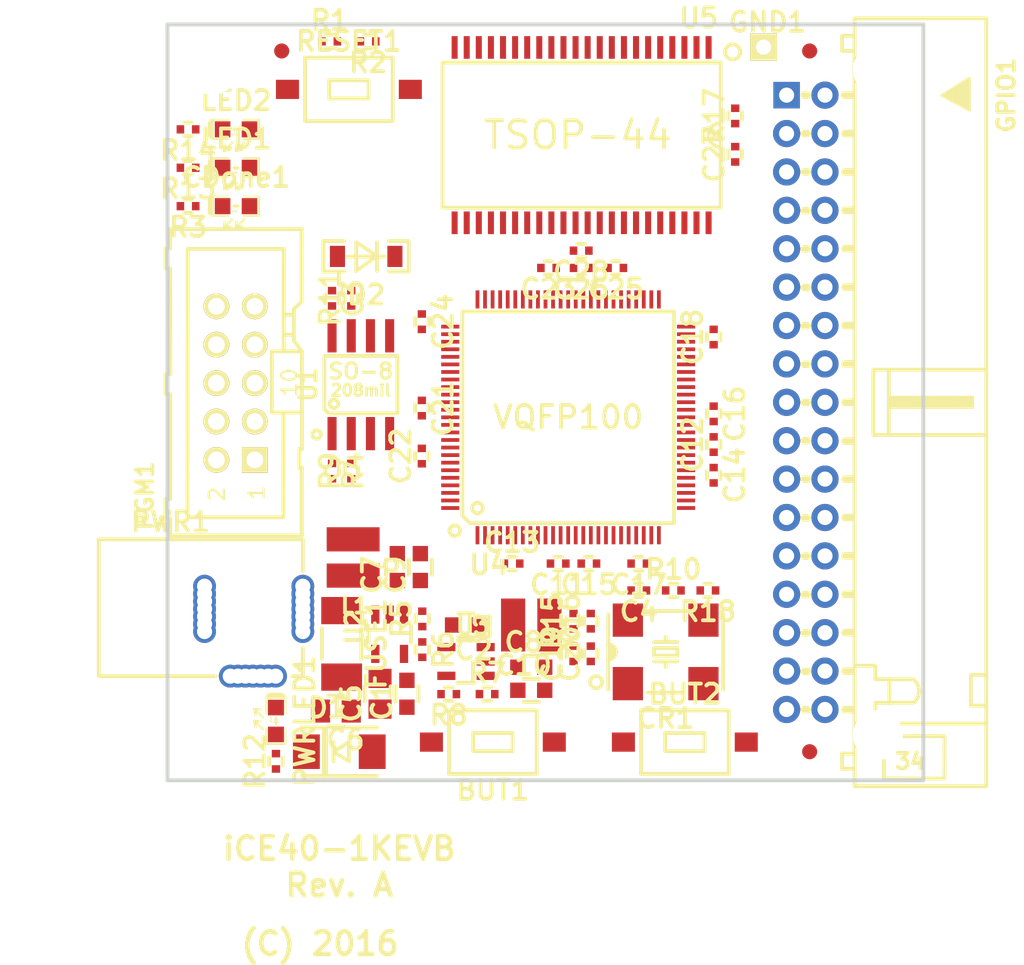
<source format=kicad_pcb>
(kicad_pcb (version 4) (host pcbnew 0.201602101416+6546~42~ubuntu15.10.1-product)

  (general
    (links 253)
    (no_connects 235)
    (area 114.872999 69.872999 165.127001 120.127001)
    (thickness 1.6)
    (drawings 8)
    (tracks 0)
    (zones 0)
    (modules 75)
    (nets 96)
  )

  (page A4)
  (layers
    (0 F.Cu signal)
    (31 B.Cu signal)
    (32 B.Adhes user)
    (33 F.Adhes user)
    (34 B.Paste user)
    (35 F.Paste user)
    (36 B.SilkS user)
    (37 F.SilkS user)
    (38 B.Mask user)
    (39 F.Mask user)
    (40 Dwgs.User user)
    (41 Cmts.User user)
    (42 Eco1.User user)
    (43 Eco2.User user)
    (44 Edge.Cuts user)
    (45 Margin user)
    (46 B.CrtYd user)
    (47 F.CrtYd user)
    (48 B.Fab user)
    (49 F.Fab user)
  )

  (setup
    (last_trace_width 0.25)
    (user_trace_width 0.254)
    (user_trace_width 0.508)
    (trace_clearance 0.2)
    (zone_clearance 0.508)
    (zone_45_only no)
    (trace_min 0.2)
    (segment_width 0.254)
    (edge_width 0.254)
    (via_size 0.6)
    (via_drill 0.4)
    (via_min_size 0.4)
    (via_min_drill 0.3)
    (uvia_size 0.3)
    (uvia_drill 0.1)
    (uvias_allowed no)
    (uvia_min_size 0)
    (uvia_min_drill 0)
    (pcb_text_width 0.3)
    (pcb_text_size 1.5 1.5)
    (mod_edge_width 0.254)
    (mod_text_size 1 1)
    (mod_text_width 0.254)
    (pad_size 1.5 1.5)
    (pad_drill 0.6)
    (pad_to_mask_clearance 0)
    (aux_axis_origin 115 120)
    (visible_elements FFFCDFFF)
    (pcbplotparams
      (layerselection 0x00030_80000001)
      (usegerberextensions false)
      (excludeedgelayer true)
      (linewidth 0.100000)
      (plotframeref false)
      (viasonmask false)
      (mode 1)
      (useauxorigin false)
      (hpglpennumber 1)
      (hpglpenspeed 20)
      (hpglpendiameter 15)
      (hpglpenoverlay 2)
      (psnegative false)
      (psa4output false)
      (plotreference true)
      (plotvalue true)
      (plotinvisibletext false)
      (padsonsilk false)
      (subtractmaskfromsilk false)
      (outputformat 1)
      (mirror false)
      (drillshape 1)
      (scaleselection 1)
      (outputdirectory ""))
  )

  (net 0 "")
  (net 1 /BUT1)
  (net 2 GND)
  (net 3 /BUT2)
  (net 4 +5V)
  (net 5 +3V3)
  (net 6 +1V2)
  (net 7 /iCE40-CDONE)
  (net 8 "Net-(CDone1-Pad1)")
  (net 9 "Net-(CR1-Pad3)")
  (net 10 "Net-(D2-Pad1)")
  (net 11 /PIO3_1A)
  (net 12 /PIO3_1B)
  (net 13 /PIO3_2A)
  (net 14 /LED1)
  (net 15 /LED2)
  (net 16 /PIO3_2B)
  (net 17 /PIO2_1)
  (net 18 /PIO3_3A)
  (net 19 /PIO2_2)
  (net 20 /PIO3_3B)
  (net 21 /PIO2_3)
  (net 22 /PIO3_5A)
  (net 23 /PIO2_4)
  (net 24 /PIO3_5B)
  (net 25 /PIO2_7)
  (net 26 /PIO3_7B)
  (net 27 /PIO3_12A)
  (net 28 /PIO3_10A)
  (net 29 /PIO3_12B)
  (net 30 /PIO3_10B)
  (net 31 /PIO3_8B)
  (net 32 /PIO2_8)
  (net 33 /PIO2_9)
  (net 34 /PIO3_8A)
  (net 35 /PIO2_5)
  (net 36 /PIO2_6)
  (net 37 /PIO3_6B)
  (net 38 /PIO3_6A)
  (net 39 "Net-(L1-Pad2)")
  (net 40 "Net-(L2-Pad2)")
  (net 41 "Net-(LED1-Pad1)")
  (net 42 "Net-(LED2-Pad1)")
  (net 43 /iCE40-CRESET)
  (net 44 /iCE40-SDO)
  (net 45 /iCE40-SDI)
  (net 46 /iCE40-SCK)
  (net 47 /iCE40-SS_B)
  (net 48 "Net-(PWRLED1-Pad2)")
  (net 49 "Net-(R4-Pad1)")
  (net 50 "Net-(R5-Pad1)")
  (net 51 "Net-(R7-Pad1)")
  (net 52 /SYSCLK)
  (net 53 "Net-(R11-Pad2)")
  (net 54 /SRAM_#CS)
  (net 55 /SD15)
  (net 56 /SD14)
  (net 57 /SD13)
  (net 58 /SD12)
  (net 59 /SD11)
  (net 60 /SD10)
  (net 61 /SD9)
  (net 62 /SD8)
  (net 63 /SD7)
  (net 64 /SD6)
  (net 65 /SD5)
  (net 66 /SD4)
  (net 67 /SD3)
  (net 68 /SD2)
  (net 69 /SD1)
  (net 70 /SD0)
  (net 71 /SRAM_#WE)
  (net 72 /SRAM_#OE)
  (net 73 /SA0)
  (net 74 /SA1)
  (net 75 /SA2)
  (net 76 /SA3)
  (net 77 /SA4)
  (net 78 /SA5)
  (net 79 /SA6)
  (net 80 /SA7)
  (net 81 /SA8)
  (net 82 /SA9)
  (net 83 /SA10)
  (net 84 /SA11)
  (net 85 /SA12)
  (net 86 /SA13)
  (net 87 /SA14)
  (net 88 /SA15)
  (net 89 /SA16)
  (net 90 /SA17)
  (net 91 /EXTCLK)
  (net 92 "Net-(PGM1-Pad3)")
  (net 93 "Net-(PGM1-Pad4)")
  (net 94 "Net-(U4-Pad76)")
  (net 95 "Net-(U5-Pad28)")

  (net_class Default "This is the default net class."
    (clearance 0.2)
    (trace_width 0.25)
    (via_dia 0.6)
    (via_drill 0.4)
    (uvia_dia 0.3)
    (uvia_drill 0.1)
    (add_net +1V2)
    (add_net +3V3)
    (add_net +5V)
    (add_net /BUT1)
    (add_net /BUT2)
    (add_net /EXTCLK)
    (add_net /LED1)
    (add_net /LED2)
    (add_net /PIO2_1)
    (add_net /PIO2_2)
    (add_net /PIO2_3)
    (add_net /PIO2_4)
    (add_net /PIO2_5)
    (add_net /PIO2_6)
    (add_net /PIO2_7)
    (add_net /PIO2_8)
    (add_net /PIO2_9)
    (add_net /PIO3_10A)
    (add_net /PIO3_10B)
    (add_net /PIO3_12A)
    (add_net /PIO3_12B)
    (add_net /PIO3_1A)
    (add_net /PIO3_1B)
    (add_net /PIO3_2A)
    (add_net /PIO3_2B)
    (add_net /PIO3_3A)
    (add_net /PIO3_3B)
    (add_net /PIO3_5A)
    (add_net /PIO3_5B)
    (add_net /PIO3_6A)
    (add_net /PIO3_6B)
    (add_net /PIO3_7B)
    (add_net /PIO3_8A)
    (add_net /PIO3_8B)
    (add_net /SA0)
    (add_net /SA1)
    (add_net /SA10)
    (add_net /SA11)
    (add_net /SA12)
    (add_net /SA13)
    (add_net /SA14)
    (add_net /SA15)
    (add_net /SA16)
    (add_net /SA17)
    (add_net /SA2)
    (add_net /SA3)
    (add_net /SA4)
    (add_net /SA5)
    (add_net /SA6)
    (add_net /SA7)
    (add_net /SA8)
    (add_net /SA9)
    (add_net /SD0)
    (add_net /SD1)
    (add_net /SD10)
    (add_net /SD11)
    (add_net /SD12)
    (add_net /SD13)
    (add_net /SD14)
    (add_net /SD15)
    (add_net /SD2)
    (add_net /SD3)
    (add_net /SD4)
    (add_net /SD5)
    (add_net /SD6)
    (add_net /SD7)
    (add_net /SD8)
    (add_net /SD9)
    (add_net /SRAM_#CS)
    (add_net /SRAM_#OE)
    (add_net /SRAM_#WE)
    (add_net /SYSCLK)
    (add_net /iCE40-CDONE)
    (add_net /iCE40-CRESET)
    (add_net /iCE40-SCK)
    (add_net /iCE40-SDI)
    (add_net /iCE40-SDO)
    (add_net /iCE40-SS_B)
    (add_net GND)
    (add_net "Net-(CDone1-Pad1)")
    (add_net "Net-(CR1-Pad3)")
    (add_net "Net-(D2-Pad1)")
    (add_net "Net-(L1-Pad2)")
    (add_net "Net-(L2-Pad2)")
    (add_net "Net-(LED1-Pad1)")
    (add_net "Net-(LED2-Pad1)")
    (add_net "Net-(PGM1-Pad3)")
    (add_net "Net-(PGM1-Pad4)")
    (add_net "Net-(PWRLED1-Pad2)")
    (add_net "Net-(R11-Pad2)")
    (add_net "Net-(R4-Pad1)")
    (add_net "Net-(R5-Pad1)")
    (add_net "Net-(R7-Pad1)")
    (add_net "Net-(U4-Pad76)")
    (add_net "Net-(U5-Pad28)")
  )

  (module OLIMEX_RLC-FP:C_0603_5MIL_DWS (layer F.Cu) (tedit 5641EDEF) (tstamp 56BB22CC)
    (at 130.838 114.277 90)
    (descr "Resistor SMD 0603, reflow soldering, Vishay (see dcrcw.pdf)")
    (tags "resistor 0603")
    (path /56B20065)
    (attr smd)
    (fp_text reference C1 (at -0.508 -1.651 90) (layer F.SilkS)
      (effects (font (size 1.27 1.27) (thickness 0.254)))
    )
    (fp_text value 22uF/6.3V/0603 (at 0.127 1.778 90) (layer F.Fab)
      (effects (font (size 1.27 1.27) (thickness 0.254)))
    )
    (fp_line (start 0.762 -0.381) (end 0 -0.381) (layer F.Fab) (width 0.15))
    (fp_line (start 0.762 0.381) (end 0.762 -0.381) (layer F.Fab) (width 0.15))
    (fp_line (start -0.762 0.381) (end 0.762 0.381) (layer F.Fab) (width 0.15))
    (fp_line (start -0.762 -0.381) (end -0.762 0.381) (layer F.Fab) (width 0.15))
    (fp_line (start 0 -0.381) (end -0.762 -0.381) (layer F.Fab) (width 0.15))
    (fp_line (start 0.508 -0.762) (end 1.651 -0.762) (layer Dwgs.User) (width 0.254))
    (fp_line (start 1.651 -0.762) (end 1.651 0.762) (layer Dwgs.User) (width 0.254))
    (fp_line (start 1.651 0.762) (end 0.508 0.762) (layer Dwgs.User) (width 0.254))
    (fp_line (start -0.508 -0.762) (end -1.651 -0.762) (layer Dwgs.User) (width 0.254))
    (fp_line (start -1.651 -0.762) (end -1.651 0.762) (layer Dwgs.User) (width 0.254))
    (fp_line (start -1.651 0.762) (end -0.508 0.762) (layer Dwgs.User) (width 0.254))
    (fp_line (start -0.508 0.762) (end 0.508 0.762) (layer F.SilkS) (width 0.254))
    (fp_line (start -0.508 -0.762) (end 0.508 -0.762) (layer F.SilkS) (width 0.254))
    (pad 1 smd rect (at -0.889 0 90) (size 1.016 1.016) (layers F.Cu F.Paste F.Mask)
      (net 2 GND) (solder_mask_margin 0.0508) (clearance 0.0508))
    (pad 2 smd rect (at 0.889 0 90) (size 1.016 1.016) (layers F.Cu F.Paste F.Mask)
      (net 4 +5V) (solder_mask_margin 0.0508) (clearance 0.0508))
    (model Resistors_SMD/R_0603.wrl
      (at (xyz 0 0 0))
      (scale (xyz 1 1 1))
      (rotate (xyz 0 0 0))
    )
  )

  (module OLIMEX_RLC-FP:C_0603_5MIL_DWS (layer F.Cu) (tedit 5641EDEF) (tstamp 56BB22D2)
    (at 134.747 109.728 180)
    (descr "Resistor SMD 0603, reflow soldering, Vishay (see dcrcw.pdf)")
    (tags "resistor 0603")
    (path /56C73A18)
    (attr smd)
    (fp_text reference C2 (at -0.508 -1.651 180) (layer F.SilkS)
      (effects (font (size 1.27 1.27) (thickness 0.254)))
    )
    (fp_text value 22uF/6.3V/0603 (at 0.127 1.778 180) (layer F.Fab)
      (effects (font (size 1.27 1.27) (thickness 0.254)))
    )
    (fp_line (start 0.762 -0.381) (end 0 -0.381) (layer F.Fab) (width 0.15))
    (fp_line (start 0.762 0.381) (end 0.762 -0.381) (layer F.Fab) (width 0.15))
    (fp_line (start -0.762 0.381) (end 0.762 0.381) (layer F.Fab) (width 0.15))
    (fp_line (start -0.762 -0.381) (end -0.762 0.381) (layer F.Fab) (width 0.15))
    (fp_line (start 0 -0.381) (end -0.762 -0.381) (layer F.Fab) (width 0.15))
    (fp_line (start 0.508 -0.762) (end 1.651 -0.762) (layer Dwgs.User) (width 0.254))
    (fp_line (start 1.651 -0.762) (end 1.651 0.762) (layer Dwgs.User) (width 0.254))
    (fp_line (start 1.651 0.762) (end 0.508 0.762) (layer Dwgs.User) (width 0.254))
    (fp_line (start -0.508 -0.762) (end -1.651 -0.762) (layer Dwgs.User) (width 0.254))
    (fp_line (start -1.651 -0.762) (end -1.651 0.762) (layer Dwgs.User) (width 0.254))
    (fp_line (start -1.651 0.762) (end -0.508 0.762) (layer Dwgs.User) (width 0.254))
    (fp_line (start -0.508 0.762) (end 0.508 0.762) (layer F.SilkS) (width 0.254))
    (fp_line (start -0.508 -0.762) (end 0.508 -0.762) (layer F.SilkS) (width 0.254))
    (pad 1 smd rect (at -0.889 0 180) (size 1.016 1.016) (layers F.Cu F.Paste F.Mask)
      (net 2 GND) (solder_mask_margin 0.0508) (clearance 0.0508))
    (pad 2 smd rect (at 0.889 0 180) (size 1.016 1.016) (layers F.Cu F.Paste F.Mask)
      (net 4 +5V) (solder_mask_margin 0.0508) (clearance 0.0508))
    (model Resistors_SMD/R_0603.wrl
      (at (xyz 0 0 0))
      (scale (xyz 1 1 1))
      (rotate (xyz 0 0 0))
    )
  )

  (module OLIMEX_RLC-FP:C_0402_5MIL_DWS (layer F.Cu) (tedit 5641F94D) (tstamp 56BB22D8)
    (at 125.885 88.115 270)
    (tags C0402)
    (path /56BC6DA1)
    (attr smd)
    (fp_text reference C3 (at 0 -1.397 270) (layer F.SilkS)
      (effects (font (size 1.27 1.27) (thickness 0.254)))
    )
    (fp_text value 100nF (at 0 1.397 270) (layer F.Fab)
      (effects (font (size 1.27 1.27) (thickness 0.254)))
    )
    (fp_line (start 0.889 0.4445) (end 0.254 0.4445) (layer Dwgs.User) (width 0.254))
    (fp_line (start 0.889 -0.4445) (end 0.889 0.4445) (layer Dwgs.User) (width 0.254))
    (fp_line (start 0.254 -0.4445) (end 0.889 -0.4445) (layer Dwgs.User) (width 0.254))
    (fp_line (start -0.889 0.4445) (end -0.254 0.4445) (layer Dwgs.User) (width 0.254))
    (fp_line (start -0.889 -0.4445) (end -0.889 0.4445) (layer Dwgs.User) (width 0.254))
    (fp_line (start -0.254 -0.4445) (end -0.889 -0.4445) (layer Dwgs.User) (width 0.254))
    (fp_line (start 0 -0.4445) (end -0.254 -0.4445) (layer F.SilkS) (width 0.254))
    (fp_line (start 0 -0.4445) (end 0.254 -0.4445) (layer F.SilkS) (width 0.254))
    (fp_line (start 0 0.4445) (end 0.254 0.4445) (layer F.SilkS) (width 0.254))
    (fp_line (start 0 0.4445) (end -0.254 0.4445) (layer F.SilkS) (width 0.254))
    (fp_line (start -0.49784 0.24892) (end 0.49784 0.24892) (layer F.Fab) (width 0.06604))
    (fp_line (start 0.49784 0.24892) (end 0.49784 -0.24892) (layer F.Fab) (width 0.06604))
    (fp_line (start -0.49784 -0.24892) (end 0.49784 -0.24892) (layer F.Fab) (width 0.06604))
    (fp_line (start -0.49784 0.24892) (end -0.49784 -0.24892) (layer F.Fab) (width 0.06604))
    (pad 1 smd rect (at -0.508 0 90) (size 0.5 0.55) (layers F.Cu F.Paste F.Mask)
      (net 2 GND) (solder_mask_margin 0.0508))
    (pad 2 smd rect (at 0.508 0 270) (size 0.5 0.55) (layers F.Cu F.Paste F.Mask)
      (net 5 +3V3) (solder_mask_margin 0.0508))
  )

  (module OLIMEX_RLC-FP:C_0402_5MIL_DWS (layer F.Cu) (tedit 5641F94D) (tstamp 56BB22DE)
    (at 146.177 107.442 180)
    (tags C0402)
    (path /56B971F2)
    (attr smd)
    (fp_text reference C4 (at 0 -1.397 180) (layer F.SilkS)
      (effects (font (size 1.27 1.27) (thickness 0.254)))
    )
    (fp_text value 100nF (at 0 1.397 180) (layer F.Fab)
      (effects (font (size 1.27 1.27) (thickness 0.254)))
    )
    (fp_line (start 0.889 0.4445) (end 0.254 0.4445) (layer Dwgs.User) (width 0.254))
    (fp_line (start 0.889 -0.4445) (end 0.889 0.4445) (layer Dwgs.User) (width 0.254))
    (fp_line (start 0.254 -0.4445) (end 0.889 -0.4445) (layer Dwgs.User) (width 0.254))
    (fp_line (start -0.889 0.4445) (end -0.254 0.4445) (layer Dwgs.User) (width 0.254))
    (fp_line (start -0.889 -0.4445) (end -0.889 0.4445) (layer Dwgs.User) (width 0.254))
    (fp_line (start -0.254 -0.4445) (end -0.889 -0.4445) (layer Dwgs.User) (width 0.254))
    (fp_line (start 0 -0.4445) (end -0.254 -0.4445) (layer F.SilkS) (width 0.254))
    (fp_line (start 0 -0.4445) (end 0.254 -0.4445) (layer F.SilkS) (width 0.254))
    (fp_line (start 0 0.4445) (end 0.254 0.4445) (layer F.SilkS) (width 0.254))
    (fp_line (start 0 0.4445) (end -0.254 0.4445) (layer F.SilkS) (width 0.254))
    (fp_line (start -0.49784 0.24892) (end 0.49784 0.24892) (layer F.Fab) (width 0.06604))
    (fp_line (start 0.49784 0.24892) (end 0.49784 -0.24892) (layer F.Fab) (width 0.06604))
    (fp_line (start -0.49784 -0.24892) (end 0.49784 -0.24892) (layer F.Fab) (width 0.06604))
    (fp_line (start -0.49784 0.24892) (end -0.49784 -0.24892) (layer F.Fab) (width 0.06604))
    (pad 1 smd rect (at -0.508 0) (size 0.5 0.55) (layers F.Cu F.Paste F.Mask)
      (net 2 GND) (solder_mask_margin 0.0508))
    (pad 2 smd rect (at 0.508 0 180) (size 0.5 0.55) (layers F.Cu F.Paste F.Mask)
      (net 5 +3V3) (solder_mask_margin 0.0508))
  )

  (module OLIMEX_RLC-FP:C_0805_5MIL_DWS (layer F.Cu) (tedit 5641F4CB) (tstamp 56BB22E4)
    (at 129.06 114.277 90)
    (path /56B1FFBA)
    (fp_text reference C5 (at -0.635 -1.905 90) (layer F.SilkS)
      (effects (font (size 1.27 1.27) (thickness 0.254)))
    )
    (fp_text value 47uF/6.3V/0805 (at 0 2.032 90) (layer F.Fab)
      (effects (font (size 1.27 1.27) (thickness 0.254)))
    )
    (fp_line (start -1.016 0.635) (end -1.016 -0.635) (layer F.Fab) (width 0.15))
    (fp_line (start 1.016 0.635) (end -1.016 0.635) (layer F.Fab) (width 0.15))
    (fp_line (start 1.016 -0.635) (end 1.016 0.635) (layer F.Fab) (width 0.15))
    (fp_line (start 0 -0.635) (end 1.016 -0.635) (layer F.Fab) (width 0.15))
    (fp_line (start -1.016 -0.635) (end 0 -0.635) (layer F.Fab) (width 0.15))
    (fp_line (start 1.905 1.016) (end 0.508 1.016) (layer Dwgs.User) (width 0.254))
    (fp_line (start 1.905 -1.016) (end 0.508 -1.016) (layer Dwgs.User) (width 0.254))
    (fp_line (start -0.508 1.016) (end -1.905 1.016) (layer Dwgs.User) (width 0.254))
    (fp_line (start -0.508 -1.016) (end -1.905 -1.016) (layer Dwgs.User) (width 0.254))
    (fp_line (start 1.905 -1.016) (end 1.905 1.016) (layer Dwgs.User) (width 0.254))
    (fp_line (start -1.905 -1.016) (end -1.905 1.016) (layer Dwgs.User) (width 0.254))
    (fp_line (start -0.508 1.016) (end 0.508 1.016) (layer F.SilkS) (width 0.254))
    (fp_line (start -0.508 -1.016) (end 0.508 -1.016) (layer F.SilkS) (width 0.254))
    (pad 1 smd rect (at -1.016 0 180) (size 1.524 1.27) (layers F.Cu F.Paste F.Mask)
      (net 2 GND) (solder_mask_margin 0.0508))
    (pad 2 smd rect (at 1.016 0 180) (size 1.524 1.27) (layers F.Cu F.Paste F.Mask)
      (net 4 +5V) (solder_mask_margin 0.0508))
  )

  (module OLIMEX_RLC-FP:C_0805_5MIL_DWS (layer F.Cu) (tedit 5641F4CB) (tstamp 56BB22EA)
    (at 126.139 115.42 180)
    (path /56B1FFBB)
    (fp_text reference C6 (at -0.635 -1.905 180) (layer F.SilkS)
      (effects (font (size 1.27 1.27) (thickness 0.254)))
    )
    (fp_text value 47uF/6.3V/0805 (at 0 2.032 180) (layer F.Fab)
      (effects (font (size 1.27 1.27) (thickness 0.254)))
    )
    (fp_line (start -1.016 0.635) (end -1.016 -0.635) (layer F.Fab) (width 0.15))
    (fp_line (start 1.016 0.635) (end -1.016 0.635) (layer F.Fab) (width 0.15))
    (fp_line (start 1.016 -0.635) (end 1.016 0.635) (layer F.Fab) (width 0.15))
    (fp_line (start 0 -0.635) (end 1.016 -0.635) (layer F.Fab) (width 0.15))
    (fp_line (start -1.016 -0.635) (end 0 -0.635) (layer F.Fab) (width 0.15))
    (fp_line (start 1.905 1.016) (end 0.508 1.016) (layer Dwgs.User) (width 0.254))
    (fp_line (start 1.905 -1.016) (end 0.508 -1.016) (layer Dwgs.User) (width 0.254))
    (fp_line (start -0.508 1.016) (end -1.905 1.016) (layer Dwgs.User) (width 0.254))
    (fp_line (start -0.508 -1.016) (end -1.905 -1.016) (layer Dwgs.User) (width 0.254))
    (fp_line (start 1.905 -1.016) (end 1.905 1.016) (layer Dwgs.User) (width 0.254))
    (fp_line (start -1.905 -1.016) (end -1.905 1.016) (layer Dwgs.User) (width 0.254))
    (fp_line (start -0.508 1.016) (end 0.508 1.016) (layer F.SilkS) (width 0.254))
    (fp_line (start -0.508 -1.016) (end 0.508 -1.016) (layer F.SilkS) (width 0.254))
    (pad 1 smd rect (at -1.016 0 270) (size 1.524 1.27) (layers F.Cu F.Paste F.Mask)
      (net 2 GND) (solder_mask_margin 0.0508))
    (pad 2 smd rect (at 1.016 0 270) (size 1.524 1.27) (layers F.Cu F.Paste F.Mask)
      (net 4 +5V) (solder_mask_margin 0.0508))
  )

  (module OLIMEX_RLC-FP:C_0603_5MIL_DWS (layer F.Cu) (tedit 5641EDEF) (tstamp 56BB22F0)
    (at 130.203 105.895 90)
    (descr "Resistor SMD 0603, reflow soldering, Vishay (see dcrcw.pdf)")
    (tags "resistor 0603")
    (path /56C6EBB7)
    (attr smd)
    (fp_text reference C7 (at -0.508 -1.651 90) (layer F.SilkS)
      (effects (font (size 1.27 1.27) (thickness 0.254)))
    )
    (fp_text value 22uF/6.3V/0603 (at 0.127 1.778 90) (layer F.Fab)
      (effects (font (size 1.27 1.27) (thickness 0.254)))
    )
    (fp_line (start 0.762 -0.381) (end 0 -0.381) (layer F.Fab) (width 0.15))
    (fp_line (start 0.762 0.381) (end 0.762 -0.381) (layer F.Fab) (width 0.15))
    (fp_line (start -0.762 0.381) (end 0.762 0.381) (layer F.Fab) (width 0.15))
    (fp_line (start -0.762 -0.381) (end -0.762 0.381) (layer F.Fab) (width 0.15))
    (fp_line (start 0 -0.381) (end -0.762 -0.381) (layer F.Fab) (width 0.15))
    (fp_line (start 0.508 -0.762) (end 1.651 -0.762) (layer Dwgs.User) (width 0.254))
    (fp_line (start 1.651 -0.762) (end 1.651 0.762) (layer Dwgs.User) (width 0.254))
    (fp_line (start 1.651 0.762) (end 0.508 0.762) (layer Dwgs.User) (width 0.254))
    (fp_line (start -0.508 -0.762) (end -1.651 -0.762) (layer Dwgs.User) (width 0.254))
    (fp_line (start -1.651 -0.762) (end -1.651 0.762) (layer Dwgs.User) (width 0.254))
    (fp_line (start -1.651 0.762) (end -0.508 0.762) (layer Dwgs.User) (width 0.254))
    (fp_line (start -0.508 0.762) (end 0.508 0.762) (layer F.SilkS) (width 0.254))
    (fp_line (start -0.508 -0.762) (end 0.508 -0.762) (layer F.SilkS) (width 0.254))
    (pad 1 smd rect (at -0.889 0 90) (size 1.016 1.016) (layers F.Cu F.Paste F.Mask)
      (net 2 GND) (solder_mask_margin 0.0508) (clearance 0.0508))
    (pad 2 smd rect (at 0.889 0 90) (size 1.016 1.016) (layers F.Cu F.Paste F.Mask)
      (net 5 +3V3) (solder_mask_margin 0.0508) (clearance 0.0508))
    (model Resistors_SMD/R_0603.wrl
      (at (xyz 0 0 0))
      (scale (xyz 1 1 1))
      (rotate (xyz 0 0 0))
    )
  )

  (module OLIMEX_RLC-FP:C_0603_5MIL_DWS (layer F.Cu) (tedit 5641EDEF) (tstamp 56BB22F6)
    (at 139.065 112.522)
    (descr "Resistor SMD 0603, reflow soldering, Vishay (see dcrcw.pdf)")
    (tags "resistor 0603")
    (path /56C73A4B)
    (attr smd)
    (fp_text reference C8 (at -0.508 -1.651) (layer F.SilkS)
      (effects (font (size 1.27 1.27) (thickness 0.254)))
    )
    (fp_text value 22uF/6.3V/0603 (at 0.127 1.778) (layer F.Fab)
      (effects (font (size 1.27 1.27) (thickness 0.254)))
    )
    (fp_line (start 0.762 -0.381) (end 0 -0.381) (layer F.Fab) (width 0.15))
    (fp_line (start 0.762 0.381) (end 0.762 -0.381) (layer F.Fab) (width 0.15))
    (fp_line (start -0.762 0.381) (end 0.762 0.381) (layer F.Fab) (width 0.15))
    (fp_line (start -0.762 -0.381) (end -0.762 0.381) (layer F.Fab) (width 0.15))
    (fp_line (start 0 -0.381) (end -0.762 -0.381) (layer F.Fab) (width 0.15))
    (fp_line (start 0.508 -0.762) (end 1.651 -0.762) (layer Dwgs.User) (width 0.254))
    (fp_line (start 1.651 -0.762) (end 1.651 0.762) (layer Dwgs.User) (width 0.254))
    (fp_line (start 1.651 0.762) (end 0.508 0.762) (layer Dwgs.User) (width 0.254))
    (fp_line (start -0.508 -0.762) (end -1.651 -0.762) (layer Dwgs.User) (width 0.254))
    (fp_line (start -1.651 -0.762) (end -1.651 0.762) (layer Dwgs.User) (width 0.254))
    (fp_line (start -1.651 0.762) (end -0.508 0.762) (layer Dwgs.User) (width 0.254))
    (fp_line (start -0.508 0.762) (end 0.508 0.762) (layer F.SilkS) (width 0.254))
    (fp_line (start -0.508 -0.762) (end 0.508 -0.762) (layer F.SilkS) (width 0.254))
    (pad 1 smd rect (at -0.889 0) (size 1.016 1.016) (layers F.Cu F.Paste F.Mask)
      (net 2 GND) (solder_mask_margin 0.0508) (clearance 0.0508))
    (pad 2 smd rect (at 0.889 0) (size 1.016 1.016) (layers F.Cu F.Paste F.Mask)
      (net 6 +1V2) (solder_mask_margin 0.0508) (clearance 0.0508))
    (model Resistors_SMD/R_0603.wrl
      (at (xyz 0 0 0))
      (scale (xyz 1 1 1))
      (rotate (xyz 0 0 0))
    )
  )

  (module OLIMEX_RLC-FP:C_0603_5MIL_DWS (layer F.Cu) (tedit 5641EDEF) (tstamp 56BB22FC)
    (at 131.727 105.895 90)
    (descr "Resistor SMD 0603, reflow soldering, Vishay (see dcrcw.pdf)")
    (tags "resistor 0603")
    (path /56C6F4A5)
    (attr smd)
    (fp_text reference C9 (at -0.508 -1.651 90) (layer F.SilkS)
      (effects (font (size 1.27 1.27) (thickness 0.254)))
    )
    (fp_text value 22uF/6.3V/0603 (at 0.127 1.778 90) (layer F.Fab)
      (effects (font (size 1.27 1.27) (thickness 0.254)))
    )
    (fp_line (start 0.762 -0.381) (end 0 -0.381) (layer F.Fab) (width 0.15))
    (fp_line (start 0.762 0.381) (end 0.762 -0.381) (layer F.Fab) (width 0.15))
    (fp_line (start -0.762 0.381) (end 0.762 0.381) (layer F.Fab) (width 0.15))
    (fp_line (start -0.762 -0.381) (end -0.762 0.381) (layer F.Fab) (width 0.15))
    (fp_line (start 0 -0.381) (end -0.762 -0.381) (layer F.Fab) (width 0.15))
    (fp_line (start 0.508 -0.762) (end 1.651 -0.762) (layer Dwgs.User) (width 0.254))
    (fp_line (start 1.651 -0.762) (end 1.651 0.762) (layer Dwgs.User) (width 0.254))
    (fp_line (start 1.651 0.762) (end 0.508 0.762) (layer Dwgs.User) (width 0.254))
    (fp_line (start -0.508 -0.762) (end -1.651 -0.762) (layer Dwgs.User) (width 0.254))
    (fp_line (start -1.651 -0.762) (end -1.651 0.762) (layer Dwgs.User) (width 0.254))
    (fp_line (start -1.651 0.762) (end -0.508 0.762) (layer Dwgs.User) (width 0.254))
    (fp_line (start -0.508 0.762) (end 0.508 0.762) (layer F.SilkS) (width 0.254))
    (fp_line (start -0.508 -0.762) (end 0.508 -0.762) (layer F.SilkS) (width 0.254))
    (pad 1 smd rect (at -0.889 0 90) (size 1.016 1.016) (layers F.Cu F.Paste F.Mask)
      (net 2 GND) (solder_mask_margin 0.0508) (clearance 0.0508))
    (pad 2 smd rect (at 0.889 0 90) (size 1.016 1.016) (layers F.Cu F.Paste F.Mask)
      (net 5 +3V3) (solder_mask_margin 0.0508) (clearance 0.0508))
    (model Resistors_SMD/R_0603.wrl
      (at (xyz 0 0 0))
      (scale (xyz 1 1 1))
      (rotate (xyz 0 0 0))
    )
  )

  (module OLIMEX_RLC-FP:C_0603_5MIL_DWS (layer F.Cu) (tedit 5641EDEF) (tstamp 56BB2302)
    (at 139.065 114.046)
    (descr "Resistor SMD 0603, reflow soldering, Vishay (see dcrcw.pdf)")
    (tags "resistor 0603")
    (path /56C73A57)
    (attr smd)
    (fp_text reference C10 (at -0.508 -1.651) (layer F.SilkS)
      (effects (font (size 1.27 1.27) (thickness 0.254)))
    )
    (fp_text value 22uF/6.3V/0603 (at 0.127 1.778) (layer F.Fab)
      (effects (font (size 1.27 1.27) (thickness 0.254)))
    )
    (fp_line (start 0.762 -0.381) (end 0 -0.381) (layer F.Fab) (width 0.15))
    (fp_line (start 0.762 0.381) (end 0.762 -0.381) (layer F.Fab) (width 0.15))
    (fp_line (start -0.762 0.381) (end 0.762 0.381) (layer F.Fab) (width 0.15))
    (fp_line (start -0.762 -0.381) (end -0.762 0.381) (layer F.Fab) (width 0.15))
    (fp_line (start 0 -0.381) (end -0.762 -0.381) (layer F.Fab) (width 0.15))
    (fp_line (start 0.508 -0.762) (end 1.651 -0.762) (layer Dwgs.User) (width 0.254))
    (fp_line (start 1.651 -0.762) (end 1.651 0.762) (layer Dwgs.User) (width 0.254))
    (fp_line (start 1.651 0.762) (end 0.508 0.762) (layer Dwgs.User) (width 0.254))
    (fp_line (start -0.508 -0.762) (end -1.651 -0.762) (layer Dwgs.User) (width 0.254))
    (fp_line (start -1.651 -0.762) (end -1.651 0.762) (layer Dwgs.User) (width 0.254))
    (fp_line (start -1.651 0.762) (end -0.508 0.762) (layer Dwgs.User) (width 0.254))
    (fp_line (start -0.508 0.762) (end 0.508 0.762) (layer F.SilkS) (width 0.254))
    (fp_line (start -0.508 -0.762) (end 0.508 -0.762) (layer F.SilkS) (width 0.254))
    (pad 1 smd rect (at -0.889 0) (size 1.016 1.016) (layers F.Cu F.Paste F.Mask)
      (net 2 GND) (solder_mask_margin 0.0508) (clearance 0.0508))
    (pad 2 smd rect (at 0.889 0) (size 1.016 1.016) (layers F.Cu F.Paste F.Mask)
      (net 6 +1V2) (solder_mask_margin 0.0508) (clearance 0.0508))
    (model Resistors_SMD/R_0603.wrl
      (at (xyz 0 0 0))
      (scale (xyz 1 1 1))
      (rotate (xyz 0 0 0))
    )
  )

  (module OLIMEX_RLC-FP:C_0402_5MIL_DWS (layer F.Cu) (tedit 5641F94D) (tstamp 56BB2308)
    (at 140.843 105.664 180)
    (tags C0402)
    (path /56B6B85F)
    (attr smd)
    (fp_text reference C11 (at 0 -1.397 180) (layer F.SilkS)
      (effects (font (size 1.27 1.27) (thickness 0.254)))
    )
    (fp_text value 100nF (at 0 1.397 180) (layer F.Fab)
      (effects (font (size 1.27 1.27) (thickness 0.254)))
    )
    (fp_line (start 0.889 0.4445) (end 0.254 0.4445) (layer Dwgs.User) (width 0.254))
    (fp_line (start 0.889 -0.4445) (end 0.889 0.4445) (layer Dwgs.User) (width 0.254))
    (fp_line (start 0.254 -0.4445) (end 0.889 -0.4445) (layer Dwgs.User) (width 0.254))
    (fp_line (start -0.889 0.4445) (end -0.254 0.4445) (layer Dwgs.User) (width 0.254))
    (fp_line (start -0.889 -0.4445) (end -0.889 0.4445) (layer Dwgs.User) (width 0.254))
    (fp_line (start -0.254 -0.4445) (end -0.889 -0.4445) (layer Dwgs.User) (width 0.254))
    (fp_line (start 0 -0.4445) (end -0.254 -0.4445) (layer F.SilkS) (width 0.254))
    (fp_line (start 0 -0.4445) (end 0.254 -0.4445) (layer F.SilkS) (width 0.254))
    (fp_line (start 0 0.4445) (end 0.254 0.4445) (layer F.SilkS) (width 0.254))
    (fp_line (start 0 0.4445) (end -0.254 0.4445) (layer F.SilkS) (width 0.254))
    (fp_line (start -0.49784 0.24892) (end 0.49784 0.24892) (layer F.Fab) (width 0.06604))
    (fp_line (start 0.49784 0.24892) (end 0.49784 -0.24892) (layer F.Fab) (width 0.06604))
    (fp_line (start -0.49784 -0.24892) (end 0.49784 -0.24892) (layer F.Fab) (width 0.06604))
    (fp_line (start -0.49784 0.24892) (end -0.49784 -0.24892) (layer F.Fab) (width 0.06604))
    (pad 1 smd rect (at -0.508 0) (size 0.5 0.55) (layers F.Cu F.Paste F.Mask)
      (net 2 GND) (solder_mask_margin 0.0508))
    (pad 2 smd rect (at 0.508 0 180) (size 0.5 0.55) (layers F.Cu F.Paste F.Mask)
      (net 6 +1V2) (solder_mask_margin 0.0508))
  )

  (module OLIMEX_RLC-FP:C_0402_5MIL_DWS (layer F.Cu) (tedit 5641F94D) (tstamp 56BB230E)
    (at 151.13 97.79 90)
    (tags C0402)
    (path /56B7E9CF)
    (attr smd)
    (fp_text reference C12 (at 0 -1.397 90) (layer F.SilkS)
      (effects (font (size 1.27 1.27) (thickness 0.254)))
    )
    (fp_text value 100nF (at 0 1.397 90) (layer F.Fab)
      (effects (font (size 1.27 1.27) (thickness 0.254)))
    )
    (fp_line (start 0.889 0.4445) (end 0.254 0.4445) (layer Dwgs.User) (width 0.254))
    (fp_line (start 0.889 -0.4445) (end 0.889 0.4445) (layer Dwgs.User) (width 0.254))
    (fp_line (start 0.254 -0.4445) (end 0.889 -0.4445) (layer Dwgs.User) (width 0.254))
    (fp_line (start -0.889 0.4445) (end -0.254 0.4445) (layer Dwgs.User) (width 0.254))
    (fp_line (start -0.889 -0.4445) (end -0.889 0.4445) (layer Dwgs.User) (width 0.254))
    (fp_line (start -0.254 -0.4445) (end -0.889 -0.4445) (layer Dwgs.User) (width 0.254))
    (fp_line (start 0 -0.4445) (end -0.254 -0.4445) (layer F.SilkS) (width 0.254))
    (fp_line (start 0 -0.4445) (end 0.254 -0.4445) (layer F.SilkS) (width 0.254))
    (fp_line (start 0 0.4445) (end 0.254 0.4445) (layer F.SilkS) (width 0.254))
    (fp_line (start 0 0.4445) (end -0.254 0.4445) (layer F.SilkS) (width 0.254))
    (fp_line (start -0.49784 0.24892) (end 0.49784 0.24892) (layer F.Fab) (width 0.06604))
    (fp_line (start 0.49784 0.24892) (end 0.49784 -0.24892) (layer F.Fab) (width 0.06604))
    (fp_line (start -0.49784 -0.24892) (end 0.49784 -0.24892) (layer F.Fab) (width 0.06604))
    (fp_line (start -0.49784 0.24892) (end -0.49784 -0.24892) (layer F.Fab) (width 0.06604))
    (pad 1 smd rect (at -0.508 0 270) (size 0.5 0.55) (layers F.Cu F.Paste F.Mask)
      (net 2 GND) (solder_mask_margin 0.0508))
    (pad 2 smd rect (at 0.508 0 90) (size 0.5 0.55) (layers F.Cu F.Paste F.Mask)
      (net 6 +1V2) (solder_mask_margin 0.0508))
  )

  (module OLIMEX_RLC-FP:C_0402_5MIL_DWS (layer F.Cu) (tedit 5641F94D) (tstamp 56BB2314)
    (at 137.795 105.664)
    (tags C0402)
    (path /56B62893)
    (attr smd)
    (fp_text reference C13 (at 0 -1.397) (layer F.SilkS)
      (effects (font (size 1.27 1.27) (thickness 0.254)))
    )
    (fp_text value 100nF (at 0 1.397) (layer F.Fab)
      (effects (font (size 1.27 1.27) (thickness 0.254)))
    )
    (fp_line (start 0.889 0.4445) (end 0.254 0.4445) (layer Dwgs.User) (width 0.254))
    (fp_line (start 0.889 -0.4445) (end 0.889 0.4445) (layer Dwgs.User) (width 0.254))
    (fp_line (start 0.254 -0.4445) (end 0.889 -0.4445) (layer Dwgs.User) (width 0.254))
    (fp_line (start -0.889 0.4445) (end -0.254 0.4445) (layer Dwgs.User) (width 0.254))
    (fp_line (start -0.889 -0.4445) (end -0.889 0.4445) (layer Dwgs.User) (width 0.254))
    (fp_line (start -0.254 -0.4445) (end -0.889 -0.4445) (layer Dwgs.User) (width 0.254))
    (fp_line (start 0 -0.4445) (end -0.254 -0.4445) (layer F.SilkS) (width 0.254))
    (fp_line (start 0 -0.4445) (end 0.254 -0.4445) (layer F.SilkS) (width 0.254))
    (fp_line (start 0 0.4445) (end 0.254 0.4445) (layer F.SilkS) (width 0.254))
    (fp_line (start 0 0.4445) (end -0.254 0.4445) (layer F.SilkS) (width 0.254))
    (fp_line (start -0.49784 0.24892) (end 0.49784 0.24892) (layer F.Fab) (width 0.06604))
    (fp_line (start 0.49784 0.24892) (end 0.49784 -0.24892) (layer F.Fab) (width 0.06604))
    (fp_line (start -0.49784 -0.24892) (end 0.49784 -0.24892) (layer F.Fab) (width 0.06604))
    (fp_line (start -0.49784 0.24892) (end -0.49784 -0.24892) (layer F.Fab) (width 0.06604))
    (pad 1 smd rect (at -0.508 0 180) (size 0.5 0.55) (layers F.Cu F.Paste F.Mask)
      (net 2 GND) (solder_mask_margin 0.0508))
    (pad 2 smd rect (at 0.508 0) (size 0.5 0.55) (layers F.Cu F.Paste F.Mask)
      (net 5 +3V3) (solder_mask_margin 0.0508))
  )

  (module OLIMEX_RLC-FP:C_0402_5MIL_DWS (layer F.Cu) (tedit 5641F94D) (tstamp 56BB231A)
    (at 151.13 99.822 270)
    (tags C0402)
    (path /56B7E9B3)
    (attr smd)
    (fp_text reference C14 (at 0 -1.397 270) (layer F.SilkS)
      (effects (font (size 1.27 1.27) (thickness 0.254)))
    )
    (fp_text value 100nF (at 0 1.397 270) (layer F.Fab)
      (effects (font (size 1.27 1.27) (thickness 0.254)))
    )
    (fp_line (start 0.889 0.4445) (end 0.254 0.4445) (layer Dwgs.User) (width 0.254))
    (fp_line (start 0.889 -0.4445) (end 0.889 0.4445) (layer Dwgs.User) (width 0.254))
    (fp_line (start 0.254 -0.4445) (end 0.889 -0.4445) (layer Dwgs.User) (width 0.254))
    (fp_line (start -0.889 0.4445) (end -0.254 0.4445) (layer Dwgs.User) (width 0.254))
    (fp_line (start -0.889 -0.4445) (end -0.889 0.4445) (layer Dwgs.User) (width 0.254))
    (fp_line (start -0.254 -0.4445) (end -0.889 -0.4445) (layer Dwgs.User) (width 0.254))
    (fp_line (start 0 -0.4445) (end -0.254 -0.4445) (layer F.SilkS) (width 0.254))
    (fp_line (start 0 -0.4445) (end 0.254 -0.4445) (layer F.SilkS) (width 0.254))
    (fp_line (start 0 0.4445) (end 0.254 0.4445) (layer F.SilkS) (width 0.254))
    (fp_line (start 0 0.4445) (end -0.254 0.4445) (layer F.SilkS) (width 0.254))
    (fp_line (start -0.49784 0.24892) (end 0.49784 0.24892) (layer F.Fab) (width 0.06604))
    (fp_line (start 0.49784 0.24892) (end 0.49784 -0.24892) (layer F.Fab) (width 0.06604))
    (fp_line (start -0.49784 -0.24892) (end 0.49784 -0.24892) (layer F.Fab) (width 0.06604))
    (fp_line (start -0.49784 0.24892) (end -0.49784 -0.24892) (layer F.Fab) (width 0.06604))
    (pad 1 smd rect (at -0.508 0 90) (size 0.5 0.55) (layers F.Cu F.Paste F.Mask)
      (net 2 GND) (solder_mask_margin 0.0508))
    (pad 2 smd rect (at 0.508 0 270) (size 0.5 0.55) (layers F.Cu F.Paste F.Mask)
      (net 5 +3V3) (solder_mask_margin 0.0508))
  )

  (module OLIMEX_RLC-FP:C_0402_5MIL_DWS (layer F.Cu) (tedit 5641F94D) (tstamp 56BB2320)
    (at 142.875 105.664 180)
    (tags C0402)
    (path /56B626AE)
    (attr smd)
    (fp_text reference C15 (at 0 -1.397 180) (layer F.SilkS)
      (effects (font (size 1.27 1.27) (thickness 0.254)))
    )
    (fp_text value 100nF (at 0 1.397 180) (layer F.Fab)
      (effects (font (size 1.27 1.27) (thickness 0.254)))
    )
    (fp_line (start 0.889 0.4445) (end 0.254 0.4445) (layer Dwgs.User) (width 0.254))
    (fp_line (start 0.889 -0.4445) (end 0.889 0.4445) (layer Dwgs.User) (width 0.254))
    (fp_line (start 0.254 -0.4445) (end 0.889 -0.4445) (layer Dwgs.User) (width 0.254))
    (fp_line (start -0.889 0.4445) (end -0.254 0.4445) (layer Dwgs.User) (width 0.254))
    (fp_line (start -0.889 -0.4445) (end -0.889 0.4445) (layer Dwgs.User) (width 0.254))
    (fp_line (start -0.254 -0.4445) (end -0.889 -0.4445) (layer Dwgs.User) (width 0.254))
    (fp_line (start 0 -0.4445) (end -0.254 -0.4445) (layer F.SilkS) (width 0.254))
    (fp_line (start 0 -0.4445) (end 0.254 -0.4445) (layer F.SilkS) (width 0.254))
    (fp_line (start 0 0.4445) (end 0.254 0.4445) (layer F.SilkS) (width 0.254))
    (fp_line (start 0 0.4445) (end -0.254 0.4445) (layer F.SilkS) (width 0.254))
    (fp_line (start -0.49784 0.24892) (end 0.49784 0.24892) (layer F.Fab) (width 0.06604))
    (fp_line (start 0.49784 0.24892) (end 0.49784 -0.24892) (layer F.Fab) (width 0.06604))
    (fp_line (start -0.49784 -0.24892) (end 0.49784 -0.24892) (layer F.Fab) (width 0.06604))
    (fp_line (start -0.49784 0.24892) (end -0.49784 -0.24892) (layer F.Fab) (width 0.06604))
    (pad 1 smd rect (at -0.508 0) (size 0.5 0.55) (layers F.Cu F.Paste F.Mask)
      (net 2 GND) (solder_mask_margin 0.0508))
    (pad 2 smd rect (at 0.508 0 180) (size 0.5 0.55) (layers F.Cu F.Paste F.Mask)
      (net 5 +3V3) (solder_mask_margin 0.0508))
  )

  (module OLIMEX_RLC-FP:C_0402_5MIL_DWS (layer F.Cu) (tedit 5641F94D) (tstamp 56BB2326)
    (at 151.13 95.758 270)
    (tags C0402)
    (path /56B7E9A3)
    (attr smd)
    (fp_text reference C16 (at 0 -1.397 270) (layer F.SilkS)
      (effects (font (size 1.27 1.27) (thickness 0.254)))
    )
    (fp_text value 100nF (at 0 1.397 270) (layer F.Fab)
      (effects (font (size 1.27 1.27) (thickness 0.254)))
    )
    (fp_line (start 0.889 0.4445) (end 0.254 0.4445) (layer Dwgs.User) (width 0.254))
    (fp_line (start 0.889 -0.4445) (end 0.889 0.4445) (layer Dwgs.User) (width 0.254))
    (fp_line (start 0.254 -0.4445) (end 0.889 -0.4445) (layer Dwgs.User) (width 0.254))
    (fp_line (start -0.889 0.4445) (end -0.254 0.4445) (layer Dwgs.User) (width 0.254))
    (fp_line (start -0.889 -0.4445) (end -0.889 0.4445) (layer Dwgs.User) (width 0.254))
    (fp_line (start -0.254 -0.4445) (end -0.889 -0.4445) (layer Dwgs.User) (width 0.254))
    (fp_line (start 0 -0.4445) (end -0.254 -0.4445) (layer F.SilkS) (width 0.254))
    (fp_line (start 0 -0.4445) (end 0.254 -0.4445) (layer F.SilkS) (width 0.254))
    (fp_line (start 0 0.4445) (end 0.254 0.4445) (layer F.SilkS) (width 0.254))
    (fp_line (start 0 0.4445) (end -0.254 0.4445) (layer F.SilkS) (width 0.254))
    (fp_line (start -0.49784 0.24892) (end 0.49784 0.24892) (layer F.Fab) (width 0.06604))
    (fp_line (start 0.49784 0.24892) (end 0.49784 -0.24892) (layer F.Fab) (width 0.06604))
    (fp_line (start -0.49784 -0.24892) (end 0.49784 -0.24892) (layer F.Fab) (width 0.06604))
    (fp_line (start -0.49784 0.24892) (end -0.49784 -0.24892) (layer F.Fab) (width 0.06604))
    (pad 1 smd rect (at -0.508 0 90) (size 0.5 0.55) (layers F.Cu F.Paste F.Mask)
      (net 2 GND) (solder_mask_margin 0.0508))
    (pad 2 smd rect (at 0.508 0 270) (size 0.5 0.55) (layers F.Cu F.Paste F.Mask)
      (net 5 +3V3) (solder_mask_margin 0.0508))
  )

  (module OLIMEX_RLC-FP:C_0402_5MIL_DWS (layer F.Cu) (tedit 5641F94D) (tstamp 56BB232C)
    (at 146.177 105.664 180)
    (tags C0402)
    (path /56B5F341)
    (attr smd)
    (fp_text reference C17 (at 0 -1.397 180) (layer F.SilkS)
      (effects (font (size 1.27 1.27) (thickness 0.254)))
    )
    (fp_text value 100nF (at 0 1.397 180) (layer F.Fab)
      (effects (font (size 1.27 1.27) (thickness 0.254)))
    )
    (fp_line (start 0.889 0.4445) (end 0.254 0.4445) (layer Dwgs.User) (width 0.254))
    (fp_line (start 0.889 -0.4445) (end 0.889 0.4445) (layer Dwgs.User) (width 0.254))
    (fp_line (start 0.254 -0.4445) (end 0.889 -0.4445) (layer Dwgs.User) (width 0.254))
    (fp_line (start -0.889 0.4445) (end -0.254 0.4445) (layer Dwgs.User) (width 0.254))
    (fp_line (start -0.889 -0.4445) (end -0.889 0.4445) (layer Dwgs.User) (width 0.254))
    (fp_line (start -0.254 -0.4445) (end -0.889 -0.4445) (layer Dwgs.User) (width 0.254))
    (fp_line (start 0 -0.4445) (end -0.254 -0.4445) (layer F.SilkS) (width 0.254))
    (fp_line (start 0 -0.4445) (end 0.254 -0.4445) (layer F.SilkS) (width 0.254))
    (fp_line (start 0 0.4445) (end 0.254 0.4445) (layer F.SilkS) (width 0.254))
    (fp_line (start 0 0.4445) (end -0.254 0.4445) (layer F.SilkS) (width 0.254))
    (fp_line (start -0.49784 0.24892) (end 0.49784 0.24892) (layer F.Fab) (width 0.06604))
    (fp_line (start 0.49784 0.24892) (end 0.49784 -0.24892) (layer F.Fab) (width 0.06604))
    (fp_line (start -0.49784 -0.24892) (end 0.49784 -0.24892) (layer F.Fab) (width 0.06604))
    (fp_line (start -0.49784 0.24892) (end -0.49784 -0.24892) (layer F.Fab) (width 0.06604))
    (pad 1 smd rect (at -0.508 0) (size 0.5 0.55) (layers F.Cu F.Paste F.Mask)
      (net 2 GND) (solder_mask_margin 0.0508))
    (pad 2 smd rect (at 0.508 0 180) (size 0.5 0.55) (layers F.Cu F.Paste F.Mask)
      (net 5 +3V3) (solder_mask_margin 0.0508))
  )

  (module OLIMEX_RLC-FP:C_0402_5MIL_DWS (layer F.Cu) (tedit 5641F94D) (tstamp 56BB2332)
    (at 151.13 90.678 90)
    (tags C0402)
    (path /56B8FDA0)
    (attr smd)
    (fp_text reference C18 (at 0 -1.397 90) (layer F.SilkS)
      (effects (font (size 1.27 1.27) (thickness 0.254)))
    )
    (fp_text value 100nF (at 0 1.397 90) (layer F.Fab)
      (effects (font (size 1.27 1.27) (thickness 0.254)))
    )
    (fp_line (start 0.889 0.4445) (end 0.254 0.4445) (layer Dwgs.User) (width 0.254))
    (fp_line (start 0.889 -0.4445) (end 0.889 0.4445) (layer Dwgs.User) (width 0.254))
    (fp_line (start 0.254 -0.4445) (end 0.889 -0.4445) (layer Dwgs.User) (width 0.254))
    (fp_line (start -0.889 0.4445) (end -0.254 0.4445) (layer Dwgs.User) (width 0.254))
    (fp_line (start -0.889 -0.4445) (end -0.889 0.4445) (layer Dwgs.User) (width 0.254))
    (fp_line (start -0.254 -0.4445) (end -0.889 -0.4445) (layer Dwgs.User) (width 0.254))
    (fp_line (start 0 -0.4445) (end -0.254 -0.4445) (layer F.SilkS) (width 0.254))
    (fp_line (start 0 -0.4445) (end 0.254 -0.4445) (layer F.SilkS) (width 0.254))
    (fp_line (start 0 0.4445) (end 0.254 0.4445) (layer F.SilkS) (width 0.254))
    (fp_line (start 0 0.4445) (end -0.254 0.4445) (layer F.SilkS) (width 0.254))
    (fp_line (start -0.49784 0.24892) (end 0.49784 0.24892) (layer F.Fab) (width 0.06604))
    (fp_line (start 0.49784 0.24892) (end 0.49784 -0.24892) (layer F.Fab) (width 0.06604))
    (fp_line (start -0.49784 -0.24892) (end 0.49784 -0.24892) (layer F.Fab) (width 0.06604))
    (fp_line (start -0.49784 0.24892) (end -0.49784 -0.24892) (layer F.Fab) (width 0.06604))
    (pad 1 smd rect (at -0.508 0 270) (size 0.5 0.55) (layers F.Cu F.Paste F.Mask)
      (net 2 GND) (solder_mask_margin 0.0508))
    (pad 2 smd rect (at 0.508 0 90) (size 0.5 0.55) (layers F.Cu F.Paste F.Mask)
      (net 5 +3V3) (solder_mask_margin 0.0508))
  )

  (module OLIMEX_RLC-FP:C_0402_5MIL_DWS (layer F.Cu) (tedit 5641F94D) (tstamp 56BB2338)
    (at 141.859 111.633 90)
    (tags C0402)
    (path /56BB6354)
    (attr smd)
    (fp_text reference C19 (at 0 -1.397 90) (layer F.SilkS)
      (effects (font (size 1.27 1.27) (thickness 0.254)))
    )
    (fp_text value "NA(100nF)" (at 0 1.397 90) (layer F.Fab)
      (effects (font (size 1.27 1.27) (thickness 0.254)))
    )
    (fp_line (start 0.889 0.4445) (end 0.254 0.4445) (layer Dwgs.User) (width 0.254))
    (fp_line (start 0.889 -0.4445) (end 0.889 0.4445) (layer Dwgs.User) (width 0.254))
    (fp_line (start 0.254 -0.4445) (end 0.889 -0.4445) (layer Dwgs.User) (width 0.254))
    (fp_line (start -0.889 0.4445) (end -0.254 0.4445) (layer Dwgs.User) (width 0.254))
    (fp_line (start -0.889 -0.4445) (end -0.889 0.4445) (layer Dwgs.User) (width 0.254))
    (fp_line (start -0.254 -0.4445) (end -0.889 -0.4445) (layer Dwgs.User) (width 0.254))
    (fp_line (start 0 -0.4445) (end -0.254 -0.4445) (layer F.SilkS) (width 0.254))
    (fp_line (start 0 -0.4445) (end 0.254 -0.4445) (layer F.SilkS) (width 0.254))
    (fp_line (start 0 0.4445) (end 0.254 0.4445) (layer F.SilkS) (width 0.254))
    (fp_line (start 0 0.4445) (end -0.254 0.4445) (layer F.SilkS) (width 0.254))
    (fp_line (start -0.49784 0.24892) (end 0.49784 0.24892) (layer F.Fab) (width 0.06604))
    (fp_line (start 0.49784 0.24892) (end 0.49784 -0.24892) (layer F.Fab) (width 0.06604))
    (fp_line (start -0.49784 -0.24892) (end 0.49784 -0.24892) (layer F.Fab) (width 0.06604))
    (fp_line (start -0.49784 0.24892) (end -0.49784 -0.24892) (layer F.Fab) (width 0.06604))
    (pad 1 smd rect (at -0.508 0 270) (size 0.5 0.55) (layers F.Cu F.Paste F.Mask)
      (net 2 GND) (solder_mask_margin 0.0508))
    (pad 2 smd rect (at 0.508 0 90) (size 0.5 0.55) (layers F.Cu F.Paste F.Mask)
      (net 1 /BUT1) (solder_mask_margin 0.0508))
  )

  (module OLIMEX_RLC-FP:C_0402_5MIL_DWS (layer F.Cu) (tedit 5641F94D) (tstamp 56BB233E)
    (at 143.002 111.633 90)
    (tags C0402)
    (path /56BDF7CE)
    (attr smd)
    (fp_text reference C20 (at 0 -1.397 90) (layer F.SilkS)
      (effects (font (size 1.27 1.27) (thickness 0.254)))
    )
    (fp_text value "NA(100nF)" (at 0 1.397 90) (layer F.Fab)
      (effects (font (size 1.27 1.27) (thickness 0.254)))
    )
    (fp_line (start 0.889 0.4445) (end 0.254 0.4445) (layer Dwgs.User) (width 0.254))
    (fp_line (start 0.889 -0.4445) (end 0.889 0.4445) (layer Dwgs.User) (width 0.254))
    (fp_line (start 0.254 -0.4445) (end 0.889 -0.4445) (layer Dwgs.User) (width 0.254))
    (fp_line (start -0.889 0.4445) (end -0.254 0.4445) (layer Dwgs.User) (width 0.254))
    (fp_line (start -0.889 -0.4445) (end -0.889 0.4445) (layer Dwgs.User) (width 0.254))
    (fp_line (start -0.254 -0.4445) (end -0.889 -0.4445) (layer Dwgs.User) (width 0.254))
    (fp_line (start 0 -0.4445) (end -0.254 -0.4445) (layer F.SilkS) (width 0.254))
    (fp_line (start 0 -0.4445) (end 0.254 -0.4445) (layer F.SilkS) (width 0.254))
    (fp_line (start 0 0.4445) (end 0.254 0.4445) (layer F.SilkS) (width 0.254))
    (fp_line (start 0 0.4445) (end -0.254 0.4445) (layer F.SilkS) (width 0.254))
    (fp_line (start -0.49784 0.24892) (end 0.49784 0.24892) (layer F.Fab) (width 0.06604))
    (fp_line (start 0.49784 0.24892) (end 0.49784 -0.24892) (layer F.Fab) (width 0.06604))
    (fp_line (start -0.49784 -0.24892) (end 0.49784 -0.24892) (layer F.Fab) (width 0.06604))
    (fp_line (start -0.49784 0.24892) (end -0.49784 -0.24892) (layer F.Fab) (width 0.06604))
    (pad 1 smd rect (at -0.508 0 270) (size 0.5 0.55) (layers F.Cu F.Paste F.Mask)
      (net 2 GND) (solder_mask_margin 0.0508))
    (pad 2 smd rect (at 0.508 0 90) (size 0.5 0.55) (layers F.Cu F.Paste F.Mask)
      (net 3 /BUT2) (solder_mask_margin 0.0508))
  )

  (module OLIMEX_RLC-FP:C_0402_5MIL_DWS (layer F.Cu) (tedit 5641F94D) (tstamp 56BB2344)
    (at 131.826 95.377 270)
    (tags C0402)
    (path /56BB4794)
    (attr smd)
    (fp_text reference C21 (at 0 -1.397 270) (layer F.SilkS)
      (effects (font (size 1.27 1.27) (thickness 0.254)))
    )
    (fp_text value 100nF (at 0 1.397 270) (layer F.Fab)
      (effects (font (size 1.27 1.27) (thickness 0.254)))
    )
    (fp_line (start 0.889 0.4445) (end 0.254 0.4445) (layer Dwgs.User) (width 0.254))
    (fp_line (start 0.889 -0.4445) (end 0.889 0.4445) (layer Dwgs.User) (width 0.254))
    (fp_line (start 0.254 -0.4445) (end 0.889 -0.4445) (layer Dwgs.User) (width 0.254))
    (fp_line (start -0.889 0.4445) (end -0.254 0.4445) (layer Dwgs.User) (width 0.254))
    (fp_line (start -0.889 -0.4445) (end -0.889 0.4445) (layer Dwgs.User) (width 0.254))
    (fp_line (start -0.254 -0.4445) (end -0.889 -0.4445) (layer Dwgs.User) (width 0.254))
    (fp_line (start 0 -0.4445) (end -0.254 -0.4445) (layer F.SilkS) (width 0.254))
    (fp_line (start 0 -0.4445) (end 0.254 -0.4445) (layer F.SilkS) (width 0.254))
    (fp_line (start 0 0.4445) (end 0.254 0.4445) (layer F.SilkS) (width 0.254))
    (fp_line (start 0 0.4445) (end -0.254 0.4445) (layer F.SilkS) (width 0.254))
    (fp_line (start -0.49784 0.24892) (end 0.49784 0.24892) (layer F.Fab) (width 0.06604))
    (fp_line (start 0.49784 0.24892) (end 0.49784 -0.24892) (layer F.Fab) (width 0.06604))
    (fp_line (start -0.49784 -0.24892) (end 0.49784 -0.24892) (layer F.Fab) (width 0.06604))
    (fp_line (start -0.49784 0.24892) (end -0.49784 -0.24892) (layer F.Fab) (width 0.06604))
    (pad 1 smd rect (at -0.508 0 90) (size 0.5 0.55) (layers F.Cu F.Paste F.Mask)
      (net 2 GND) (solder_mask_margin 0.0508))
    (pad 2 smd rect (at 0.508 0 270) (size 0.5 0.55) (layers F.Cu F.Paste F.Mask)
      (net 5 +3V3) (solder_mask_margin 0.0508))
  )

  (module OLIMEX_RLC-FP:C_0402_5MIL_DWS (layer F.Cu) (tedit 5641F94D) (tstamp 56BB234A)
    (at 131.826 98.552 90)
    (tags C0402)
    (path /56BB479A)
    (attr smd)
    (fp_text reference C22 (at 0 -1.397 90) (layer F.SilkS)
      (effects (font (size 1.27 1.27) (thickness 0.254)))
    )
    (fp_text value 100nF (at 0 1.397 90) (layer F.Fab)
      (effects (font (size 1.27 1.27) (thickness 0.254)))
    )
    (fp_line (start 0.889 0.4445) (end 0.254 0.4445) (layer Dwgs.User) (width 0.254))
    (fp_line (start 0.889 -0.4445) (end 0.889 0.4445) (layer Dwgs.User) (width 0.254))
    (fp_line (start 0.254 -0.4445) (end 0.889 -0.4445) (layer Dwgs.User) (width 0.254))
    (fp_line (start -0.889 0.4445) (end -0.254 0.4445) (layer Dwgs.User) (width 0.254))
    (fp_line (start -0.889 -0.4445) (end -0.889 0.4445) (layer Dwgs.User) (width 0.254))
    (fp_line (start -0.254 -0.4445) (end -0.889 -0.4445) (layer Dwgs.User) (width 0.254))
    (fp_line (start 0 -0.4445) (end -0.254 -0.4445) (layer F.SilkS) (width 0.254))
    (fp_line (start 0 -0.4445) (end 0.254 -0.4445) (layer F.SilkS) (width 0.254))
    (fp_line (start 0 0.4445) (end 0.254 0.4445) (layer F.SilkS) (width 0.254))
    (fp_line (start 0 0.4445) (end -0.254 0.4445) (layer F.SilkS) (width 0.254))
    (fp_line (start -0.49784 0.24892) (end 0.49784 0.24892) (layer F.Fab) (width 0.06604))
    (fp_line (start 0.49784 0.24892) (end 0.49784 -0.24892) (layer F.Fab) (width 0.06604))
    (fp_line (start -0.49784 -0.24892) (end 0.49784 -0.24892) (layer F.Fab) (width 0.06604))
    (fp_line (start -0.49784 0.24892) (end -0.49784 -0.24892) (layer F.Fab) (width 0.06604))
    (pad 1 smd rect (at -0.508 0 270) (size 0.5 0.55) (layers F.Cu F.Paste F.Mask)
      (net 2 GND) (solder_mask_margin 0.0508))
    (pad 2 smd rect (at 0.508 0 90) (size 0.5 0.55) (layers F.Cu F.Paste F.Mask)
      (net 5 +3V3) (solder_mask_margin 0.0508))
  )

  (module OLIMEX_RLC-FP:C_0402_5MIL_DWS (layer F.Cu) (tedit 5641F94D) (tstamp 56BB2350)
    (at 140.208 86.106 180)
    (tags C0402)
    (path /56B9B452)
    (attr smd)
    (fp_text reference C23 (at 0 -1.397 180) (layer F.SilkS)
      (effects (font (size 1.27 1.27) (thickness 0.254)))
    )
    (fp_text value 100nF (at 0 1.397 180) (layer F.Fab)
      (effects (font (size 1.27 1.27) (thickness 0.254)))
    )
    (fp_line (start 0.889 0.4445) (end 0.254 0.4445) (layer Dwgs.User) (width 0.254))
    (fp_line (start 0.889 -0.4445) (end 0.889 0.4445) (layer Dwgs.User) (width 0.254))
    (fp_line (start 0.254 -0.4445) (end 0.889 -0.4445) (layer Dwgs.User) (width 0.254))
    (fp_line (start -0.889 0.4445) (end -0.254 0.4445) (layer Dwgs.User) (width 0.254))
    (fp_line (start -0.889 -0.4445) (end -0.889 0.4445) (layer Dwgs.User) (width 0.254))
    (fp_line (start -0.254 -0.4445) (end -0.889 -0.4445) (layer Dwgs.User) (width 0.254))
    (fp_line (start 0 -0.4445) (end -0.254 -0.4445) (layer F.SilkS) (width 0.254))
    (fp_line (start 0 -0.4445) (end 0.254 -0.4445) (layer F.SilkS) (width 0.254))
    (fp_line (start 0 0.4445) (end 0.254 0.4445) (layer F.SilkS) (width 0.254))
    (fp_line (start 0 0.4445) (end -0.254 0.4445) (layer F.SilkS) (width 0.254))
    (fp_line (start -0.49784 0.24892) (end 0.49784 0.24892) (layer F.Fab) (width 0.06604))
    (fp_line (start 0.49784 0.24892) (end 0.49784 -0.24892) (layer F.Fab) (width 0.06604))
    (fp_line (start -0.49784 -0.24892) (end 0.49784 -0.24892) (layer F.Fab) (width 0.06604))
    (fp_line (start -0.49784 0.24892) (end -0.49784 -0.24892) (layer F.Fab) (width 0.06604))
    (pad 1 smd rect (at -0.508 0) (size 0.5 0.55) (layers F.Cu F.Paste F.Mask)
      (net 2 GND) (solder_mask_margin 0.0508))
    (pad 2 smd rect (at 0.508 0 180) (size 0.5 0.55) (layers F.Cu F.Paste F.Mask)
      (net 5 +3V3) (solder_mask_margin 0.0508))
  )

  (module OLIMEX_RLC-FP:C_0402_5MIL_DWS (layer F.Cu) (tedit 5641F94D) (tstamp 56BB2356)
    (at 131.826 89.662 270)
    (tags C0402)
    (path /56BB47A0)
    (attr smd)
    (fp_text reference C24 (at 0 -1.397 270) (layer F.SilkS)
      (effects (font (size 1.27 1.27) (thickness 0.254)))
    )
    (fp_text value 100nF (at 0 1.397 270) (layer F.Fab)
      (effects (font (size 1.27 1.27) (thickness 0.254)))
    )
    (fp_line (start 0.889 0.4445) (end 0.254 0.4445) (layer Dwgs.User) (width 0.254))
    (fp_line (start 0.889 -0.4445) (end 0.889 0.4445) (layer Dwgs.User) (width 0.254))
    (fp_line (start 0.254 -0.4445) (end 0.889 -0.4445) (layer Dwgs.User) (width 0.254))
    (fp_line (start -0.889 0.4445) (end -0.254 0.4445) (layer Dwgs.User) (width 0.254))
    (fp_line (start -0.889 -0.4445) (end -0.889 0.4445) (layer Dwgs.User) (width 0.254))
    (fp_line (start -0.254 -0.4445) (end -0.889 -0.4445) (layer Dwgs.User) (width 0.254))
    (fp_line (start 0 -0.4445) (end -0.254 -0.4445) (layer F.SilkS) (width 0.254))
    (fp_line (start 0 -0.4445) (end 0.254 -0.4445) (layer F.SilkS) (width 0.254))
    (fp_line (start 0 0.4445) (end 0.254 0.4445) (layer F.SilkS) (width 0.254))
    (fp_line (start 0 0.4445) (end -0.254 0.4445) (layer F.SilkS) (width 0.254))
    (fp_line (start -0.49784 0.24892) (end 0.49784 0.24892) (layer F.Fab) (width 0.06604))
    (fp_line (start 0.49784 0.24892) (end 0.49784 -0.24892) (layer F.Fab) (width 0.06604))
    (fp_line (start -0.49784 -0.24892) (end 0.49784 -0.24892) (layer F.Fab) (width 0.06604))
    (fp_line (start -0.49784 0.24892) (end -0.49784 -0.24892) (layer F.Fab) (width 0.06604))
    (pad 1 smd rect (at -0.508 0 90) (size 0.5 0.55) (layers F.Cu F.Paste F.Mask)
      (net 2 GND) (solder_mask_margin 0.0508))
    (pad 2 smd rect (at 0.508 0 270) (size 0.5 0.55) (layers F.Cu F.Paste F.Mask)
      (net 6 +1V2) (solder_mask_margin 0.0508))
  )

  (module OLIMEX_RLC-FP:C_0402_5MIL_DWS (layer F.Cu) (tedit 5641F94D) (tstamp 56BB235C)
    (at 144.653 86.106 180)
    (tags C0402)
    (path /56B9B458)
    (attr smd)
    (fp_text reference C25 (at 0 -1.397 180) (layer F.SilkS)
      (effects (font (size 1.27 1.27) (thickness 0.254)))
    )
    (fp_text value 100nF (at 0 1.397 180) (layer F.Fab)
      (effects (font (size 1.27 1.27) (thickness 0.254)))
    )
    (fp_line (start 0.889 0.4445) (end 0.254 0.4445) (layer Dwgs.User) (width 0.254))
    (fp_line (start 0.889 -0.4445) (end 0.889 0.4445) (layer Dwgs.User) (width 0.254))
    (fp_line (start 0.254 -0.4445) (end 0.889 -0.4445) (layer Dwgs.User) (width 0.254))
    (fp_line (start -0.889 0.4445) (end -0.254 0.4445) (layer Dwgs.User) (width 0.254))
    (fp_line (start -0.889 -0.4445) (end -0.889 0.4445) (layer Dwgs.User) (width 0.254))
    (fp_line (start -0.254 -0.4445) (end -0.889 -0.4445) (layer Dwgs.User) (width 0.254))
    (fp_line (start 0 -0.4445) (end -0.254 -0.4445) (layer F.SilkS) (width 0.254))
    (fp_line (start 0 -0.4445) (end 0.254 -0.4445) (layer F.SilkS) (width 0.254))
    (fp_line (start 0 0.4445) (end 0.254 0.4445) (layer F.SilkS) (width 0.254))
    (fp_line (start 0 0.4445) (end -0.254 0.4445) (layer F.SilkS) (width 0.254))
    (fp_line (start -0.49784 0.24892) (end 0.49784 0.24892) (layer F.Fab) (width 0.06604))
    (fp_line (start 0.49784 0.24892) (end 0.49784 -0.24892) (layer F.Fab) (width 0.06604))
    (fp_line (start -0.49784 -0.24892) (end 0.49784 -0.24892) (layer F.Fab) (width 0.06604))
    (fp_line (start -0.49784 0.24892) (end -0.49784 -0.24892) (layer F.Fab) (width 0.06604))
    (pad 1 smd rect (at -0.508 0) (size 0.5 0.55) (layers F.Cu F.Paste F.Mask)
      (net 2 GND) (solder_mask_margin 0.0508))
    (pad 2 smd rect (at 0.508 0 180) (size 0.5 0.55) (layers F.Cu F.Paste F.Mask)
      (net 5 +3V3) (solder_mask_margin 0.0508))
  )

  (module OLIMEX_RLC-FP:C_0402_5MIL_DWS (layer F.Cu) (tedit 5641F94D) (tstamp 56BB2362)
    (at 142.367 86.106 180)
    (tags C0402)
    (path /56B9B45E)
    (attr smd)
    (fp_text reference C26 (at 0 -1.397 180) (layer F.SilkS)
      (effects (font (size 1.27 1.27) (thickness 0.254)))
    )
    (fp_text value 100nF (at 0 1.397 180) (layer F.Fab)
      (effects (font (size 1.27 1.27) (thickness 0.254)))
    )
    (fp_line (start 0.889 0.4445) (end 0.254 0.4445) (layer Dwgs.User) (width 0.254))
    (fp_line (start 0.889 -0.4445) (end 0.889 0.4445) (layer Dwgs.User) (width 0.254))
    (fp_line (start 0.254 -0.4445) (end 0.889 -0.4445) (layer Dwgs.User) (width 0.254))
    (fp_line (start -0.889 0.4445) (end -0.254 0.4445) (layer Dwgs.User) (width 0.254))
    (fp_line (start -0.889 -0.4445) (end -0.889 0.4445) (layer Dwgs.User) (width 0.254))
    (fp_line (start -0.254 -0.4445) (end -0.889 -0.4445) (layer Dwgs.User) (width 0.254))
    (fp_line (start 0 -0.4445) (end -0.254 -0.4445) (layer F.SilkS) (width 0.254))
    (fp_line (start 0 -0.4445) (end 0.254 -0.4445) (layer F.SilkS) (width 0.254))
    (fp_line (start 0 0.4445) (end 0.254 0.4445) (layer F.SilkS) (width 0.254))
    (fp_line (start 0 0.4445) (end -0.254 0.4445) (layer F.SilkS) (width 0.254))
    (fp_line (start -0.49784 0.24892) (end 0.49784 0.24892) (layer F.Fab) (width 0.06604))
    (fp_line (start 0.49784 0.24892) (end 0.49784 -0.24892) (layer F.Fab) (width 0.06604))
    (fp_line (start -0.49784 -0.24892) (end 0.49784 -0.24892) (layer F.Fab) (width 0.06604))
    (fp_line (start -0.49784 0.24892) (end -0.49784 -0.24892) (layer F.Fab) (width 0.06604))
    (pad 1 smd rect (at -0.508 0) (size 0.5 0.55) (layers F.Cu F.Paste F.Mask)
      (net 2 GND) (solder_mask_margin 0.0508))
    (pad 2 smd rect (at 0.508 0 180) (size 0.5 0.55) (layers F.Cu F.Paste F.Mask)
      (net 6 +1V2) (solder_mask_margin 0.0508))
  )

  (module OLIMEX_RLC-FP:C_0402_5MIL_DWS (layer F.Cu) (tedit 5641F94D) (tstamp 56BB2368)
    (at 152.555 78.59 90)
    (tags C0402)
    (path /56B9F357)
    (attr smd)
    (fp_text reference C27 (at 0 -1.397 90) (layer F.SilkS)
      (effects (font (size 1.27 1.27) (thickness 0.254)))
    )
    (fp_text value 100nF (at 0 1.397 90) (layer F.Fab)
      (effects (font (size 1.27 1.27) (thickness 0.254)))
    )
    (fp_line (start 0.889 0.4445) (end 0.254 0.4445) (layer Dwgs.User) (width 0.254))
    (fp_line (start 0.889 -0.4445) (end 0.889 0.4445) (layer Dwgs.User) (width 0.254))
    (fp_line (start 0.254 -0.4445) (end 0.889 -0.4445) (layer Dwgs.User) (width 0.254))
    (fp_line (start -0.889 0.4445) (end -0.254 0.4445) (layer Dwgs.User) (width 0.254))
    (fp_line (start -0.889 -0.4445) (end -0.889 0.4445) (layer Dwgs.User) (width 0.254))
    (fp_line (start -0.254 -0.4445) (end -0.889 -0.4445) (layer Dwgs.User) (width 0.254))
    (fp_line (start 0 -0.4445) (end -0.254 -0.4445) (layer F.SilkS) (width 0.254))
    (fp_line (start 0 -0.4445) (end 0.254 -0.4445) (layer F.SilkS) (width 0.254))
    (fp_line (start 0 0.4445) (end 0.254 0.4445) (layer F.SilkS) (width 0.254))
    (fp_line (start 0 0.4445) (end -0.254 0.4445) (layer F.SilkS) (width 0.254))
    (fp_line (start -0.49784 0.24892) (end 0.49784 0.24892) (layer F.Fab) (width 0.06604))
    (fp_line (start 0.49784 0.24892) (end 0.49784 -0.24892) (layer F.Fab) (width 0.06604))
    (fp_line (start -0.49784 -0.24892) (end 0.49784 -0.24892) (layer F.Fab) (width 0.06604))
    (fp_line (start -0.49784 0.24892) (end -0.49784 -0.24892) (layer F.Fab) (width 0.06604))
    (pad 1 smd rect (at -0.508 0 270) (size 0.5 0.55) (layers F.Cu F.Paste F.Mask)
      (net 2 GND) (solder_mask_margin 0.0508))
    (pad 2 smd rect (at 0.508 0 90) (size 0.5 0.55) (layers F.Cu F.Paste F.Mask)
      (net 5 +3V3) (solder_mask_margin 0.0508))
  )

  (module OLIMEX_RLC-FP:C_0402_5MIL_DWS (layer F.Cu) (tedit 5641F94D) (tstamp 56BB236E)
    (at 142.367 84.963 180)
    (tags C0402)
    (path /56B9F16A)
    (attr smd)
    (fp_text reference C28 (at 0 -1.397 180) (layer F.SilkS)
      (effects (font (size 1.27 1.27) (thickness 0.254)))
    )
    (fp_text value 100nF (at 0 1.397 180) (layer F.Fab)
      (effects (font (size 1.27 1.27) (thickness 0.254)))
    )
    (fp_line (start 0.889 0.4445) (end 0.254 0.4445) (layer Dwgs.User) (width 0.254))
    (fp_line (start 0.889 -0.4445) (end 0.889 0.4445) (layer Dwgs.User) (width 0.254))
    (fp_line (start 0.254 -0.4445) (end 0.889 -0.4445) (layer Dwgs.User) (width 0.254))
    (fp_line (start -0.889 0.4445) (end -0.254 0.4445) (layer Dwgs.User) (width 0.254))
    (fp_line (start -0.889 -0.4445) (end -0.889 0.4445) (layer Dwgs.User) (width 0.254))
    (fp_line (start -0.254 -0.4445) (end -0.889 -0.4445) (layer Dwgs.User) (width 0.254))
    (fp_line (start 0 -0.4445) (end -0.254 -0.4445) (layer F.SilkS) (width 0.254))
    (fp_line (start 0 -0.4445) (end 0.254 -0.4445) (layer F.SilkS) (width 0.254))
    (fp_line (start 0 0.4445) (end 0.254 0.4445) (layer F.SilkS) (width 0.254))
    (fp_line (start 0 0.4445) (end -0.254 0.4445) (layer F.SilkS) (width 0.254))
    (fp_line (start -0.49784 0.24892) (end 0.49784 0.24892) (layer F.Fab) (width 0.06604))
    (fp_line (start 0.49784 0.24892) (end 0.49784 -0.24892) (layer F.Fab) (width 0.06604))
    (fp_line (start -0.49784 -0.24892) (end 0.49784 -0.24892) (layer F.Fab) (width 0.06604))
    (fp_line (start -0.49784 0.24892) (end -0.49784 -0.24892) (layer F.Fab) (width 0.06604))
    (pad 1 smd rect (at -0.508 0) (size 0.5 0.55) (layers F.Cu F.Paste F.Mask)
      (net 2 GND) (solder_mask_margin 0.0508))
    (pad 2 smd rect (at 0.508 0 180) (size 0.5 0.55) (layers F.Cu F.Paste F.Mask)
      (net 5 +3V3) (solder_mask_margin 0.0508))
  )

  (module OLIMEX_LEDs-FP:LED_0603_KA (layer F.Cu) (tedit 55FA9F37) (tstamp 56BB2374)
    (at 119.535 82.019)
    (descr CCCCC)
    (tags "resistor 0603")
    (path /56B9B581)
    (attr smd)
    (fp_text reference CDone1 (at 0 -1.905) (layer F.SilkS)
      (effects (font (size 1.27 1.27) (thickness 0.254)))
    )
    (fp_text value LED/Green/0603 (at 0 2.54) (layer F.Fab)
      (effects (font (size 1.27 1.27) (thickness 0.254)))
    )
    (fp_line (start -1.6129 0.4445) (end -1.6129 -0.3556) (layer F.SilkS) (width 0.254))
    (fp_line (start -1.7399 0.4191) (end -1.7399 -0.4064) (layer F.SilkS) (width 0.254))
    (fp_line (start -1.5875 -0.5715) (end -1.7272 -0.4445) (layer F.SilkS) (width 0.254))
    (fp_line (start -1.5875 0.5715) (end -1.7399 0.4445) (layer F.SilkS) (width 0.254))
    (fp_line (start -0.2413 0.8636) (end -0.7874 1.4351) (layer F.SilkS) (width 0.15))
    (fp_line (start -0.8001 1.4351) (end -0.381 1.3462) (layer F.SilkS) (width 0.15))
    (fp_line (start -0.8001 1.4224) (end -0.7493 1.0287) (layer F.SilkS) (width 0.15))
    (fp_line (start -0.0127 1.4224) (end 0.0381 1.0287) (layer F.SilkS) (width 0.15))
    (fp_line (start -0.0127 1.4351) (end 0.4064 1.3462) (layer F.SilkS) (width 0.15))
    (fp_line (start 0.5461 0.8636) (end 0 1.4351) (layer F.SilkS) (width 0.15))
    (fp_line (start -0.08 0.25) (end -0.21 0.36) (layer F.SilkS) (width 0.05))
    (fp_line (start -0.22 0.38) (end -0.14 0.37) (layer F.SilkS) (width 0.05))
    (fp_line (start -0.22 0.38) (end -0.22 0.3) (layer F.SilkS) (width 0.05))
    (fp_line (start -0.03 0.38) (end -0.03 0.3) (layer F.SilkS) (width 0.05))
    (fp_line (start -0.03 0.38) (end 0.05 0.37) (layer F.SilkS) (width 0.05))
    (fp_line (start 0.11 0.25) (end -0.02 0.36) (layer F.SilkS) (width 0.05))
    (fp_line (start -0.1 0.11) (end -0.1 -0.11) (layer F.SilkS) (width 0.1))
    (fp_line (start 0.09 -0.11) (end -0.01 -0.01) (layer F.SilkS) (width 0.1))
    (fp_line (start 0.09 0.11) (end -0.02 0.01) (layer F.SilkS) (width 0.1))
    (fp_line (start 0.09 0.11) (end 0.09 -0.11) (layer F.SilkS) (width 0.1))
    (fp_line (start 0.26 0) (end -0.26 0) (layer F.SilkS) (width 0.1))
    (fp_line (start -0.508 0.635) (end -1.524 0.635) (layer F.SilkS) (width 0.127))
    (fp_line (start -1.524 0.635) (end -1.524 -0.635) (layer F.SilkS) (width 0.127))
    (fp_line (start -1.524 -0.635) (end -0.508 -0.635) (layer F.SilkS) (width 0.127))
    (fp_line (start 1.524 0.635) (end 1.524 -0.635) (layer F.SilkS) (width 0.127))
    (fp_line (start 1.524 -0.635) (end 0.508 -0.635) (layer F.SilkS) (width 0.127))
    (fp_line (start 1.524 0.635) (end 0.508 0.635) (layer F.SilkS) (width 0.127))
    (pad 2 smd rect (at 0.889 0 180) (size 1.03 1.06) (layers F.Cu F.Paste F.Mask)
      (net 7 /iCE40-CDONE))
    (pad 1 smd rect (at -0.889 0 180) (size 1.03 1.06) (layers F.Cu F.Paste F.Mask)
      (net 8 "Net-(CDone1-Pad1)"))
    (model Resistors_SMD/R_0603.wrl
      (at (xyz 0 0 0))
      (scale (xyz 1 1 1))
      (rotate (xyz 0 0 0))
    )
  )

  (module OLIMEX_Crystal-FP:Oscillator_7.0x5.0mm (layer F.Cu) (tedit 56B84117) (tstamp 56BB237C)
    (at 147.955 111.506)
    (path /56B90D13)
    (attr smd)
    (fp_text reference CR1 (at 0 4.4) (layer F.SilkS)
      (effects (font (size 1.27 1.27) (thickness 0.254)))
    )
    (fp_text value Oscillator-100MHZ_TXC-7W (at 0 -4.3) (layer F.Fab)
      (effects (font (size 1.27 1.27) (thickness 0.254)))
    )
    (fp_line (start -3.4 -0.2) (end -3.4 0.2) (layer F.SilkS) (width 0.254))
    (fp_line (start -3.6 -0.4) (end -3.6 0.4) (layer F.SilkS) (width 0.254))
    (fp_circle (center -4.6 2) (end -5 2) (layer F.SilkS) (width 0.254))
    (fp_line (start -0.77 0.25) (end 0.77 0.25) (layer F.SilkS) (width 0.254))
    (fp_line (start 0.77 0.25) (end 0.77 -0.25) (layer F.SilkS) (width 0.254))
    (fp_line (start 0.77 -0.25) (end -0.77 -0.25) (layer F.SilkS) (width 0.254))
    (fp_line (start -0.77 -0.25) (end -0.77 0.25) (layer F.SilkS) (width 0.254))
    (fp_line (start -0.77 0.63) (end 0 0.63) (layer F.SilkS) (width 0.254))
    (fp_line (start 0 0.63) (end 0.77 0.63) (layer F.SilkS) (width 0.254))
    (fp_line (start 0 0.63) (end 0 1) (layer F.SilkS) (width 0.254))
    (fp_line (start -0.77 -0.65) (end 0 -0.65) (layer F.SilkS) (width 0.254))
    (fp_line (start 0 -0.65) (end 0.77 -0.65) (layer F.SilkS) (width 0.254))
    (fp_line (start 0 -0.65) (end 0 -1) (layer F.SilkS) (width 0.254))
    (fp_line (start -1.2 2.7) (end 1.2 2.7) (layer F.SilkS) (width 0.254))
    (fp_line (start 3.8 2.5) (end 3.8 -2.5) (layer F.SilkS) (width 0.254))
    (fp_line (start 1.2 -2.7) (end -1.2 -2.7) (layer F.SilkS) (width 0.254))
    (fp_line (start -3.8 -2.5) (end -3.8 -0.45) (layer F.SilkS) (width 0.254))
    (fp_line (start -3.8 -0.5) (end -3.8 0.5) (layer F.SilkS) (width 0.254))
    (fp_line (start -3.8 0.5) (end -3.8 2.5) (layer F.SilkS) (width 0.254))
    (fp_arc (start -3.8 0.00762) (end -3.8 -0.5) (angle 180) (layer F.SilkS) (width 0.254))
    (pad 1 smd rect (at -2.5 2.1) (size 2 2.2) (layers F.Cu F.Paste F.Mask)
      (net 5 +3V3) (solder_mask_margin 0.0508))
    (pad 2 smd rect (at 2.5 2.1) (size 2 2.2) (layers F.Cu F.Paste F.Mask)
      (net 2 GND) (solder_mask_margin 0.0508))
    (pad 3 smd rect (at 2.5 -2.1) (size 2 2.2) (layers F.Cu F.Paste F.Mask)
      (net 9 "Net-(CR1-Pad3)") (solder_mask_margin 0.0508))
    (pad 4 smd rect (at -2.5 -2.1) (size 2 2.2) (layers F.Cu F.Paste F.Mask)
      (net 5 +3V3) (solder_mask_margin 0.0508))
  )

  (module OLIMEX_Diodes-FP:DO214AA (layer F.Cu) (tedit 563747B3) (tstamp 56BB2382)
    (at 126.365 118.11)
    (path /56B2005A)
    (attr smd)
    (fp_text reference D1 (at -0.8 -2.9) (layer F.SilkS)
      (effects (font (size 1.27 1.27) (thickness 0.254)))
    )
    (fp_text value SMBJ6.0A (at 0.175 3.375) (layer F.Fab)
      (effects (font (size 1.27 1.27) (thickness 0.254)))
    )
    (fp_line (start 2.725 -0.55) (end 2.725 0.6) (layer F.Fab) (width 0.254))
    (fp_line (start -2.725 -0.55) (end -2.725 0.6) (layer F.Fab) (width 0.254))
    (fp_line (start -0.95 -1.475) (end -0.95 1.525) (layer F.SilkS) (width 0.4))
    (fp_line (start -2.84988 0.6985) (end -2.59842 0.6985) (layer F.Fab) (width 0.06604))
    (fp_line (start -2.59842 0.6985) (end -2.59842 -0.6477) (layer F.Fab) (width 0.06604))
    (fp_line (start -2.84988 -0.6477) (end -2.59842 -0.6477) (layer F.Fab) (width 0.06604))
    (fp_line (start -2.84988 0.6985) (end -2.84988 -0.6477) (layer F.Fab) (width 0.06604))
    (fp_line (start 2.59842 0.6985) (end 2.84988 0.6985) (layer F.Fab) (width 0.06604))
    (fp_line (start 2.84988 0.6985) (end 2.84988 -0.6477) (layer F.Fab) (width 0.06604))
    (fp_line (start 2.59842 -0.6477) (end 2.84988 -0.6477) (layer F.Fab) (width 0.06604))
    (fp_line (start 2.59842 0.6985) (end 2.59842 -0.6477) (layer F.Fab) (width 0.06604))
    (fp_line (start -2.49936 -1.60274) (end 2.49936 -1.60274) (layer F.SilkS) (width 0.254))
    (fp_line (start 2.49936 -1.60274) (end 2.49936 1.60274) (layer F.Fab) (width 0.254))
    (fp_line (start 2.49936 1.60274) (end -2.49936 1.60274) (layer F.SilkS) (width 0.254))
    (fp_line (start -2.49936 1.60274) (end -2.49936 -1.60274) (layer F.Fab) (width 0.254))
    (fp_line (start 0.635 0.635) (end 0.635 -0.635) (layer F.SilkS) (width 0.254))
    (fp_line (start 0.635 -0.635) (end -0.381 0) (layer F.SilkS) (width 0.254))
    (fp_line (start 0.635 0.635) (end -0.381 0) (layer F.SilkS) (width 0.254))
    (fp_line (start -0.381 0.635) (end -0.381 -0.635) (layer F.SilkS) (width 0.254))
    (pad A smd rect (at 2.177 0) (size 1.778 2.286) (layers F.Cu F.Paste F.Mask)
      (net 2 GND))
    (pad C smd rect (at -2.177 0) (size 1.778 2.286) (layers F.Cu F.Paste F.Mask)
      (net 4 +5V))
  )

  (module OLIMEX_Diodes-FP:SOD-123_1C-2A_KA (layer F.Cu) (tedit 55FA9083) (tstamp 56BB2388)
    (at 128.143 85.344 180)
    (path /56BA8EB0)
    (fp_text reference D2 (at 0 -2.54 180) (layer F.SilkS)
      (effects (font (size 1.27 1.27) (thickness 0.254)))
    )
    (fp_text value "1N5819(S4SOD-123)" (at 0 2.54 180) (layer F.Fab)
      (effects (font (size 1.27 1.27) (thickness 0.254)))
    )
    (fp_line (start 2.8321 -1.0033) (end 2.8321 1.016) (layer F.SilkS) (width 0.254))
    (fp_line (start 2.8321 1.016) (end 1.4605 1.016) (layer F.SilkS) (width 0.254))
    (fp_line (start 2.8321 -1.0033) (end 1.4605 -1.0033) (layer F.SilkS) (width 0.254))
    (fp_line (start -2.8194 -0.9906) (end -2.8194 1.0033) (layer F.SilkS) (width 0.254))
    (fp_line (start -2.794 1.016) (end -1.4986 1.016) (layer F.SilkS) (width 0.254))
    (fp_line (start -2.8067 -0.9906) (end -1.5113 -0.9906) (layer F.SilkS) (width 0.254))
    (fp_line (start 1.2446 -0.0127) (end -1.2319 -0.0127) (layer F.SilkS) (width 0.254))
    (fp_line (start 0.6604 0.9398) (end -0.7112 0.0254) (layer F.SilkS) (width 0.254))
    (fp_line (start -0.7112 0.0254) (end 0.6604 -0.9652) (layer F.SilkS) (width 0.254))
    (fp_line (start -0.7112 0.9398) (end -0.7112 -0.9652) (layer F.SilkS) (width 0.254))
    (fp_line (start 0.6604 0.9398) (end 0.6604 -0.9652) (layer F.SilkS) (width 0.254))
    (pad 1 smd rect (at -1.9 0 180) (size 1 1.4) (layers F.Cu F.Paste F.Mask)
      (net 10 "Net-(D2-Pad1)") (solder_mask_margin 0.0508) (solder_paste_margin -0.0508) (clearance 0.0508))
    (pad 2 smd rect (at 1.9 0 180) (size 1 1.4) (layers F.Cu F.Paste F.Mask)
      (net 5 +3V3) (solder_mask_margin 0.0508) (solder_paste_margin -0.0508) (clearance 0.0508))
  )

  (module OLIMEX_Devices-FP:FUSE-5025 (layer F.Cu) (tedit 56445D14) (tstamp 56BB238E)
    (at 126.52 110.975 270)
    (path /56B1FFB9)
    (attr smd)
    (fp_text reference FUSE1 (at 0 -2.286 270) (layer F.SilkS)
      (effects (font (size 1.27 1.27) (thickness 0.254)))
    )
    (fp_text value "NA(5025)" (at 0.254 2.54 270) (layer F.Fab)
      (effects (font (size 1.27 1.27) (thickness 0.254)))
    )
    (fp_line (start -1 1.3) (end 1 1.3) (layer F.SilkS) (width 0.254))
    (fp_line (start -1 -1.3) (end 1 -1.3) (layer F.SilkS) (width 0.254))
    (fp_line (start -3.48 1.48) (end 3.48 1.48) (layer F.CrtYd) (width 0.127))
    (fp_line (start -3.48 -1.48) (end 3.48 -1.48) (layer F.CrtYd) (width 0.127))
    (fp_line (start 3.48 1.48) (end 3.48 -1.48) (layer F.CrtYd) (width 0.127))
    (fp_line (start -3.48 1.48) (end -3.48 -1.48) (layer F.CrtYd) (width 0.127))
    (fp_line (start 1.8 1.2) (end 1.8 -1.2) (layer F.Fab) (width 0.254))
    (fp_line (start 2 1.2) (end 2 -1.2) (layer F.Fab) (width 0.254))
    (fp_line (start 2.2 1.2) (end 2.2 -1.2) (layer F.Fab) (width 0.254))
    (fp_line (start 2.4 1.2) (end 2.4 -1.2) (layer F.Fab) (width 0.254))
    (fp_line (start -1.8 1.2) (end -1.8 -1.2) (layer F.Fab) (width 0.254))
    (fp_line (start -2 1.2) (end -2 -1.2) (layer F.Fab) (width 0.254))
    (fp_line (start -2.2 1.2) (end -2.2 -1.2) (layer F.Fab) (width 0.254))
    (fp_line (start -2.4 1.2) (end -2.4 -1.2) (layer F.Fab) (width 0.254))
    (fp_line (start -2.47142 -1.26398) (end 2.47142 -1.26398) (layer F.Fab) (width 0.127))
    (fp_line (start 2.47142 1.26398) (end -2.47142 1.26398) (layer F.Fab) (width 0.127))
    (pad 1 smd rect (at -2.2 0 270) (size 1.8 2.7) (layers F.Cu F.Paste F.Mask)
      (net 4 +5V) (solder_mask_margin 0.0508))
    (pad 2 smd rect (at 2.2 0 270) (size 1.8 2.7) (layers F.Cu F.Paste F.Mask)
      (net 4 +5V) (solder_mask_margin 0.0508))
  )

  (module OLIMEX_Connectors-FP:BH34R locked (layer F.Cu) (tedit 56BAE72C) (tstamp 56BB23B4)
    (at 157.226 94.996 270)
    (path /56BAE4C1)
    (fp_text reference GPIO1 (at -20.32 -13.26388 270) (layer F.SilkS)
      (effects (font (size 1.1 1.1) (thickness 0.254)))
    )
    (fp_text value BH34R (at 17.78 -13.3604 270) (layer F.Fab)
      (effects (font (size 1.1 1.1) (thickness 0.254)))
    )
    (fp_line (start -10.1473 -0.1016) (end -10.1473 0.1016) (layer F.SilkS) (width 0.5))
    (fp_line (start -12.6746 -0.1016) (end -12.6746 0.1016) (layer F.SilkS) (width 0.5))
    (fp_line (start -15.24 -0.1016) (end -15.24 0.1016) (layer F.SilkS) (width 0.5))
    (fp_line (start -17.78 -0.1016) (end -17.78 0.1016) (layer F.SilkS) (width 0.5))
    (fp_line (start -20.32 -0.1016) (end -20.32 0.1016) (layer F.SilkS) (width 0.5))
    (fp_line (start 20.3327 -3.0861) (end 20.3327 -2.5908) (layer F.SilkS) (width 0.5))
    (fp_line (start 2.5654 -3.0861) (end 2.5654 -2.5908) (layer F.SilkS) (width 0.5))
    (fp_line (start 0 -3.0861) (end 0 -2.5908) (layer F.SilkS) (width 0.5))
    (fp_line (start -2.54 -3.0861) (end -2.54 -2.5908) (layer F.SilkS) (width 0.5))
    (fp_line (start -20.32 -3.0607) (end -20.32 -2.5654) (layer F.SilkS) (width 0.5))
    (fp_line (start 23.241 -3.0734) (end 23.241 -2.4003) (layer F.SilkS) (width 0.254))
    (fp_line (start 23.241 -2.4003) (end 24.2443 -2.4003) (layer F.SilkS) (width 0.254))
    (fp_line (start 24.2443 -2.4003) (end 24.2443 -3.0734) (layer F.SilkS) (width 0.254))
    (fp_line (start -24.2443 -3.0607) (end -24.2443 -2.4003) (layer F.SilkS) (width 0.254))
    (fp_line (start -24.2443 -2.4003) (end -23.241 -2.4003) (layer F.SilkS) (width 0.254))
    (fp_line (start -23.241 -2.4003) (end -23.241 -3.0734) (layer F.SilkS) (width 0.254))
    (fp_text user 34 (at 23.749 -6.9088 360) (layer F.SilkS)
      (effects (font (size 1.016 1.016) (thickness 0.254)))
    )
    (fp_line (start 22.08784 -5.16636) (end 24.88692 -5.17144) (layer F.SilkS) (width 0.254))
    (fp_line (start 24.88692 -5.17144) (end 24.892 -9.17702) (layer F.SilkS) (width 0.254))
    (fp_line (start 24.892 -9.17702) (end 22.08784 -9.17448) (layer F.SilkS) (width 0.254))
    (fp_line (start 22.08784 -9.17448) (end 22.08784 -5.1689) (layer F.SilkS) (width 0.254))
    (fp_line (start 18.034 -10.922) (end 20.066 -10.922) (layer F.SilkS) (width 0.254))
    (fp_line (start 20.066 -10.92708) (end 20.066 -11.938) (layer F.SilkS) (width 0.254))
    (fp_line (start 18.034 -11.938) (end 18.034 -10.93724) (layer F.SilkS) (width 0.254))
    (fp_arc (start 19.10842 -6.45668) (end 18.3769 -7.1882) (angle 90) (layer F.SilkS) (width 0.254))
    (fp_line (start 19.87042 -5.52704) (end 19.87042 -7.10184) (layer F.SilkS) (width 0.254))
    (fp_line (start 18.32102 -5.50672) (end 18.3261 -7.10184) (layer F.SilkS) (width 0.254))
    (fp_line (start 18.31594 -4.59232) (end 18.32102 -5.53212) (layer F.SilkS) (width 0.254))
    (fp_line (start 18.32102 -5.53212) (end 19.88058 -5.53212) (layer F.SilkS) (width 0.254))
    (fp_line (start 19.88058 -5.53212) (end 19.88058 -4.60248) (layer F.SilkS) (width 0.254))
    (fp_line (start 21.2344 -4.60502) (end 19.87804 -4.60502) (layer F.SilkS) (width 0.254))
    (fp_line (start 17.4244 -4.59232) (end 18.31594 -4.59232) (layer F.SilkS) (width 0.254))
    (fp_line (start -0.11176 -8.41502) (end -0.1397 -6.17982) (layer F.SilkS) (width 0.15))
    (fp_line (start 21.25218 -11.938) (end 21.25218 -3.2258) (layer F.SilkS) (width 0.254))
    (fp_line (start -0.12446 -6.37032) (end -0.13716 -5.59562) (layer F.SilkS) (width 0.15))
    (fp_line (start -0.13716 -5.59562) (end 0.254 -5.59816) (layer F.SilkS) (width 0.15))
    (fp_line (start -20.55876 -10.3505) (end -20.88134 -10.61466) (layer F.SilkS) (width 0.15))
    (fp_line (start -19.84502 -10.668) (end -19.9517 -10.47242) (layer F.SilkS) (width 0.15))
    (fp_line (start -20.24126 -9.40562) (end -20.30222 -9.10844) (layer F.SilkS) (width 0.15))
    (fp_line (start -21.27758 -10.76198) (end -20.30222 -9.21512) (layer F.SilkS) (width 0.15))
    (fp_line (start -20.30222 -9.21512) (end -19.48688 -10.76198) (layer F.SilkS) (width 0.15))
    (fp_line (start -19.48688 -10.76198) (end -21.14804 -10.7696) (layer F.SilkS) (width 0.15))
    (fp_line (start -21.14804 -10.7696) (end -20.31746 -9.42848) (layer F.SilkS) (width 0.15))
    (fp_line (start -20.31746 -9.42848) (end -19.6469 -10.68578) (layer F.SilkS) (width 0.15))
    (fp_line (start -19.6469 -10.68578) (end -21.0185 -10.67054) (layer F.SilkS) (width 0.15))
    (fp_line (start -21.0185 -10.67054) (end -20.31746 -9.64184) (layer F.SilkS) (width 0.15))
    (fp_line (start -20.31746 -9.64184) (end -19.77644 -10.6172) (layer F.SilkS) (width 0.15))
    (fp_line (start -19.77644 -10.6172) (end -20.80514 -10.56386) (layer F.SilkS) (width 0.15))
    (fp_line (start -20.80514 -10.56386) (end -20.27936 -9.8171) (layer F.SilkS) (width 0.15))
    (fp_line (start -20.27936 -9.8171) (end -19.9898 -10.55624) (layer F.SilkS) (width 0.15))
    (fp_line (start -19.9898 -10.55624) (end -20.57654 -10.47242) (layer F.SilkS) (width 0.15))
    (fp_line (start -20.57654 -10.47242) (end -20.28698 -10.03046) (layer F.SilkS) (width 0.15))
    (fp_line (start -20.28698 -10.03046) (end -20.1422 -10.48004) (layer F.SilkS) (width 0.15))
    (fp_line (start -20.1422 -10.48004) (end -20.42414 -10.43432) (layer F.SilkS) (width 0.15))
    (fp_line (start -20.42414 -10.43432) (end -20.24888 -10.32764) (layer F.SilkS) (width 0.15))
    (fp_line (start -20.24888 -10.32764) (end -20.35556 -10.25906) (layer F.SilkS) (width 0.15))
    (fp_line (start -20.35556 -10.25906) (end -20.34794 -10.25144) (layer F.SilkS) (width 0.15))
    (fp_line (start -21.25726 -10.84072) (end -21.4503 -10.8458) (layer F.SilkS) (width 0.15))
    (fp_line (start -21.29282 -10.8458) (end -19.29638 -10.8458) (layer F.SilkS) (width 0.15))
    (fp_line (start -19.29638 -10.8458) (end -20.30222 -8.95604) (layer F.SilkS) (width 0.15))
    (fp_line (start -20.30222 -8.95604) (end -21.42998 -10.7696) (layer F.SilkS) (width 0.15))
    (fp_line (start -21.42998 -10.7696) (end -21.4757 -10.8458) (layer F.SilkS) (width 0.15))
    (fp_line (start 0.28702 -11.02868) (end 0.2413 -5.64896) (layer F.SilkS) (width 0.15))
    (fp_line (start 0.1651 -11.01344) (end 0.14986 -5.64896) (layer F.SilkS) (width 0.15))
    (fp_line (start 0.04318 -11.01344) (end 0.02794 -5.61848) (layer F.SilkS) (width 0.15))
    (fp_line (start -0.07874 -11.01344) (end -0.0635 -5.63372) (layer F.SilkS) (width 0.15))
    (fp_line (start -0.2159 -11.05916) (end -0.2159 -5.588) (layer F.SilkS) (width 0.15))
    (fp_line (start -0.3556 -5.50164) (end -0.3556 -11.05916) (layer F.SilkS) (width 0.15))
    (fp_line (start -0.3556 -11.05916) (end 0.3556 -11.05916) (layer F.SilkS) (width 0.15))
    (fp_line (start 0.3556 -11.05916) (end 0.3556 -5.5118) (layer F.SilkS) (width 0.15))
    (fp_line (start -2.14122 -5.49402) (end 2.159 -5.49402) (layer F.SilkS) (width 0.254))
    (fp_line (start 17.4244 -4.59232) (end 17.4244 -3.25882) (layer F.SilkS) (width 0.254))
    (fp_line (start 2.159 -4.4704) (end 2.159 -11.938) (layer F.SilkS) (width 0.254))
    (fp_line (start -2.159 -4.4704) (end -2.159 -11.938) (layer F.SilkS) (width 0.254))
    (fp_line (start 2.159 -4.46786) (end -2.159 -4.46786) (layer F.SilkS) (width 0.254))
    (fp_line (start 25.4 -3.2258) (end 25.4 -11.938) (layer F.SilkS) (width 0.254))
    (fp_line (start -25.4 -3.2258) (end -25.4 -11.938) (layer F.SilkS) (width 0.254))
    (fp_line (start -25.4 -11.938) (end 25.4 -11.938) (layer F.SilkS) (width 0.254))
    (fp_line (start -25.4 -3.2258) (end 25.4 -3.2258) (layer F.SilkS) (width 0.254))
    (fp_line (start -5.08 -3.0861) (end -5.08 -2.5908) (layer F.SilkS) (width 0.5))
    (fp_line (start -7.62 -3.0861) (end -7.62 -2.5908) (layer F.SilkS) (width 0.5))
    (fp_line (start -10.16 -3.0861) (end -10.16 -2.5908) (layer F.SilkS) (width 0.5))
    (fp_line (start -12.7 -3.0861) (end -12.7 -2.5908) (layer F.SilkS) (width 0.5))
    (fp_line (start -15.24 -3.0861) (end -15.24 -2.5908) (layer F.SilkS) (width 0.5))
    (fp_line (start -17.78 -3.0861) (end -17.78 -2.5908) (layer F.SilkS) (width 0.5))
    (fp_line (start -7.5946 -0.1016) (end -7.5946 0.1016) (layer F.SilkS) (width 0.5))
    (fp_line (start -5.0673 -0.1016) (end -5.0673 0.1016) (layer F.SilkS) (width 0.5))
    (fp_line (start -2.5146 -0.1016) (end -2.5146 0.1016) (layer F.SilkS) (width 0.5))
    (fp_line (start 0.0127 -0.1016) (end 0.0127 0.1016) (layer F.SilkS) (width 0.5))
    (fp_line (start 2.54 -0.1016) (end 2.54 0.1016) (layer F.SilkS) (width 0.5))
    (fp_line (start 10.1727 -0.1016) (end 10.1727 0.1016) (layer F.SilkS) (width 0.5))
    (fp_line (start 17.8054 -0.1016) (end 17.8054 0.1016) (layer F.SilkS) (width 0.5))
    (fp_line (start 20.3327 -0.1016) (end 20.3327 0.1016) (layer F.SilkS) (width 0.5))
    (fp_line (start 15.2527 -0.1016) (end 15.2527 0.1016) (layer F.SilkS) (width 0.5))
    (fp_line (start 12.7254 -0.1016) (end 12.7254 0.1016) (layer F.SilkS) (width 0.5))
    (fp_line (start 5.08 -0.1016) (end 5.08 0.1016) (layer F.SilkS) (width 0.5))
    (fp_line (start 7.6454 -0.1016) (end 7.6454 0.1016) (layer F.SilkS) (width 0.5))
    (fp_line (start 5.08 -3.0861) (end 5.08 -2.5908) (layer F.SilkS) (width 0.5))
    (fp_line (start 7.62 -3.0861) (end 7.62 -2.5908) (layer F.SilkS) (width 0.5))
    (fp_line (start 10.16 -3.0861) (end 10.16 -2.5908) (layer F.SilkS) (width 0.5))
    (fp_line (start 12.7 -3.0861) (end 12.7 -2.5908) (layer F.SilkS) (width 0.5))
    (fp_line (start 15.24 -3.0861) (end 15.24 -2.5908) (layer F.SilkS) (width 0.5))
    (fp_line (start 17.78 -3.0861) (end 17.78 -2.5908) (layer F.SilkS) (width 0.5))
    (pad 1 thru_hole rect (at -20.32 1.27 270) (size 1.75 1.75) (drill 1) (layers *.Cu *.Mask)
      (net 4 +5V) (solder_mask_margin 0.0508))
    (pad 2 thru_hole circle (at -20.32 -1.27 270) (size 1.8 1.8) (drill 1) (layers *.Cu *.Mask)
      (net 2 GND) (solder_mask_margin 0.0508))
    (pad 3 thru_hole circle (at -17.78 1.27 270) (size 1.8 1.8) (drill 1) (layers *.Cu *.Mask)
      (net 5 +3V3) (solder_mask_margin 0.0508))
    (pad 4 thru_hole circle (at -17.78 -1.27 270) (size 1.8 1.8) (drill 1) (layers *.Cu *.Mask)
      (net 2 GND) (solder_mask_margin 0.0508))
    (pad 5 thru_hole circle (at -15.24 1.27 270) (size 1.8 1.8) (drill 1) (layers *.Cu *.Mask)
      (net 11 /PIO3_1A) (solder_mask_margin 0.0508))
    (pad 6 thru_hole circle (at -15.24 -1.27 270) (size 1.8 1.8) (drill 1) (layers *.Cu *.Mask)
      (net 91 /EXTCLK) (solder_mask_margin 0.0508))
    (pad 7 thru_hole circle (at -12.7 1.27 270) (size 1.8 1.8) (drill 1) (layers *.Cu *.Mask)
      (net 12 /PIO3_1B) (solder_mask_margin 0.0508))
    (pad 8 thru_hole circle (at -12.7 -1.27 270) (size 1.8 1.8) (drill 1) (layers *.Cu *.Mask)
      (net 2 GND) (solder_mask_margin 0.0508))
    (pad 9 thru_hole circle (at -10.16 1.27 270) (size 1.8 1.8) (drill 1) (layers *.Cu *.Mask)
      (net 13 /PIO3_2A) (solder_mask_margin 0.0508))
    (pad 10 thru_hole circle (at -10.16 -1.27 270) (size 1.8 1.8) (drill 1) (layers *.Cu *.Mask)
      (net 14 /LED1) (solder_mask_margin 0.0508))
    (pad 12 thru_hole circle (at -7.62 -1.27 270) (size 1.8 1.8) (drill 1) (layers *.Cu *.Mask)
      (net 15 /LED2) (solder_mask_margin 0.0508))
    (pad 11 thru_hole circle (at -7.62 1.27 270) (size 1.8 1.8) (drill 1) (layers *.Cu *.Mask)
      (net 16 /PIO3_2B) (solder_mask_margin 0.0508))
    (pad 14 thru_hole circle (at -5.08 -1.27 270) (size 1.8 1.8) (drill 1) (layers *.Cu *.Mask)
      (net 33 /PIO2_9) (solder_mask_margin 0.0508))
    (pad 13 thru_hole circle (at -5.08 1.27 270) (size 1.8 1.8) (drill 1) (layers *.Cu *.Mask)
      (net 18 /PIO3_3A) (solder_mask_margin 0.0508))
    (pad 16 thru_hole circle (at -2.54 -1.27 270) (size 1.8 1.8) (drill 1) (layers *.Cu *.Mask)
      (net 32 /PIO2_8) (solder_mask_margin 0.0508))
    (pad 15 thru_hole circle (at -2.54 1.27 270) (size 1.8 1.8) (drill 1) (layers *.Cu *.Mask)
      (net 20 /PIO3_3B) (solder_mask_margin 0.0508))
    (pad 18 thru_hole circle (at 0 -1.27 270) (size 1.8 1.8) (drill 1) (layers *.Cu *.Mask)
      (net 25 /PIO2_7) (solder_mask_margin 0.0508))
    (pad 17 thru_hole circle (at 0 1.27 270) (size 1.8 1.8) (drill 1) (layers *.Cu *.Mask)
      (net 22 /PIO3_5A) (solder_mask_margin 0.0508))
    (pad 20 thru_hole circle (at 2.54 -1.27 270) (size 1.8 1.8) (drill 1) (layers *.Cu *.Mask)
      (net 36 /PIO2_6) (solder_mask_margin 0.0508))
    (pad 19 thru_hole circle (at 2.54 1.27 270) (size 1.8 1.8) (drill 1) (layers *.Cu *.Mask)
      (net 24 /PIO3_5B) (solder_mask_margin 0.0508))
    (pad 26 thru_hole circle (at 10.16 -1.27 270) (size 1.8 1.8) (drill 1) (layers *.Cu *.Mask)
      (net 21 /PIO2_3) (solder_mask_margin 0.0508))
    (pad 25 thru_hole circle (at 10.16 1.27 270) (size 1.8 1.8) (drill 1) (layers *.Cu *.Mask)
      (net 26 /PIO3_7B) (solder_mask_margin 0.0508))
    (pad 34 thru_hole circle (at 20.32 -1.27 270) (size 1.8 1.8) (drill 1) (layers *.Cu *.Mask)
      (net 27 /PIO3_12A) (solder_mask_margin 0.0508))
    (pad 31 thru_hole circle (at 17.78 1.27 270) (size 1.8 1.8) (drill 1) (layers *.Cu *.Mask)
      (net 28 /PIO3_10A) (solder_mask_margin 0.0508))
    (pad 32 thru_hole circle (at 17.78 -1.27 270) (size 1.8 1.8) (drill 1) (layers *.Cu *.Mask)
      (net 29 /PIO3_12B) (solder_mask_margin 0.0508))
    (pad 33 thru_hole circle (at 20.32 1.27 270) (size 1.8 1.8) (drill 1) (layers *.Cu *.Mask)
      (net 30 /PIO3_10B) (solder_mask_margin 0.0508))
    (pad 29 thru_hole circle (at 15.24 1.27 270) (size 1.8 1.8) (drill 1) (layers *.Cu *.Mask)
      (net 31 /PIO3_8B) (solder_mask_margin 0.0508))
    (pad 28 thru_hole circle (at 12.7 -1.27 270) (size 1.8 1.8) (drill 1) (layers *.Cu *.Mask)
      (net 19 /PIO2_2) (solder_mask_margin 0.0508))
    (pad 30 thru_hole circle (at 15.24 -1.27 270) (size 1.8 1.8) (drill 1) (layers *.Cu *.Mask)
      (net 17 /PIO2_1) (solder_mask_margin 0.0508))
    (pad 27 thru_hole circle (at 12.7 1.27 270) (size 1.8 1.8) (drill 1) (layers *.Cu *.Mask)
      (net 34 /PIO3_8A) (solder_mask_margin 0.0508))
    (pad 22 thru_hole circle (at 5.08 -1.27 270) (size 1.8 1.8) (drill 1) (layers *.Cu *.Mask)
      (net 35 /PIO2_5) (solder_mask_margin 0.0508))
    (pad 24 thru_hole circle (at 7.62 -1.27 270) (size 1.8 1.8) (drill 1) (layers *.Cu *.Mask)
      (net 23 /PIO2_4) (solder_mask_margin 0.0508))
    (pad 23 thru_hole circle (at 7.62 1.27 270) (size 1.8 1.8) (drill 1) (layers *.Cu *.Mask)
      (net 37 /PIO3_6B) (solder_mask_margin 0.0508))
    (pad 21 thru_hole circle (at 5.08 1.27 270) (size 1.8 1.8) (drill 1) (layers *.Cu *.Mask)
      (net 38 /PIO3_6A) (solder_mask_margin 0.0508))
  )

  (module OLIMEX_RLC-FP:CD32 (layer F.Cu) (tedit 5672B012) (tstamp 56BB23BA)
    (at 127.282 105.26 90)
    (descr "ROTATED COUNTERCLOCKWISE 90")
    (tags "ROTATED COUNTERCLOCKWISE 90")
    (path /56B20069)
    (attr smd)
    (fp_text reference L1 (at -3.2 0.1 180) (layer F.SilkS)
      (effects (font (size 1 1) (thickness 0.25)))
    )
    (fp_text value 2.2uH/1.5A/DCR<0.1R/CD32 (at 2.9 0 180) (layer F.Fab)
      (effects (font (size 0.5 0.5) (thickness 0.125)))
    )
    (pad 1 smd rect (at 1.2 0 270) (size 1.6 3.5) (layers F.Cu F.Paste F.Mask)
      (net 5 +3V3) (solder_mask_margin 0.0508) (solder_paste_margin -0.0508) (clearance 0.0508))
    (pad 2 smd rect (at -1.2 0 270) (size 1.6 3.5) (layers F.Cu F.Paste F.Mask)
      (net 39 "Net-(L1-Pad2)") (solder_mask_margin 0.0508) (solder_paste_margin -0.0508) (clearance 0.0508))
  )

  (module OLIMEX_RLC-FP:CD32 (layer F.Cu) (tedit 5672B012) (tstamp 56BB23C0)
    (at 139.065 109.728)
    (descr "ROTATED COUNTERCLOCKWISE 90")
    (tags "ROTATED COUNTERCLOCKWISE 90")
    (path /56C73A24)
    (attr smd)
    (fp_text reference L2 (at -3.2 0.1 90) (layer F.SilkS)
      (effects (font (size 1 1) (thickness 0.25)))
    )
    (fp_text value 2.2uH/1.5A/DCR<0.1R/CD32 (at 2.9 0 90) (layer F.Fab)
      (effects (font (size 0.5 0.5) (thickness 0.125)))
    )
    (pad 1 smd rect (at 1.2 0 180) (size 1.6 3.5) (layers F.Cu F.Paste F.Mask)
      (net 6 +1V2) (solder_mask_margin 0.0508) (solder_paste_margin -0.0508) (clearance 0.0508))
    (pad 2 smd rect (at -1.2 0 180) (size 1.6 3.5) (layers F.Cu F.Paste F.Mask)
      (net 40 "Net-(L2-Pad2)") (solder_mask_margin 0.0508) (solder_paste_margin -0.0508) (clearance 0.0508))
  )

  (module OLIMEX_LEDs-FP:LED_0603_KA (layer F.Cu) (tedit 55FA9F37) (tstamp 56BB23C6)
    (at 119.535 79.479)
    (descr CCCCC)
    (tags "resistor 0603")
    (path /56BE98BB)
    (attr smd)
    (fp_text reference LED1 (at 0 -1.905) (layer F.SilkS)
      (effects (font (size 1.27 1.27) (thickness 0.254)))
    )
    (fp_text value LED/Red/0603 (at 0 2.54) (layer F.Fab)
      (effects (font (size 1.27 1.27) (thickness 0.254)))
    )
    (fp_line (start -1.6129 0.4445) (end -1.6129 -0.3556) (layer F.SilkS) (width 0.254))
    (fp_line (start -1.7399 0.4191) (end -1.7399 -0.4064) (layer F.SilkS) (width 0.254))
    (fp_line (start -1.5875 -0.5715) (end -1.7272 -0.4445) (layer F.SilkS) (width 0.254))
    (fp_line (start -1.5875 0.5715) (end -1.7399 0.4445) (layer F.SilkS) (width 0.254))
    (fp_line (start -0.2413 0.8636) (end -0.7874 1.4351) (layer F.SilkS) (width 0.15))
    (fp_line (start -0.8001 1.4351) (end -0.381 1.3462) (layer F.SilkS) (width 0.15))
    (fp_line (start -0.8001 1.4224) (end -0.7493 1.0287) (layer F.SilkS) (width 0.15))
    (fp_line (start -0.0127 1.4224) (end 0.0381 1.0287) (layer F.SilkS) (width 0.15))
    (fp_line (start -0.0127 1.4351) (end 0.4064 1.3462) (layer F.SilkS) (width 0.15))
    (fp_line (start 0.5461 0.8636) (end 0 1.4351) (layer F.SilkS) (width 0.15))
    (fp_line (start -0.08 0.25) (end -0.21 0.36) (layer F.SilkS) (width 0.05))
    (fp_line (start -0.22 0.38) (end -0.14 0.37) (layer F.SilkS) (width 0.05))
    (fp_line (start -0.22 0.38) (end -0.22 0.3) (layer F.SilkS) (width 0.05))
    (fp_line (start -0.03 0.38) (end -0.03 0.3) (layer F.SilkS) (width 0.05))
    (fp_line (start -0.03 0.38) (end 0.05 0.37) (layer F.SilkS) (width 0.05))
    (fp_line (start 0.11 0.25) (end -0.02 0.36) (layer F.SilkS) (width 0.05))
    (fp_line (start -0.1 0.11) (end -0.1 -0.11) (layer F.SilkS) (width 0.1))
    (fp_line (start 0.09 -0.11) (end -0.01 -0.01) (layer F.SilkS) (width 0.1))
    (fp_line (start 0.09 0.11) (end -0.02 0.01) (layer F.SilkS) (width 0.1))
    (fp_line (start 0.09 0.11) (end 0.09 -0.11) (layer F.SilkS) (width 0.1))
    (fp_line (start 0.26 0) (end -0.26 0) (layer F.SilkS) (width 0.1))
    (fp_line (start -0.508 0.635) (end -1.524 0.635) (layer F.SilkS) (width 0.127))
    (fp_line (start -1.524 0.635) (end -1.524 -0.635) (layer F.SilkS) (width 0.127))
    (fp_line (start -1.524 -0.635) (end -0.508 -0.635) (layer F.SilkS) (width 0.127))
    (fp_line (start 1.524 0.635) (end 1.524 -0.635) (layer F.SilkS) (width 0.127))
    (fp_line (start 1.524 -0.635) (end 0.508 -0.635) (layer F.SilkS) (width 0.127))
    (fp_line (start 1.524 0.635) (end 0.508 0.635) (layer F.SilkS) (width 0.127))
    (pad 2 smd rect (at 0.889 0 180) (size 1.03 1.06) (layers F.Cu F.Paste F.Mask)
      (net 14 /LED1))
    (pad 1 smd rect (at -0.889 0 180) (size 1.03 1.06) (layers F.Cu F.Paste F.Mask)
      (net 41 "Net-(LED1-Pad1)"))
    (model Resistors_SMD/R_0603.wrl
      (at (xyz 0 0 0))
      (scale (xyz 1 1 1))
      (rotate (xyz 0 0 0))
    )
  )

  (module OLIMEX_LEDs-FP:LED_0603_KA (layer F.Cu) (tedit 55FA9F37) (tstamp 56BB23CC)
    (at 119.535 76.939)
    (descr CCCCC)
    (tags "resistor 0603")
    (path /56BF244B)
    (attr smd)
    (fp_text reference LED2 (at 0 -1.905) (layer F.SilkS)
      (effects (font (size 1.27 1.27) (thickness 0.254)))
    )
    (fp_text value LED/Red/0603 (at 0 2.54) (layer F.Fab)
      (effects (font (size 1.27 1.27) (thickness 0.254)))
    )
    (fp_line (start -1.6129 0.4445) (end -1.6129 -0.3556) (layer F.SilkS) (width 0.254))
    (fp_line (start -1.7399 0.4191) (end -1.7399 -0.4064) (layer F.SilkS) (width 0.254))
    (fp_line (start -1.5875 -0.5715) (end -1.7272 -0.4445) (layer F.SilkS) (width 0.254))
    (fp_line (start -1.5875 0.5715) (end -1.7399 0.4445) (layer F.SilkS) (width 0.254))
    (fp_line (start -0.2413 0.8636) (end -0.7874 1.4351) (layer F.SilkS) (width 0.15))
    (fp_line (start -0.8001 1.4351) (end -0.381 1.3462) (layer F.SilkS) (width 0.15))
    (fp_line (start -0.8001 1.4224) (end -0.7493 1.0287) (layer F.SilkS) (width 0.15))
    (fp_line (start -0.0127 1.4224) (end 0.0381 1.0287) (layer F.SilkS) (width 0.15))
    (fp_line (start -0.0127 1.4351) (end 0.4064 1.3462) (layer F.SilkS) (width 0.15))
    (fp_line (start 0.5461 0.8636) (end 0 1.4351) (layer F.SilkS) (width 0.15))
    (fp_line (start -0.08 0.25) (end -0.21 0.36) (layer F.SilkS) (width 0.05))
    (fp_line (start -0.22 0.38) (end -0.14 0.37) (layer F.SilkS) (width 0.05))
    (fp_line (start -0.22 0.38) (end -0.22 0.3) (layer F.SilkS) (width 0.05))
    (fp_line (start -0.03 0.38) (end -0.03 0.3) (layer F.SilkS) (width 0.05))
    (fp_line (start -0.03 0.38) (end 0.05 0.37) (layer F.SilkS) (width 0.05))
    (fp_line (start 0.11 0.25) (end -0.02 0.36) (layer F.SilkS) (width 0.05))
    (fp_line (start -0.1 0.11) (end -0.1 -0.11) (layer F.SilkS) (width 0.1))
    (fp_line (start 0.09 -0.11) (end -0.01 -0.01) (layer F.SilkS) (width 0.1))
    (fp_line (start 0.09 0.11) (end -0.02 0.01) (layer F.SilkS) (width 0.1))
    (fp_line (start 0.09 0.11) (end 0.09 -0.11) (layer F.SilkS) (width 0.1))
    (fp_line (start 0.26 0) (end -0.26 0) (layer F.SilkS) (width 0.1))
    (fp_line (start -0.508 0.635) (end -1.524 0.635) (layer F.SilkS) (width 0.127))
    (fp_line (start -1.524 0.635) (end -1.524 -0.635) (layer F.SilkS) (width 0.127))
    (fp_line (start -1.524 -0.635) (end -0.508 -0.635) (layer F.SilkS) (width 0.127))
    (fp_line (start 1.524 0.635) (end 1.524 -0.635) (layer F.SilkS) (width 0.127))
    (fp_line (start 1.524 -0.635) (end 0.508 -0.635) (layer F.SilkS) (width 0.127))
    (fp_line (start 1.524 0.635) (end 0.508 0.635) (layer F.SilkS) (width 0.127))
    (pad 2 smd rect (at 0.889 0 180) (size 1.03 1.06) (layers F.Cu F.Paste F.Mask)
      (net 15 /LED2))
    (pad 1 smd rect (at -0.889 0 180) (size 1.03 1.06) (layers F.Cu F.Paste F.Mask)
      (net 42 "Net-(LED2-Pad1)"))
    (model Resistors_SMD/R_0603.wrl
      (at (xyz 0 0 0))
      (scale (xyz 1 1 1))
      (rotate (xyz 0 0 0))
    )
  )

  (module OLIMEX_Connectors-FP:UEXT_ML10 (layer F.Cu) (tedit 5530C4B9) (tstamp 56BB23DA)
    (at 119.507 93.726 90)
    (path /56B4FF12)
    (fp_text reference PGM1 (at -7.4549 -6.0071 90) (layer F.SilkS)
      (effects (font (size 1.1 1.1) (thickness 0.254)))
    )
    (fp_text value BH10S (at 0.0889 6.477 90) (layer F.Fab)
      (effects (font (size 1.1 1.1) (thickness 0.254)))
    )
    (fp_line (start 4.5212 3.175) (end 4.5212 3.8354) (layer F.SilkS) (width 0.254))
    (fp_line (start 3.2004 3.1877) (end 3.2004 3.8354) (layer F.SilkS) (width 0.254))
    (fp_line (start 10.1854 -4.318) (end 10.1854 4.3942) (layer F.SilkS) (width 0.254))
    (fp_line (start -10.0584 4.3815) (end -5.588 4.3815) (layer F.SilkS) (width 0.254))
    (fp_line (start 2.1209 3.175) (end 8.8646 3.1877) (layer F.SilkS) (width 0.254))
    (fp_line (start 8.8773 -3.1623) (end 8.8773 3.1877) (layer F.SilkS) (width 0.254))
    (fp_line (start -8.8773 -3.1877) (end -8.8773 3.1623) (layer F.SilkS) (width 0.254))
    (fp_line (start -10.0711 -4.318) (end -10.0711 4.3942) (layer F.SilkS) (width 0.254))
    (fp_line (start -10.0838 -4.3307) (end -8.9789 -4.3307) (layer F.SilkS) (width 0.254))
    (fp_line (start -8.8773 -3.1877) (end 8.8646 -3.175) (layer F.SilkS) (width 0.254))
    (fp_text user 2 (at -7.34822 -1.23444 90) (layer F.SilkS)
      (effects (font (size 1 1) (thickness 0.15)))
    )
    (fp_text user 1 (at -7.2644 1.39192 90) (layer F.SilkS)
      (effects (font (size 1 1) (thickness 0.15)))
    )
    (fp_text user 10 (at 0.0381 3.55092 90) (layer F.SilkS)
      (effects (font (size 1 1) (thickness 0.15)))
    )
    (fp_line (start -1.94564 4.38658) (end 2.10312 4.38404) (layer F.SilkS) (width 0.254))
    (fp_line (start -1.95834 3.15722) (end -8.80618 3.15976) (layer F.SilkS) (width 0.254))
    (fp_line (start 10.15492 -4.33832) (end 8.90016 -4.34086) (layer F.SilkS) (width 0.254))
    (fp_line (start 8.90016 -4.34086) (end 8.90016 -4.63804) (layer F.SilkS) (width 0.254))
    (fp_line (start 8.90016 -4.63804) (end 7.59714 -4.63804) (layer F.SilkS) (width 0.254))
    (fp_line (start 7.59714 -4.63804) (end 7.59714 -4.33324) (layer F.SilkS) (width 0.254))
    (fp_line (start 7.59714 -4.33324) (end 0.58674 -4.31292) (layer F.SilkS) (width 0.254))
    (fp_line (start 0.58674 -4.31292) (end 0.58166 -4.63804) (layer F.SilkS) (width 0.254))
    (fp_line (start 0.58166 -4.63804) (end -0.72898 -4.63296) (layer F.SilkS) (width 0.254))
    (fp_line (start -0.72898 -4.63296) (end -0.73406 -4.32816) (layer F.SilkS) (width 0.254))
    (fp_line (start -0.73406 -4.32816) (end -7.67334 -4.32816) (layer F.SilkS) (width 0.254))
    (fp_line (start -7.67334 -4.32816) (end -7.67334 -4.6482) (layer F.SilkS) (width 0.254))
    (fp_line (start -7.67334 -4.6482) (end -8.97636 -4.6482) (layer F.SilkS) (width 0.254))
    (fp_line (start -8.97636 -4.6482) (end -8.97636 -4.33578) (layer F.SilkS) (width 0.254))
    (fp_line (start 5.38226 4.36372) (end 10.13714 4.36626) (layer F.SilkS) (width 0.254))
    (fp_line (start 2.10058 2.39522) (end 2.10566 4.38404) (layer F.SilkS) (width 0.254))
    (fp_line (start 2.13106 4.37134) (end 2.7813 3.86842) (layer F.SilkS) (width 0.254))
    (fp_line (start 2.8067 3.85572) (end 4.8133 3.85572) (layer F.SilkS) (width 0.254))
    (fp_line (start 4.7625 3.85572) (end 4.84378 3.85572) (layer F.SilkS) (width 0.15))
    (fp_line (start 4.83108 3.85572) (end 4.90728 3.85572) (layer F.SilkS) (width 0.15))
    (fp_line (start 4.89458 3.84302) (end 5.36956 4.35102) (layer F.SilkS) (width 0.254))
    (fp_line (start -1.94564 4.38912) (end -1.94564 2.39776) (layer F.SilkS) (width 0.254))
    (fp_line (start -1.94564 2.39776) (end 2.0955 2.39522) (layer F.SilkS) (width 0.254))
    (fp_line (start -4.38912 4.38912) (end -1.99136 4.38912) (layer F.SilkS) (width 0.254))
    (fp_line (start -5.63118 4.38404) (end -5.62356 4.22402) (layer F.SilkS) (width 0.254))
    (fp_line (start -5.62356 4.22402) (end -4.35102 4.22402) (layer F.SilkS) (width 0.254))
    (fp_line (start -4.33832 4.22402) (end -4.33832 4.39166) (layer F.SilkS) (width 0.254))
    (pad 1 thru_hole rect (at -5.08 1.27 90) (size 1.7 1.7) (drill 1.1) (layers *.Cu *.Mask F.SilkS)
      (net 5 +3V3))
    (pad 2 thru_hole circle (at -5.08 -1.27 90) (size 1.7 1.7) (drill 1.1) (layers *.Cu *.Mask F.SilkS)
      (net 2 GND))
    (pad 3 thru_hole circle (at -2.54 1.27 90) (size 1.7 1.7) (drill 1.1) (layers *.Cu *.Mask F.SilkS)
      (net 92 "Net-(PGM1-Pad3)"))
    (pad 4 thru_hole circle (at -2.54 -1.27 90) (size 1.7 1.7) (drill 1.1) (layers *.Cu *.Mask F.SilkS)
      (net 93 "Net-(PGM1-Pad4)"))
    (pad 5 thru_hole circle (at 0 1.27 90) (size 1.7 1.7) (drill 1.1) (layers *.Cu *.Mask F.SilkS)
      (net 7 /iCE40-CDONE))
    (pad 6 thru_hole circle (at 0 -1.27 90) (size 1.7 1.7) (drill 1.1) (layers *.Cu *.Mask F.SilkS)
      (net 43 /iCE40-CRESET))
    (pad 7 thru_hole circle (at 2.54 1.27 90) (size 1.7 1.7) (drill 1.1) (layers *.Cu *.Mask F.SilkS)
      (net 44 /iCE40-SDO))
    (pad 8 thru_hole circle (at 2.54 -1.27 90) (size 1.7 1.7) (drill 1.1) (layers *.Cu *.Mask F.SilkS)
      (net 45 /iCE40-SDI))
    (pad 9 thru_hole circle (at 5.08 1.27 90) (size 1.7 1.7) (drill 1.1) (layers *.Cu *.Mask F.SilkS)
      (net 46 /iCE40-SCK))
    (pad 10 thru_hole circle (at 5.08 -1.27 90) (size 1.7 1.7) (drill 1.1) (layers *.Cu *.Mask F.SilkS)
      (net 47 /iCE40-SS_B))
  )

  (module OLIMEX_Connectors-FP:PWR_JACK_UNI_MILLING (layer F.Cu) (tedit 56498FFE) (tstamp 56BB23F3)
    (at 123.952 113.411)
    (path /56B1FFB7)
    (solder_mask_margin 0.0508)
    (solder_paste_margin -0.0508)
    (attr virtual)
    (fp_text reference PWR1 (at -8.75 -10.5) (layer F.SilkS)
      (effects (font (size 1.27 1.27) (thickness 0.254)))
    )
    (fp_text value "PWRJ-2mm(YDJ-1136)" (at -8.5 1.5) (layer F.Fab)
      (effects (font (size 1.27 1.27) (thickness 0.254)))
    )
    (fp_line (start 0 -9.352) (end -13.5 -9.352) (layer F.SilkS) (width 0.254))
    (fp_line (start -13.5 -9.352) (end -13.5 -0.3) (layer F.SilkS) (width 0.254))
    (fp_line (start 0 -9.352) (end 0 -7.254) (layer F.SilkS) (width 0.254))
    (fp_line (start 0 -0.29972) (end 0 -2.158) (layer F.SilkS) (width 0.254))
    (fp_line (start -13.5 -0.3) (end -5.8 -0.3) (layer F.SilkS) (width 0.254))
    (fp_line (start 0 -0.3) (end -0.7 -0.3) (layer F.SilkS) (width 0.254))
    (fp_line (start -0.49784 -6.74878) (end -0.49784 -2.74828) (layer Dwgs.User) (width 0.127))
    (fp_line (start -0.49784 -2.74828) (end 0.49784 -2.74828) (layer Dwgs.User) (width 0.127))
    (fp_line (start 0.49784 -2.74828) (end 0.49784 -6.74878) (layer Dwgs.User) (width 0.127))
    (fp_line (start 0.49784 -6.74878) (end -0.49784 -6.74878) (layer Dwgs.User) (width 0.127))
    (fp_line (start -6.9977 -6.49986) (end -6.9977 -2.99974) (layer Dwgs.User) (width 0.127))
    (fp_line (start -6.9977 -2.99974) (end -5.99948 -2.99974) (layer Dwgs.User) (width 0.127))
    (fp_line (start -5.99948 -2.99974) (end -5.99948 -6.49986) (layer Dwgs.User) (width 0.127))
    (fp_line (start -5.99948 -6.49986) (end -6.9977 -6.49986) (layer Dwgs.User) (width 0.127))
    (fp_line (start -5.04952 0.19812) (end -1.5494 0.19812) (layer Dwgs.User) (width 0.127))
    (fp_line (start -1.5494 0.19812) (end -1.5494 -0.79756) (layer Dwgs.User) (width 0.127))
    (fp_line (start -1.5494 -0.79756) (end -5.04952 -0.79756) (layer Dwgs.User) (width 0.127))
    (fp_line (start -5.04952 -0.79756) (end -5.04952 0.19812) (layer Dwgs.User) (width 0.127))
    (pad + thru_hole circle (at 0 -4.75) (size 1.51 1.51) (drill 1) (layers *.Cu *.Mask)
      (net 4 +5V) (solder_mask_margin 0.0508) (solder_paste_margin -0.0508))
    (pad + thru_hole circle (at 0 -5.25) (size 1.51 1.51) (drill 1) (layers *.Cu *.Mask)
      (net 4 +5V) (solder_mask_margin 0.0508) (solder_paste_margin -0.0508))
    (pad + thru_hole circle (at 0 -5.75) (size 1.51 1.51) (drill 1) (layers *.Cu *.Mask)
      (net 4 +5V) (solder_mask_margin 0.0508) (solder_paste_margin -0.0508))
    (pad + thru_hole circle (at 0 -6.25) (size 1.51 1.51) (drill 1) (layers *.Cu *.Mask)
      (net 4 +5V) (solder_mask_margin 0.0508) (solder_paste_margin -0.0508))
    (pad + thru_hole circle (at 0 -4.25) (size 1.51 1.51) (drill 1) (layers *.Cu *.Mask)
      (net 4 +5V) (solder_mask_margin 0.0508) (solder_paste_margin -0.0508))
    (pad + thru_hole circle (at 0 -3.75) (size 1.51 1.51) (drill 1) (layers *.Cu *.Mask)
      (net 4 +5V) (solder_mask_margin 0.0508) (solder_paste_margin -0.0508))
    (pad + thru_hole circle (at 0 -3.25) (size 1.51 1.51) (drill 1) (layers *.Cu *.Mask)
      (net 4 +5V) (solder_mask_margin 0.0508) (solder_paste_margin -0.0508))
    (pad - thru_hole circle (at -6.5 -4.75) (size 1.51 1.51) (drill 1) (layers *.Cu *.Mask)
      (net 2 GND) (solder_mask_margin 0.0508) (solder_paste_margin -0.0508))
    (pad - thru_hole circle (at -3.3 -0.3) (size 1.51 1.51) (drill 1) (layers *.Cu *.Mask)
      (net 2 GND) (solder_mask_margin 0.0508) (solder_paste_margin -0.0508))
    (pad - thru_hole circle (at -3.8 -0.3) (size 1.51 1.51) (drill 1) (layers *.Cu *.Mask)
      (net 2 GND) (solder_mask_margin 0.0508) (solder_paste_margin -0.0508))
    (pad - thru_hole circle (at -4.3 -0.3) (size 1.51 1.51) (drill 1) (layers *.Cu *.Mask)
      (net 2 GND) (solder_mask_margin 0.0508) (solder_paste_margin -0.0508))
    (pad - thru_hole circle (at -4.8 -0.3) (size 1.51 1.51) (drill 1) (layers *.Cu *.Mask)
      (net 2 GND) (solder_mask_margin 0.0508) (solder_paste_margin -0.0508))
    (pad - thru_hole circle (at -2.8 -0.3) (size 1.51 1.51) (drill 1) (layers *.Cu *.Mask)
      (net 2 GND) (solder_mask_margin 0.0508) (solder_paste_margin -0.0508))
    (pad - thru_hole circle (at -2.3 -0.3) (size 1.51 1.51) (drill 1) (layers *.Cu *.Mask)
      (net 2 GND) (solder_mask_margin 0.0508) (solder_paste_margin -0.0508))
    (pad - thru_hole circle (at -1.8 -0.3) (size 1.51 1.51) (drill 1) (layers *.Cu *.Mask)
      (net 2 GND) (solder_mask_margin 0.0508) (solder_paste_margin -0.0508))
    (pad - thru_hole circle (at -6.5 -5.25) (size 1.51 1.51) (drill 1) (layers *.Cu *.Mask)
      (net 2 GND) (solder_mask_margin 0.0508) (solder_paste_margin -0.0508))
    (pad - thru_hole circle (at -6.5 -5.75) (size 1.51 1.51) (drill 1) (layers *.Cu *.Mask)
      (net 2 GND) (solder_mask_margin 0.0508) (solder_paste_margin -0.0508))
    (pad - thru_hole circle (at -6.5 -4.25) (size 1.51 1.51) (drill 1) (layers *.Cu *.Mask)
      (net 2 GND) (solder_mask_margin 0.0508) (solder_paste_margin -0.0508))
    (pad - thru_hole circle (at -6.5 -3.75) (size 1.51 1.51) (drill 1) (layers *.Cu *.Mask)
      (net 2 GND) (solder_mask_margin 0.0508) (solder_paste_margin -0.0508))
    (pad - thru_hole circle (at -6.5 -6.25) (size 1.51 1.51) (drill 1) (layers *.Cu *.Mask)
      (net 2 GND) (solder_mask_margin 0.0508) (solder_paste_margin -0.0508))
    (pad - thru_hole circle (at -6.5 -3.25) (size 1.51 1.51) (drill 1) (layers *.Cu *.Mask)
      (net 2 GND) (solder_mask_margin 0.0508) (solder_paste_margin -0.0508))
  )

  (module OLIMEX_LEDs-FP:LED_0603_KA (layer F.Cu) (tedit 55FA9F37) (tstamp 56BB23F9)
    (at 122.174 116.078 270)
    (descr CCCCC)
    (tags "resistor 0603")
    (path /56B2005F)
    (attr smd)
    (fp_text reference PWRLED1 (at 0 -1.905 270) (layer F.SilkS)
      (effects (font (size 1.27 1.27) (thickness 0.254)))
    )
    (fp_text value LED/Red/0603 (at 0 2.54 270) (layer F.Fab)
      (effects (font (size 1.27 1.27) (thickness 0.254)))
    )
    (fp_line (start -1.6129 0.4445) (end -1.6129 -0.3556) (layer F.SilkS) (width 0.254))
    (fp_line (start -1.7399 0.4191) (end -1.7399 -0.4064) (layer F.SilkS) (width 0.254))
    (fp_line (start -1.5875 -0.5715) (end -1.7272 -0.4445) (layer F.SilkS) (width 0.254))
    (fp_line (start -1.5875 0.5715) (end -1.7399 0.4445) (layer F.SilkS) (width 0.254))
    (fp_line (start -0.2413 0.8636) (end -0.7874 1.4351) (layer F.SilkS) (width 0.15))
    (fp_line (start -0.8001 1.4351) (end -0.381 1.3462) (layer F.SilkS) (width 0.15))
    (fp_line (start -0.8001 1.4224) (end -0.7493 1.0287) (layer F.SilkS) (width 0.15))
    (fp_line (start -0.0127 1.4224) (end 0.0381 1.0287) (layer F.SilkS) (width 0.15))
    (fp_line (start -0.0127 1.4351) (end 0.4064 1.3462) (layer F.SilkS) (width 0.15))
    (fp_line (start 0.5461 0.8636) (end 0 1.4351) (layer F.SilkS) (width 0.15))
    (fp_line (start -0.08 0.25) (end -0.21 0.36) (layer F.SilkS) (width 0.05))
    (fp_line (start -0.22 0.38) (end -0.14 0.37) (layer F.SilkS) (width 0.05))
    (fp_line (start -0.22 0.38) (end -0.22 0.3) (layer F.SilkS) (width 0.05))
    (fp_line (start -0.03 0.38) (end -0.03 0.3) (layer F.SilkS) (width 0.05))
    (fp_line (start -0.03 0.38) (end 0.05 0.37) (layer F.SilkS) (width 0.05))
    (fp_line (start 0.11 0.25) (end -0.02 0.36) (layer F.SilkS) (width 0.05))
    (fp_line (start -0.1 0.11) (end -0.1 -0.11) (layer F.SilkS) (width 0.1))
    (fp_line (start 0.09 -0.11) (end -0.01 -0.01) (layer F.SilkS) (width 0.1))
    (fp_line (start 0.09 0.11) (end -0.02 0.01) (layer F.SilkS) (width 0.1))
    (fp_line (start 0.09 0.11) (end 0.09 -0.11) (layer F.SilkS) (width 0.1))
    (fp_line (start 0.26 0) (end -0.26 0) (layer F.SilkS) (width 0.1))
    (fp_line (start -0.508 0.635) (end -1.524 0.635) (layer F.SilkS) (width 0.127))
    (fp_line (start -1.524 0.635) (end -1.524 -0.635) (layer F.SilkS) (width 0.127))
    (fp_line (start -1.524 -0.635) (end -0.508 -0.635) (layer F.SilkS) (width 0.127))
    (fp_line (start 1.524 0.635) (end 1.524 -0.635) (layer F.SilkS) (width 0.127))
    (fp_line (start 1.524 -0.635) (end 0.508 -0.635) (layer F.SilkS) (width 0.127))
    (fp_line (start 1.524 0.635) (end 0.508 0.635) (layer F.SilkS) (width 0.127))
    (pad 2 smd rect (at 0.889 0 90) (size 1.03 1.06) (layers F.Cu F.Paste F.Mask)
      (net 48 "Net-(PWRLED1-Pad2)"))
    (pad 1 smd rect (at -0.889 0 90) (size 1.03 1.06) (layers F.Cu F.Paste F.Mask)
      (net 2 GND))
    (model Resistors_SMD/R_0603.wrl
      (at (xyz 0 0 0))
      (scale (xyz 1 1 1))
      (rotate (xyz 0 0 0))
    )
  )

  (module OLIMEX_RLC-FP:R_0402_5MIL_DWS (layer F.Cu) (tedit 5641FC51) (tstamp 56BB23FF)
    (at 125.73 71.12)
    (tags C0402)
    (path /56B64F23)
    (attr smd)
    (fp_text reference R1 (at 0 -1.397) (layer F.SilkS)
      (effects (font (size 1.27 1.27) (thickness 0.254)))
    )
    (fp_text value 10k (at 0 1.397) (layer F.Fab)
      (effects (font (size 1.27 1.27) (thickness 0.254)))
    )
    (fp_line (start 0.889 0.4445) (end 0.254 0.4445) (layer Dwgs.User) (width 0.254))
    (fp_line (start 0.889 -0.4445) (end 0.889 0.4445) (layer Dwgs.User) (width 0.254))
    (fp_line (start 0.254 -0.4445) (end 0.889 -0.4445) (layer Dwgs.User) (width 0.254))
    (fp_line (start -0.889 0.4445) (end -0.254 0.4445) (layer Dwgs.User) (width 0.254))
    (fp_line (start -0.889 -0.4445) (end -0.889 0.4445) (layer Dwgs.User) (width 0.254))
    (fp_line (start -0.254 -0.4445) (end -0.889 -0.4445) (layer Dwgs.User) (width 0.254))
    (fp_line (start 0 -0.4445) (end -0.254 -0.4445) (layer F.SilkS) (width 0.254))
    (fp_line (start 0 -0.4445) (end 0.254 -0.4445) (layer F.SilkS) (width 0.254))
    (fp_line (start 0 0.4445) (end 0.254 0.4445) (layer F.SilkS) (width 0.254))
    (fp_line (start 0 0.4445) (end -0.254 0.4445) (layer F.SilkS) (width 0.254))
    (fp_line (start -0.49784 0.24892) (end 0.49784 0.24892) (layer F.Fab) (width 0.06604))
    (fp_line (start 0.49784 0.24892) (end 0.49784 -0.24892) (layer F.Fab) (width 0.06604))
    (fp_line (start -0.49784 -0.24892) (end 0.49784 -0.24892) (layer F.Fab) (width 0.06604))
    (fp_line (start -0.49784 0.24892) (end -0.49784 -0.24892) (layer F.Fab) (width 0.06604))
    (pad 1 smd rect (at -0.508 0 180) (size 0.5 0.55) (layers F.Cu F.Paste F.Mask)
      (net 43 /iCE40-CRESET) (solder_mask_margin 0.0508))
    (pad 2 smd rect (at 0.508 0) (size 0.5 0.55) (layers F.Cu F.Paste F.Mask)
      (net 5 +3V3) (solder_mask_margin 0.0508))
  )

  (module OLIMEX_RLC-FP:R_0402_5MIL_DWS (layer F.Cu) (tedit 5641FC51) (tstamp 56BB2405)
    (at 128.27 71.12 180)
    (tags C0402)
    (path /56B6A953)
    (attr smd)
    (fp_text reference R2 (at 0 -1.397 180) (layer F.SilkS)
      (effects (font (size 1.27 1.27) (thickness 0.254)))
    )
    (fp_text value 2.2k (at 0 1.397 180) (layer F.Fab)
      (effects (font (size 1.27 1.27) (thickness 0.254)))
    )
    (fp_line (start 0.889 0.4445) (end 0.254 0.4445) (layer Dwgs.User) (width 0.254))
    (fp_line (start 0.889 -0.4445) (end 0.889 0.4445) (layer Dwgs.User) (width 0.254))
    (fp_line (start 0.254 -0.4445) (end 0.889 -0.4445) (layer Dwgs.User) (width 0.254))
    (fp_line (start -0.889 0.4445) (end -0.254 0.4445) (layer Dwgs.User) (width 0.254))
    (fp_line (start -0.889 -0.4445) (end -0.889 0.4445) (layer Dwgs.User) (width 0.254))
    (fp_line (start -0.254 -0.4445) (end -0.889 -0.4445) (layer Dwgs.User) (width 0.254))
    (fp_line (start 0 -0.4445) (end -0.254 -0.4445) (layer F.SilkS) (width 0.254))
    (fp_line (start 0 -0.4445) (end 0.254 -0.4445) (layer F.SilkS) (width 0.254))
    (fp_line (start 0 0.4445) (end 0.254 0.4445) (layer F.SilkS) (width 0.254))
    (fp_line (start 0 0.4445) (end -0.254 0.4445) (layer F.SilkS) (width 0.254))
    (fp_line (start -0.49784 0.24892) (end 0.49784 0.24892) (layer F.Fab) (width 0.06604))
    (fp_line (start 0.49784 0.24892) (end 0.49784 -0.24892) (layer F.Fab) (width 0.06604))
    (fp_line (start -0.49784 -0.24892) (end 0.49784 -0.24892) (layer F.Fab) (width 0.06604))
    (fp_line (start -0.49784 0.24892) (end -0.49784 -0.24892) (layer F.Fab) (width 0.06604))
    (pad 1 smd rect (at -0.508 0) (size 0.5 0.55) (layers F.Cu F.Paste F.Mask)
      (net 7 /iCE40-CDONE) (solder_mask_margin 0.0508))
    (pad 2 smd rect (at 0.508 0 180) (size 0.5 0.55) (layers F.Cu F.Paste F.Mask)
      (net 5 +3V3) (solder_mask_margin 0.0508))
  )

  (module OLIMEX_RLC-FP:R_0402_5MIL_DWS (layer F.Cu) (tedit 5641FC51) (tstamp 56BB240B)
    (at 116.36 82.019 180)
    (tags C0402)
    (path /56B9B587)
    (attr smd)
    (fp_text reference R3 (at 0 -1.397 180) (layer F.SilkS)
      (effects (font (size 1.27 1.27) (thickness 0.254)))
    )
    (fp_text value 22R (at 0 1.397 180) (layer F.Fab)
      (effects (font (size 1.27 1.27) (thickness 0.254)))
    )
    (fp_line (start 0.889 0.4445) (end 0.254 0.4445) (layer Dwgs.User) (width 0.254))
    (fp_line (start 0.889 -0.4445) (end 0.889 0.4445) (layer Dwgs.User) (width 0.254))
    (fp_line (start 0.254 -0.4445) (end 0.889 -0.4445) (layer Dwgs.User) (width 0.254))
    (fp_line (start -0.889 0.4445) (end -0.254 0.4445) (layer Dwgs.User) (width 0.254))
    (fp_line (start -0.889 -0.4445) (end -0.889 0.4445) (layer Dwgs.User) (width 0.254))
    (fp_line (start -0.254 -0.4445) (end -0.889 -0.4445) (layer Dwgs.User) (width 0.254))
    (fp_line (start 0 -0.4445) (end -0.254 -0.4445) (layer F.SilkS) (width 0.254))
    (fp_line (start 0 -0.4445) (end 0.254 -0.4445) (layer F.SilkS) (width 0.254))
    (fp_line (start 0 0.4445) (end 0.254 0.4445) (layer F.SilkS) (width 0.254))
    (fp_line (start 0 0.4445) (end -0.254 0.4445) (layer F.SilkS) (width 0.254))
    (fp_line (start -0.49784 0.24892) (end 0.49784 0.24892) (layer F.Fab) (width 0.06604))
    (fp_line (start 0.49784 0.24892) (end 0.49784 -0.24892) (layer F.Fab) (width 0.06604))
    (fp_line (start -0.49784 -0.24892) (end 0.49784 -0.24892) (layer F.Fab) (width 0.06604))
    (fp_line (start -0.49784 0.24892) (end -0.49784 -0.24892) (layer F.Fab) (width 0.06604))
    (pad 1 smd rect (at -0.508 0) (size 0.5 0.55) (layers F.Cu F.Paste F.Mask)
      (net 8 "Net-(CDone1-Pad1)") (solder_mask_margin 0.0508))
    (pad 2 smd rect (at 0.508 0 180) (size 0.5 0.55) (layers F.Cu F.Paste F.Mask)
      (net 2 GND) (solder_mask_margin 0.0508))
  )

  (module OLIMEX_RLC-FP:R_0402_5MIL_DWS (layer F.Cu) (tedit 5641FC51) (tstamp 56BB2411)
    (at 125.885 99.545 270)
    (tags C0402)
    (path /56BE735C)
    (attr smd)
    (fp_text reference R4 (at 0 -1.397 270) (layer F.SilkS)
      (effects (font (size 1.27 1.27) (thickness 0.254)))
    )
    (fp_text value 10k (at 0 1.397 270) (layer F.Fab)
      (effects (font (size 1.27 1.27) (thickness 0.254)))
    )
    (fp_line (start 0.889 0.4445) (end 0.254 0.4445) (layer Dwgs.User) (width 0.254))
    (fp_line (start 0.889 -0.4445) (end 0.889 0.4445) (layer Dwgs.User) (width 0.254))
    (fp_line (start 0.254 -0.4445) (end 0.889 -0.4445) (layer Dwgs.User) (width 0.254))
    (fp_line (start -0.889 0.4445) (end -0.254 0.4445) (layer Dwgs.User) (width 0.254))
    (fp_line (start -0.889 -0.4445) (end -0.889 0.4445) (layer Dwgs.User) (width 0.254))
    (fp_line (start -0.254 -0.4445) (end -0.889 -0.4445) (layer Dwgs.User) (width 0.254))
    (fp_line (start 0 -0.4445) (end -0.254 -0.4445) (layer F.SilkS) (width 0.254))
    (fp_line (start 0 -0.4445) (end 0.254 -0.4445) (layer F.SilkS) (width 0.254))
    (fp_line (start 0 0.4445) (end 0.254 0.4445) (layer F.SilkS) (width 0.254))
    (fp_line (start 0 0.4445) (end -0.254 0.4445) (layer F.SilkS) (width 0.254))
    (fp_line (start -0.49784 0.24892) (end 0.49784 0.24892) (layer F.Fab) (width 0.06604))
    (fp_line (start 0.49784 0.24892) (end 0.49784 -0.24892) (layer F.Fab) (width 0.06604))
    (fp_line (start -0.49784 -0.24892) (end 0.49784 -0.24892) (layer F.Fab) (width 0.06604))
    (fp_line (start -0.49784 0.24892) (end -0.49784 -0.24892) (layer F.Fab) (width 0.06604))
    (pad 1 smd rect (at -0.508 0 90) (size 0.5 0.55) (layers F.Cu F.Paste F.Mask)
      (net 49 "Net-(R4-Pad1)") (solder_mask_margin 0.0508))
    (pad 2 smd rect (at 0.508 0 270) (size 0.5 0.55) (layers F.Cu F.Paste F.Mask)
      (net 5 +3V3) (solder_mask_margin 0.0508))
  )

  (module OLIMEX_RLC-FP:R_0402_5MIL_DWS (layer F.Cu) (tedit 5641FC51) (tstamp 56BB2417)
    (at 131.854 109.324 90)
    (tags C0402)
    (path /56B2006B)
    (attr smd)
    (fp_text reference R5 (at 0 -1.397 90) (layer F.SilkS)
      (effects (font (size 1.27 1.27) (thickness 0.254)))
    )
    (fp_text value 4.99k/1% (at 0 1.397 90) (layer F.Fab)
      (effects (font (size 1.27 1.27) (thickness 0.254)))
    )
    (fp_line (start 0.889 0.4445) (end 0.254 0.4445) (layer Dwgs.User) (width 0.254))
    (fp_line (start 0.889 -0.4445) (end 0.889 0.4445) (layer Dwgs.User) (width 0.254))
    (fp_line (start 0.254 -0.4445) (end 0.889 -0.4445) (layer Dwgs.User) (width 0.254))
    (fp_line (start -0.889 0.4445) (end -0.254 0.4445) (layer Dwgs.User) (width 0.254))
    (fp_line (start -0.889 -0.4445) (end -0.889 0.4445) (layer Dwgs.User) (width 0.254))
    (fp_line (start -0.254 -0.4445) (end -0.889 -0.4445) (layer Dwgs.User) (width 0.254))
    (fp_line (start 0 -0.4445) (end -0.254 -0.4445) (layer F.SilkS) (width 0.254))
    (fp_line (start 0 -0.4445) (end 0.254 -0.4445) (layer F.SilkS) (width 0.254))
    (fp_line (start 0 0.4445) (end 0.254 0.4445) (layer F.SilkS) (width 0.254))
    (fp_line (start 0 0.4445) (end -0.254 0.4445) (layer F.SilkS) (width 0.254))
    (fp_line (start -0.49784 0.24892) (end 0.49784 0.24892) (layer F.Fab) (width 0.06604))
    (fp_line (start 0.49784 0.24892) (end 0.49784 -0.24892) (layer F.Fab) (width 0.06604))
    (fp_line (start -0.49784 -0.24892) (end 0.49784 -0.24892) (layer F.Fab) (width 0.06604))
    (fp_line (start -0.49784 0.24892) (end -0.49784 -0.24892) (layer F.Fab) (width 0.06604))
    (pad 1 smd rect (at -0.508 0 270) (size 0.5 0.55) (layers F.Cu F.Paste F.Mask)
      (net 50 "Net-(R5-Pad1)") (solder_mask_margin 0.0508))
    (pad 2 smd rect (at 0.508 0 90) (size 0.5 0.55) (layers F.Cu F.Paste F.Mask)
      (net 5 +3V3) (solder_mask_margin 0.0508))
  )

  (module OLIMEX_RLC-FP:R_0402_5MIL_DWS (layer F.Cu) (tedit 5641FC51) (tstamp 56BB241D)
    (at 131.854 111.356 270)
    (tags C0402)
    (path /56B2006C)
    (attr smd)
    (fp_text reference R6 (at 0 -1.397 270) (layer F.SilkS)
      (effects (font (size 1.27 1.27) (thickness 0.254)))
    )
    (fp_text value 1.1k/1% (at 0 1.397 270) (layer F.Fab)
      (effects (font (size 1.27 1.27) (thickness 0.254)))
    )
    (fp_line (start 0.889 0.4445) (end 0.254 0.4445) (layer Dwgs.User) (width 0.254))
    (fp_line (start 0.889 -0.4445) (end 0.889 0.4445) (layer Dwgs.User) (width 0.254))
    (fp_line (start 0.254 -0.4445) (end 0.889 -0.4445) (layer Dwgs.User) (width 0.254))
    (fp_line (start -0.889 0.4445) (end -0.254 0.4445) (layer Dwgs.User) (width 0.254))
    (fp_line (start -0.889 -0.4445) (end -0.889 0.4445) (layer Dwgs.User) (width 0.254))
    (fp_line (start -0.254 -0.4445) (end -0.889 -0.4445) (layer Dwgs.User) (width 0.254))
    (fp_line (start 0 -0.4445) (end -0.254 -0.4445) (layer F.SilkS) (width 0.254))
    (fp_line (start 0 -0.4445) (end 0.254 -0.4445) (layer F.SilkS) (width 0.254))
    (fp_line (start 0 0.4445) (end 0.254 0.4445) (layer F.SilkS) (width 0.254))
    (fp_line (start 0 0.4445) (end -0.254 0.4445) (layer F.SilkS) (width 0.254))
    (fp_line (start -0.49784 0.24892) (end 0.49784 0.24892) (layer F.Fab) (width 0.06604))
    (fp_line (start 0.49784 0.24892) (end 0.49784 -0.24892) (layer F.Fab) (width 0.06604))
    (fp_line (start -0.49784 -0.24892) (end 0.49784 -0.24892) (layer F.Fab) (width 0.06604))
    (fp_line (start -0.49784 0.24892) (end -0.49784 -0.24892) (layer F.Fab) (width 0.06604))
    (pad 1 smd rect (at -0.508 0 90) (size 0.5 0.55) (layers F.Cu F.Paste F.Mask)
      (net 50 "Net-(R5-Pad1)") (solder_mask_margin 0.0508))
    (pad 2 smd rect (at 0.508 0 270) (size 0.5 0.55) (layers F.Cu F.Paste F.Mask)
      (net 2 GND) (solder_mask_margin 0.0508))
  )

  (module OLIMEX_RLC-FP:R_0402_5MIL_DWS (layer F.Cu) (tedit 5641FC51) (tstamp 56BB2423)
    (at 136.144 114.3)
    (tags C0402)
    (path /56C73A2A)
    (attr smd)
    (fp_text reference R7 (at 0 -1.397) (layer F.SilkS)
      (effects (font (size 1.27 1.27) (thickness 0.254)))
    )
    (fp_text value 4.99k/1% (at 0 1.397) (layer F.Fab)
      (effects (font (size 1.27 1.27) (thickness 0.254)))
    )
    (fp_line (start 0.889 0.4445) (end 0.254 0.4445) (layer Dwgs.User) (width 0.254))
    (fp_line (start 0.889 -0.4445) (end 0.889 0.4445) (layer Dwgs.User) (width 0.254))
    (fp_line (start 0.254 -0.4445) (end 0.889 -0.4445) (layer Dwgs.User) (width 0.254))
    (fp_line (start -0.889 0.4445) (end -0.254 0.4445) (layer Dwgs.User) (width 0.254))
    (fp_line (start -0.889 -0.4445) (end -0.889 0.4445) (layer Dwgs.User) (width 0.254))
    (fp_line (start -0.254 -0.4445) (end -0.889 -0.4445) (layer Dwgs.User) (width 0.254))
    (fp_line (start 0 -0.4445) (end -0.254 -0.4445) (layer F.SilkS) (width 0.254))
    (fp_line (start 0 -0.4445) (end 0.254 -0.4445) (layer F.SilkS) (width 0.254))
    (fp_line (start 0 0.4445) (end 0.254 0.4445) (layer F.SilkS) (width 0.254))
    (fp_line (start 0 0.4445) (end -0.254 0.4445) (layer F.SilkS) (width 0.254))
    (fp_line (start -0.49784 0.24892) (end 0.49784 0.24892) (layer F.Fab) (width 0.06604))
    (fp_line (start 0.49784 0.24892) (end 0.49784 -0.24892) (layer F.Fab) (width 0.06604))
    (fp_line (start -0.49784 -0.24892) (end 0.49784 -0.24892) (layer F.Fab) (width 0.06604))
    (fp_line (start -0.49784 0.24892) (end -0.49784 -0.24892) (layer F.Fab) (width 0.06604))
    (pad 1 smd rect (at -0.508 0 180) (size 0.5 0.55) (layers F.Cu F.Paste F.Mask)
      (net 51 "Net-(R7-Pad1)") (solder_mask_margin 0.0508))
    (pad 2 smd rect (at 0.508 0) (size 0.5 0.55) (layers F.Cu F.Paste F.Mask)
      (net 6 +1V2) (solder_mask_margin 0.0508))
  )

  (module OLIMEX_RLC-FP:R_0402_5MIL_DWS (layer F.Cu) (tedit 5641FC51) (tstamp 56BB2429)
    (at 133.604 114.3 180)
    (tags C0402)
    (path /56C73A30)
    (attr smd)
    (fp_text reference R8 (at 0 -1.397 180) (layer F.SilkS)
      (effects (font (size 1.27 1.27) (thickness 0.254)))
    )
    (fp_text value 4.99k/1% (at 0 1.397 180) (layer F.Fab)
      (effects (font (size 1.27 1.27) (thickness 0.254)))
    )
    (fp_line (start 0.889 0.4445) (end 0.254 0.4445) (layer Dwgs.User) (width 0.254))
    (fp_line (start 0.889 -0.4445) (end 0.889 0.4445) (layer Dwgs.User) (width 0.254))
    (fp_line (start 0.254 -0.4445) (end 0.889 -0.4445) (layer Dwgs.User) (width 0.254))
    (fp_line (start -0.889 0.4445) (end -0.254 0.4445) (layer Dwgs.User) (width 0.254))
    (fp_line (start -0.889 -0.4445) (end -0.889 0.4445) (layer Dwgs.User) (width 0.254))
    (fp_line (start -0.254 -0.4445) (end -0.889 -0.4445) (layer Dwgs.User) (width 0.254))
    (fp_line (start 0 -0.4445) (end -0.254 -0.4445) (layer F.SilkS) (width 0.254))
    (fp_line (start 0 -0.4445) (end 0.254 -0.4445) (layer F.SilkS) (width 0.254))
    (fp_line (start 0 0.4445) (end 0.254 0.4445) (layer F.SilkS) (width 0.254))
    (fp_line (start 0 0.4445) (end -0.254 0.4445) (layer F.SilkS) (width 0.254))
    (fp_line (start -0.49784 0.24892) (end 0.49784 0.24892) (layer F.Fab) (width 0.06604))
    (fp_line (start 0.49784 0.24892) (end 0.49784 -0.24892) (layer F.Fab) (width 0.06604))
    (fp_line (start -0.49784 -0.24892) (end 0.49784 -0.24892) (layer F.Fab) (width 0.06604))
    (fp_line (start -0.49784 0.24892) (end -0.49784 -0.24892) (layer F.Fab) (width 0.06604))
    (pad 1 smd rect (at -0.508 0) (size 0.5 0.55) (layers F.Cu F.Paste F.Mask)
      (net 51 "Net-(R7-Pad1)") (solder_mask_margin 0.0508))
    (pad 2 smd rect (at 0.508 0 180) (size 0.5 0.55) (layers F.Cu F.Paste F.Mask)
      (net 2 GND) (solder_mask_margin 0.0508))
  )

  (module OLIMEX_RLC-FP:R_0402_5MIL_DWS (layer F.Cu) (tedit 5641FC51) (tstamp 56BB242F)
    (at 127.155 99.545 90)
    (tags C0402)
    (path /56B9489B)
    (attr smd)
    (fp_text reference R9 (at 0 -1.397 90) (layer F.SilkS)
      (effects (font (size 1.27 1.27) (thickness 0.254)))
    )
    (fp_text value 22R (at 0 1.397 90) (layer F.Fab)
      (effects (font (size 1.27 1.27) (thickness 0.254)))
    )
    (fp_line (start 0.889 0.4445) (end 0.254 0.4445) (layer Dwgs.User) (width 0.254))
    (fp_line (start 0.889 -0.4445) (end 0.889 0.4445) (layer Dwgs.User) (width 0.254))
    (fp_line (start 0.254 -0.4445) (end 0.889 -0.4445) (layer Dwgs.User) (width 0.254))
    (fp_line (start -0.889 0.4445) (end -0.254 0.4445) (layer Dwgs.User) (width 0.254))
    (fp_line (start -0.889 -0.4445) (end -0.889 0.4445) (layer Dwgs.User) (width 0.254))
    (fp_line (start -0.254 -0.4445) (end -0.889 -0.4445) (layer Dwgs.User) (width 0.254))
    (fp_line (start 0 -0.4445) (end -0.254 -0.4445) (layer F.SilkS) (width 0.254))
    (fp_line (start 0 -0.4445) (end 0.254 -0.4445) (layer F.SilkS) (width 0.254))
    (fp_line (start 0 0.4445) (end 0.254 0.4445) (layer F.SilkS) (width 0.254))
    (fp_line (start 0 0.4445) (end -0.254 0.4445) (layer F.SilkS) (width 0.254))
    (fp_line (start -0.49784 0.24892) (end 0.49784 0.24892) (layer F.Fab) (width 0.06604))
    (fp_line (start 0.49784 0.24892) (end 0.49784 -0.24892) (layer F.Fab) (width 0.06604))
    (fp_line (start -0.49784 -0.24892) (end 0.49784 -0.24892) (layer F.Fab) (width 0.06604))
    (fp_line (start -0.49784 0.24892) (end -0.49784 -0.24892) (layer F.Fab) (width 0.06604))
    (pad 1 smd rect (at -0.508 0 270) (size 0.5 0.55) (layers F.Cu F.Paste F.Mask)
      (net 47 /iCE40-SS_B) (solder_mask_margin 0.0508))
    (pad 2 smd rect (at 0.508 0 90) (size 0.5 0.55) (layers F.Cu F.Paste F.Mask)
      (net 49 "Net-(R4-Pad1)") (solder_mask_margin 0.0508))
  )

  (module OLIMEX_RLC-FP:R_0402_5MIL_DWS (layer F.Cu) (tedit 5641FC51) (tstamp 56BB2435)
    (at 148.463 107.442)
    (tags C0402)
    (path /56B9A8B3)
    (attr smd)
    (fp_text reference R10 (at 0 -1.397) (layer F.SilkS)
      (effects (font (size 1.27 1.27) (thickness 0.254)))
    )
    (fp_text value 22R (at 0 1.397) (layer F.Fab)
      (effects (font (size 1.27 1.27) (thickness 0.254)))
    )
    (fp_line (start 0.889 0.4445) (end 0.254 0.4445) (layer Dwgs.User) (width 0.254))
    (fp_line (start 0.889 -0.4445) (end 0.889 0.4445) (layer Dwgs.User) (width 0.254))
    (fp_line (start 0.254 -0.4445) (end 0.889 -0.4445) (layer Dwgs.User) (width 0.254))
    (fp_line (start -0.889 0.4445) (end -0.254 0.4445) (layer Dwgs.User) (width 0.254))
    (fp_line (start -0.889 -0.4445) (end -0.889 0.4445) (layer Dwgs.User) (width 0.254))
    (fp_line (start -0.254 -0.4445) (end -0.889 -0.4445) (layer Dwgs.User) (width 0.254))
    (fp_line (start 0 -0.4445) (end -0.254 -0.4445) (layer F.SilkS) (width 0.254))
    (fp_line (start 0 -0.4445) (end 0.254 -0.4445) (layer F.SilkS) (width 0.254))
    (fp_line (start 0 0.4445) (end 0.254 0.4445) (layer F.SilkS) (width 0.254))
    (fp_line (start 0 0.4445) (end -0.254 0.4445) (layer F.SilkS) (width 0.254))
    (fp_line (start -0.49784 0.24892) (end 0.49784 0.24892) (layer F.Fab) (width 0.06604))
    (fp_line (start 0.49784 0.24892) (end 0.49784 -0.24892) (layer F.Fab) (width 0.06604))
    (fp_line (start -0.49784 -0.24892) (end 0.49784 -0.24892) (layer F.Fab) (width 0.06604))
    (fp_line (start -0.49784 0.24892) (end -0.49784 -0.24892) (layer F.Fab) (width 0.06604))
    (pad 1 smd rect (at -0.508 0 180) (size 0.5 0.55) (layers F.Cu F.Paste F.Mask)
      (net 52 /SYSCLK) (solder_mask_margin 0.0508))
    (pad 2 smd rect (at 0.508 0) (size 0.5 0.55) (layers F.Cu F.Paste F.Mask)
      (net 9 "Net-(CR1-Pad3)") (solder_mask_margin 0.0508))
  )

  (module OLIMEX_RLC-FP:R_0402_5MIL_DWS (layer F.Cu) (tedit 5641FC51) (tstamp 56BB243B)
    (at 127.155 88.115 90)
    (tags C0402)
    (path /56BE6C6D)
    (attr smd)
    (fp_text reference R11 (at 0 -1.397 90) (layer F.SilkS)
      (effects (font (size 1.27 1.27) (thickness 0.254)))
    )
    (fp_text value 10k (at 0 1.397 90) (layer F.Fab)
      (effects (font (size 1.27 1.27) (thickness 0.254)))
    )
    (fp_line (start 0.889 0.4445) (end 0.254 0.4445) (layer Dwgs.User) (width 0.254))
    (fp_line (start 0.889 -0.4445) (end 0.889 0.4445) (layer Dwgs.User) (width 0.254))
    (fp_line (start 0.254 -0.4445) (end 0.889 -0.4445) (layer Dwgs.User) (width 0.254))
    (fp_line (start -0.889 0.4445) (end -0.254 0.4445) (layer Dwgs.User) (width 0.254))
    (fp_line (start -0.889 -0.4445) (end -0.889 0.4445) (layer Dwgs.User) (width 0.254))
    (fp_line (start -0.254 -0.4445) (end -0.889 -0.4445) (layer Dwgs.User) (width 0.254))
    (fp_line (start 0 -0.4445) (end -0.254 -0.4445) (layer F.SilkS) (width 0.254))
    (fp_line (start 0 -0.4445) (end 0.254 -0.4445) (layer F.SilkS) (width 0.254))
    (fp_line (start 0 0.4445) (end 0.254 0.4445) (layer F.SilkS) (width 0.254))
    (fp_line (start 0 0.4445) (end -0.254 0.4445) (layer F.SilkS) (width 0.254))
    (fp_line (start -0.49784 0.24892) (end 0.49784 0.24892) (layer F.Fab) (width 0.06604))
    (fp_line (start 0.49784 0.24892) (end 0.49784 -0.24892) (layer F.Fab) (width 0.06604))
    (fp_line (start -0.49784 -0.24892) (end 0.49784 -0.24892) (layer F.Fab) (width 0.06604))
    (fp_line (start -0.49784 0.24892) (end -0.49784 -0.24892) (layer F.Fab) (width 0.06604))
    (pad 1 smd rect (at -0.508 0 270) (size 0.5 0.55) (layers F.Cu F.Paste F.Mask)
      (net 5 +3V3) (solder_mask_margin 0.0508))
    (pad 2 smd rect (at 0.508 0 90) (size 0.5 0.55) (layers F.Cu F.Paste F.Mask)
      (net 53 "Net-(R11-Pad2)") (solder_mask_margin 0.0508))
  )

  (module OLIMEX_RLC-FP:R_0402_5MIL_DWS (layer F.Cu) (tedit 5641FC51) (tstamp 56BB2441)
    (at 122.174 118.745 90)
    (tags C0402)
    (path /56B20060)
    (attr smd)
    (fp_text reference R12 (at 0 -1.397 90) (layer F.SilkS)
      (effects (font (size 1.27 1.27) (thickness 0.254)))
    )
    (fp_text value 2.2k (at 0 1.397 90) (layer F.Fab)
      (effects (font (size 1.27 1.27) (thickness 0.254)))
    )
    (fp_line (start 0.889 0.4445) (end 0.254 0.4445) (layer Dwgs.User) (width 0.254))
    (fp_line (start 0.889 -0.4445) (end 0.889 0.4445) (layer Dwgs.User) (width 0.254))
    (fp_line (start 0.254 -0.4445) (end 0.889 -0.4445) (layer Dwgs.User) (width 0.254))
    (fp_line (start -0.889 0.4445) (end -0.254 0.4445) (layer Dwgs.User) (width 0.254))
    (fp_line (start -0.889 -0.4445) (end -0.889 0.4445) (layer Dwgs.User) (width 0.254))
    (fp_line (start -0.254 -0.4445) (end -0.889 -0.4445) (layer Dwgs.User) (width 0.254))
    (fp_line (start 0 -0.4445) (end -0.254 -0.4445) (layer F.SilkS) (width 0.254))
    (fp_line (start 0 -0.4445) (end 0.254 -0.4445) (layer F.SilkS) (width 0.254))
    (fp_line (start 0 0.4445) (end 0.254 0.4445) (layer F.SilkS) (width 0.254))
    (fp_line (start 0 0.4445) (end -0.254 0.4445) (layer F.SilkS) (width 0.254))
    (fp_line (start -0.49784 0.24892) (end 0.49784 0.24892) (layer F.Fab) (width 0.06604))
    (fp_line (start 0.49784 0.24892) (end 0.49784 -0.24892) (layer F.Fab) (width 0.06604))
    (fp_line (start -0.49784 -0.24892) (end 0.49784 -0.24892) (layer F.Fab) (width 0.06604))
    (fp_line (start -0.49784 0.24892) (end -0.49784 -0.24892) (layer F.Fab) (width 0.06604))
    (pad 1 smd rect (at -0.508 0 270) (size 0.5 0.55) (layers F.Cu F.Paste F.Mask)
      (net 4 +5V) (solder_mask_margin 0.0508))
    (pad 2 smd rect (at 0.508 0 90) (size 0.5 0.55) (layers F.Cu F.Paste F.Mask)
      (net 48 "Net-(PWRLED1-Pad2)") (solder_mask_margin 0.0508))
  )

  (module OLIMEX_RLC-FP:R_0402_5MIL_DWS (layer F.Cu) (tedit 5641FC51) (tstamp 56BB2447)
    (at 116.36 79.479 180)
    (tags C0402)
    (path /56BE98C1)
    (attr smd)
    (fp_text reference R13 (at 0 -1.397 180) (layer F.SilkS)
      (effects (font (size 1.27 1.27) (thickness 0.254)))
    )
    (fp_text value 2.2k (at 0 1.397 180) (layer F.Fab)
      (effects (font (size 1.27 1.27) (thickness 0.254)))
    )
    (fp_line (start 0.889 0.4445) (end 0.254 0.4445) (layer Dwgs.User) (width 0.254))
    (fp_line (start 0.889 -0.4445) (end 0.889 0.4445) (layer Dwgs.User) (width 0.254))
    (fp_line (start 0.254 -0.4445) (end 0.889 -0.4445) (layer Dwgs.User) (width 0.254))
    (fp_line (start -0.889 0.4445) (end -0.254 0.4445) (layer Dwgs.User) (width 0.254))
    (fp_line (start -0.889 -0.4445) (end -0.889 0.4445) (layer Dwgs.User) (width 0.254))
    (fp_line (start -0.254 -0.4445) (end -0.889 -0.4445) (layer Dwgs.User) (width 0.254))
    (fp_line (start 0 -0.4445) (end -0.254 -0.4445) (layer F.SilkS) (width 0.254))
    (fp_line (start 0 -0.4445) (end 0.254 -0.4445) (layer F.SilkS) (width 0.254))
    (fp_line (start 0 0.4445) (end 0.254 0.4445) (layer F.SilkS) (width 0.254))
    (fp_line (start 0 0.4445) (end -0.254 0.4445) (layer F.SilkS) (width 0.254))
    (fp_line (start -0.49784 0.24892) (end 0.49784 0.24892) (layer F.Fab) (width 0.06604))
    (fp_line (start 0.49784 0.24892) (end 0.49784 -0.24892) (layer F.Fab) (width 0.06604))
    (fp_line (start -0.49784 -0.24892) (end 0.49784 -0.24892) (layer F.Fab) (width 0.06604))
    (fp_line (start -0.49784 0.24892) (end -0.49784 -0.24892) (layer F.Fab) (width 0.06604))
    (pad 1 smd rect (at -0.508 0) (size 0.5 0.55) (layers F.Cu F.Paste F.Mask)
      (net 41 "Net-(LED1-Pad1)") (solder_mask_margin 0.0508))
    (pad 2 smd rect (at 0.508 0 180) (size 0.5 0.55) (layers F.Cu F.Paste F.Mask)
      (net 2 GND) (solder_mask_margin 0.0508))
  )

  (module OLIMEX_RLC-FP:R_0402_5MIL_DWS (layer F.Cu) (tedit 5641FC51) (tstamp 56BB244D)
    (at 116.36 76.939 180)
    (tags C0402)
    (path /56BF2451)
    (attr smd)
    (fp_text reference R14 (at 0 -1.397 180) (layer F.SilkS)
      (effects (font (size 1.27 1.27) (thickness 0.254)))
    )
    (fp_text value 2.2k (at 0 1.397 180) (layer F.Fab)
      (effects (font (size 1.27 1.27) (thickness 0.254)))
    )
    (fp_line (start 0.889 0.4445) (end 0.254 0.4445) (layer Dwgs.User) (width 0.254))
    (fp_line (start 0.889 -0.4445) (end 0.889 0.4445) (layer Dwgs.User) (width 0.254))
    (fp_line (start 0.254 -0.4445) (end 0.889 -0.4445) (layer Dwgs.User) (width 0.254))
    (fp_line (start -0.889 0.4445) (end -0.254 0.4445) (layer Dwgs.User) (width 0.254))
    (fp_line (start -0.889 -0.4445) (end -0.889 0.4445) (layer Dwgs.User) (width 0.254))
    (fp_line (start -0.254 -0.4445) (end -0.889 -0.4445) (layer Dwgs.User) (width 0.254))
    (fp_line (start 0 -0.4445) (end -0.254 -0.4445) (layer F.SilkS) (width 0.254))
    (fp_line (start 0 -0.4445) (end 0.254 -0.4445) (layer F.SilkS) (width 0.254))
    (fp_line (start 0 0.4445) (end 0.254 0.4445) (layer F.SilkS) (width 0.254))
    (fp_line (start 0 0.4445) (end -0.254 0.4445) (layer F.SilkS) (width 0.254))
    (fp_line (start -0.49784 0.24892) (end 0.49784 0.24892) (layer F.Fab) (width 0.06604))
    (fp_line (start 0.49784 0.24892) (end 0.49784 -0.24892) (layer F.Fab) (width 0.06604))
    (fp_line (start -0.49784 -0.24892) (end 0.49784 -0.24892) (layer F.Fab) (width 0.06604))
    (fp_line (start -0.49784 0.24892) (end -0.49784 -0.24892) (layer F.Fab) (width 0.06604))
    (pad 1 smd rect (at -0.508 0) (size 0.5 0.55) (layers F.Cu F.Paste F.Mask)
      (net 42 "Net-(LED2-Pad1)") (solder_mask_margin 0.0508))
    (pad 2 smd rect (at 0.508 0 180) (size 0.5 0.55) (layers F.Cu F.Paste F.Mask)
      (net 2 GND) (solder_mask_margin 0.0508))
  )

  (module OLIMEX_RLC-FP:R_0402_5MIL_DWS (layer F.Cu) (tedit 5641FC51) (tstamp 56BB2453)
    (at 141.859 109.474 90)
    (tags C0402)
    (path /56BB635A)
    (attr smd)
    (fp_text reference R15 (at 0 -1.397 90) (layer F.SilkS)
      (effects (font (size 1.27 1.27) (thickness 0.254)))
    )
    (fp_text value 10k (at 0 1.397 90) (layer F.Fab)
      (effects (font (size 1.27 1.27) (thickness 0.254)))
    )
    (fp_line (start 0.889 0.4445) (end 0.254 0.4445) (layer Dwgs.User) (width 0.254))
    (fp_line (start 0.889 -0.4445) (end 0.889 0.4445) (layer Dwgs.User) (width 0.254))
    (fp_line (start 0.254 -0.4445) (end 0.889 -0.4445) (layer Dwgs.User) (width 0.254))
    (fp_line (start -0.889 0.4445) (end -0.254 0.4445) (layer Dwgs.User) (width 0.254))
    (fp_line (start -0.889 -0.4445) (end -0.889 0.4445) (layer Dwgs.User) (width 0.254))
    (fp_line (start -0.254 -0.4445) (end -0.889 -0.4445) (layer Dwgs.User) (width 0.254))
    (fp_line (start 0 -0.4445) (end -0.254 -0.4445) (layer F.SilkS) (width 0.254))
    (fp_line (start 0 -0.4445) (end 0.254 -0.4445) (layer F.SilkS) (width 0.254))
    (fp_line (start 0 0.4445) (end 0.254 0.4445) (layer F.SilkS) (width 0.254))
    (fp_line (start 0 0.4445) (end -0.254 0.4445) (layer F.SilkS) (width 0.254))
    (fp_line (start -0.49784 0.24892) (end 0.49784 0.24892) (layer F.Fab) (width 0.06604))
    (fp_line (start 0.49784 0.24892) (end 0.49784 -0.24892) (layer F.Fab) (width 0.06604))
    (fp_line (start -0.49784 -0.24892) (end 0.49784 -0.24892) (layer F.Fab) (width 0.06604))
    (fp_line (start -0.49784 0.24892) (end -0.49784 -0.24892) (layer F.Fab) (width 0.06604))
    (pad 1 smd rect (at -0.508 0 270) (size 0.5 0.55) (layers F.Cu F.Paste F.Mask)
      (net 1 /BUT1) (solder_mask_margin 0.0508))
    (pad 2 smd rect (at 0.508 0 90) (size 0.5 0.55) (layers F.Cu F.Paste F.Mask)
      (net 5 +3V3) (solder_mask_margin 0.0508))
  )

  (module OLIMEX_RLC-FP:R_0402_5MIL_DWS (layer F.Cu) (tedit 5641FC51) (tstamp 56BB2459)
    (at 143.002 109.474 90)
    (tags C0402)
    (path /56BDF7D4)
    (attr smd)
    (fp_text reference R16 (at 0 -1.397 90) (layer F.SilkS)
      (effects (font (size 1.27 1.27) (thickness 0.254)))
    )
    (fp_text value 10k (at 0 1.397 90) (layer F.Fab)
      (effects (font (size 1.27 1.27) (thickness 0.254)))
    )
    (fp_line (start 0.889 0.4445) (end 0.254 0.4445) (layer Dwgs.User) (width 0.254))
    (fp_line (start 0.889 -0.4445) (end 0.889 0.4445) (layer Dwgs.User) (width 0.254))
    (fp_line (start 0.254 -0.4445) (end 0.889 -0.4445) (layer Dwgs.User) (width 0.254))
    (fp_line (start -0.889 0.4445) (end -0.254 0.4445) (layer Dwgs.User) (width 0.254))
    (fp_line (start -0.889 -0.4445) (end -0.889 0.4445) (layer Dwgs.User) (width 0.254))
    (fp_line (start -0.254 -0.4445) (end -0.889 -0.4445) (layer Dwgs.User) (width 0.254))
    (fp_line (start 0 -0.4445) (end -0.254 -0.4445) (layer F.SilkS) (width 0.254))
    (fp_line (start 0 -0.4445) (end 0.254 -0.4445) (layer F.SilkS) (width 0.254))
    (fp_line (start 0 0.4445) (end 0.254 0.4445) (layer F.SilkS) (width 0.254))
    (fp_line (start 0 0.4445) (end -0.254 0.4445) (layer F.SilkS) (width 0.254))
    (fp_line (start -0.49784 0.24892) (end 0.49784 0.24892) (layer F.Fab) (width 0.06604))
    (fp_line (start 0.49784 0.24892) (end 0.49784 -0.24892) (layer F.Fab) (width 0.06604))
    (fp_line (start -0.49784 -0.24892) (end 0.49784 -0.24892) (layer F.Fab) (width 0.06604))
    (fp_line (start -0.49784 0.24892) (end -0.49784 -0.24892) (layer F.Fab) (width 0.06604))
    (pad 1 smd rect (at -0.508 0 270) (size 0.5 0.55) (layers F.Cu F.Paste F.Mask)
      (net 3 /BUT2) (solder_mask_margin 0.0508))
    (pad 2 smd rect (at 0.508 0 90) (size 0.5 0.55) (layers F.Cu F.Paste F.Mask)
      (net 5 +3V3) (solder_mask_margin 0.0508))
  )

  (module OLIMEX_RLC-FP:R_0402_5MIL_DWS (layer F.Cu) (tedit 5641FC51) (tstamp 56BB245F)
    (at 152.555 76.05 90)
    (tags C0402)
    (path /56BB8E50)
    (attr smd)
    (fp_text reference R17 (at 0 -1.397 90) (layer F.SilkS)
      (effects (font (size 1.27 1.27) (thickness 0.254)))
    )
    (fp_text value 10k (at 0 1.397 90) (layer F.Fab)
      (effects (font (size 1.27 1.27) (thickness 0.254)))
    )
    (fp_line (start 0.889 0.4445) (end 0.254 0.4445) (layer Dwgs.User) (width 0.254))
    (fp_line (start 0.889 -0.4445) (end 0.889 0.4445) (layer Dwgs.User) (width 0.254))
    (fp_line (start 0.254 -0.4445) (end 0.889 -0.4445) (layer Dwgs.User) (width 0.254))
    (fp_line (start -0.889 0.4445) (end -0.254 0.4445) (layer Dwgs.User) (width 0.254))
    (fp_line (start -0.889 -0.4445) (end -0.889 0.4445) (layer Dwgs.User) (width 0.254))
    (fp_line (start -0.254 -0.4445) (end -0.889 -0.4445) (layer Dwgs.User) (width 0.254))
    (fp_line (start 0 -0.4445) (end -0.254 -0.4445) (layer F.SilkS) (width 0.254))
    (fp_line (start 0 -0.4445) (end 0.254 -0.4445) (layer F.SilkS) (width 0.254))
    (fp_line (start 0 0.4445) (end 0.254 0.4445) (layer F.SilkS) (width 0.254))
    (fp_line (start 0 0.4445) (end -0.254 0.4445) (layer F.SilkS) (width 0.254))
    (fp_line (start -0.49784 0.24892) (end 0.49784 0.24892) (layer F.Fab) (width 0.06604))
    (fp_line (start 0.49784 0.24892) (end 0.49784 -0.24892) (layer F.Fab) (width 0.06604))
    (fp_line (start -0.49784 -0.24892) (end 0.49784 -0.24892) (layer F.Fab) (width 0.06604))
    (fp_line (start -0.49784 0.24892) (end -0.49784 -0.24892) (layer F.Fab) (width 0.06604))
    (pad 1 smd rect (at -0.508 0 270) (size 0.5 0.55) (layers F.Cu F.Paste F.Mask)
      (net 5 +3V3) (solder_mask_margin 0.0508))
    (pad 2 smd rect (at 0.508 0 90) (size 0.5 0.55) (layers F.Cu F.Paste F.Mask)
      (net 54 /SRAM_#CS) (solder_mask_margin 0.0508))
  )

  (module OLIMEX_RLC-FP:R_0402_5MIL_DWS (layer F.Cu) (tedit 5641FC51) (tstamp 56BB2465)
    (at 150.749 107.442 180)
    (tags C0402)
    (path /56BBA6A3)
    (attr smd)
    (fp_text reference R18 (at 0 -1.397 180) (layer F.SilkS)
      (effects (font (size 1.27 1.27) (thickness 0.254)))
    )
    (fp_text value 22R (at 0 1.397 180) (layer F.Fab)
      (effects (font (size 1.27 1.27) (thickness 0.254)))
    )
    (fp_line (start 0.889 0.4445) (end 0.254 0.4445) (layer Dwgs.User) (width 0.254))
    (fp_line (start 0.889 -0.4445) (end 0.889 0.4445) (layer Dwgs.User) (width 0.254))
    (fp_line (start 0.254 -0.4445) (end 0.889 -0.4445) (layer Dwgs.User) (width 0.254))
    (fp_line (start -0.889 0.4445) (end -0.254 0.4445) (layer Dwgs.User) (width 0.254))
    (fp_line (start -0.889 -0.4445) (end -0.889 0.4445) (layer Dwgs.User) (width 0.254))
    (fp_line (start -0.254 -0.4445) (end -0.889 -0.4445) (layer Dwgs.User) (width 0.254))
    (fp_line (start 0 -0.4445) (end -0.254 -0.4445) (layer F.SilkS) (width 0.254))
    (fp_line (start 0 -0.4445) (end 0.254 -0.4445) (layer F.SilkS) (width 0.254))
    (fp_line (start 0 0.4445) (end 0.254 0.4445) (layer F.SilkS) (width 0.254))
    (fp_line (start 0 0.4445) (end -0.254 0.4445) (layer F.SilkS) (width 0.254))
    (fp_line (start -0.49784 0.24892) (end 0.49784 0.24892) (layer F.Fab) (width 0.06604))
    (fp_line (start 0.49784 0.24892) (end 0.49784 -0.24892) (layer F.Fab) (width 0.06604))
    (fp_line (start -0.49784 -0.24892) (end 0.49784 -0.24892) (layer F.Fab) (width 0.06604))
    (fp_line (start -0.49784 0.24892) (end -0.49784 -0.24892) (layer F.Fab) (width 0.06604))
    (pad 1 smd rect (at -0.508 0) (size 0.5 0.55) (layers F.Cu F.Paste F.Mask)
      (net 91 /EXTCLK) (solder_mask_margin 0.0508))
    (pad 2 smd rect (at 0.508 0 180) (size 0.5 0.55) (layers F.Cu F.Paste F.Mask)
      (net 9 "Net-(CR1-Pad3)") (solder_mask_margin 0.0508))
  )

  (module OLIMEX_IC-FP:SO-8_208mil (layer F.Cu) (tedit 55B8D47C) (tstamp 56BB2479)
    (at 127.79 93.83)
    (descr SO-8)
    (tags SO-8)
    (path /56BBC671)
    (attr smd)
    (fp_text reference U1 (at -3.48996 -0.00762 90) (layer F.SilkS)
      (effects (font (size 1.1 1.1) (thickness 0.254)))
    )
    (fp_text value "W25Q16BVSSIG(SOIC-8_208mil)" (at 3.60934 -0.19812 90) (layer F.Fab)
      (effects (font (size 1.1 1.1) (thickness 0.254)))
    )
    (fp_text user 208mil (at 0 0.381) (layer F.SilkS)
      (effects (font (size 0.762 0.762) (thickness 0.1905)))
    )
    (fp_circle (center -1.778 1.27) (end -1.524 1.143) (layer F.SilkS) (width 0.254))
    (fp_circle (center -2.921 3.302) (end -3.175 3.429) (layer F.SilkS) (width 0.254))
    (fp_line (start 2.413 -1.905) (end 2.413 1.905) (layer F.SilkS) (width 0.254))
    (fp_line (start -2.413 -1.905) (end -2.413 1.651) (layer F.SilkS) (width 0.254))
    (fp_line (start -2.14884 3.7338) (end -1.65862 3.7338) (layer Dwgs.User) (width 0.06604))
    (fp_line (start -1.65862 3.7338) (end -1.65862 2.63398) (layer Dwgs.User) (width 0.06604))
    (fp_line (start -2.14884 2.63398) (end -1.65862 2.63398) (layer Dwgs.User) (width 0.06604))
    (fp_line (start -2.14884 3.7338) (end -2.14884 2.63398) (layer Dwgs.User) (width 0.06604))
    (fp_line (start -0.87884 3.7338) (end -0.38862 3.7338) (layer Dwgs.User) (width 0.06604))
    (fp_line (start -0.38862 3.7338) (end -0.38862 2.63398) (layer Dwgs.User) (width 0.06604))
    (fp_line (start -0.87884 2.63398) (end -0.38862 2.63398) (layer Dwgs.User) (width 0.06604))
    (fp_line (start -0.87884 3.7338) (end -0.87884 2.63398) (layer Dwgs.User) (width 0.06604))
    (fp_line (start 0.38862 3.7338) (end 0.87884 3.7338) (layer Dwgs.User) (width 0.06604))
    (fp_line (start 0.87884 3.7338) (end 0.87884 2.63398) (layer Dwgs.User) (width 0.06604))
    (fp_line (start 0.38862 2.63398) (end 0.87884 2.63398) (layer Dwgs.User) (width 0.06604))
    (fp_line (start 0.38862 3.7338) (end 0.38862 2.63398) (layer Dwgs.User) (width 0.06604))
    (fp_line (start 1.65862 3.7338) (end 2.14884 3.7338) (layer Dwgs.User) (width 0.06604))
    (fp_line (start 2.14884 3.7338) (end 2.14884 2.63398) (layer Dwgs.User) (width 0.06604))
    (fp_line (start 1.65862 2.63398) (end 2.14884 2.63398) (layer Dwgs.User) (width 0.06604))
    (fp_line (start 1.65862 3.7338) (end 1.65862 2.63398) (layer Dwgs.User) (width 0.06604))
    (fp_line (start 1.65862 -2.63398) (end 2.14884 -2.63398) (layer Dwgs.User) (width 0.06604))
    (fp_line (start 2.14884 -2.63398) (end 2.14884 -3.7338) (layer Dwgs.User) (width 0.06604))
    (fp_line (start 1.65862 -3.7338) (end 2.14884 -3.7338) (layer Dwgs.User) (width 0.06604))
    (fp_line (start 1.65862 -2.63398) (end 1.65862 -3.7338) (layer Dwgs.User) (width 0.06604))
    (fp_line (start 0.38862 -2.63398) (end 0.87884 -2.63398) (layer Dwgs.User) (width 0.06604))
    (fp_line (start 0.87884 -2.63398) (end 0.87884 -3.7338) (layer Dwgs.User) (width 0.06604))
    (fp_line (start 0.38862 -3.7338) (end 0.87884 -3.7338) (layer Dwgs.User) (width 0.06604))
    (fp_line (start 0.38862 -2.63398) (end 0.38862 -3.7338) (layer Dwgs.User) (width 0.06604))
    (fp_line (start -0.87884 -2.63398) (end -0.38862 -2.63398) (layer Dwgs.User) (width 0.06604))
    (fp_line (start -0.38862 -2.63398) (end -0.38862 -3.7338) (layer Dwgs.User) (width 0.06604))
    (fp_line (start -0.87884 -3.7338) (end -0.38862 -3.7338) (layer Dwgs.User) (width 0.06604))
    (fp_line (start -0.87884 -2.63398) (end -0.87884 -3.7338) (layer Dwgs.User) (width 0.06604))
    (fp_line (start -2.14884 -2.63398) (end -1.65862 -2.63398) (layer Dwgs.User) (width 0.06604))
    (fp_line (start -1.65862 -2.63398) (end -1.65862 -3.7338) (layer Dwgs.User) (width 0.06604))
    (fp_line (start -2.14884 -3.7338) (end -1.65862 -3.7338) (layer Dwgs.User) (width 0.06604))
    (fp_line (start -2.14884 -2.63398) (end -2.14884 -3.7338) (layer Dwgs.User) (width 0.06604))
    (fp_line (start 2.39776 1.89992) (end -2.1336 1.89992) (layer F.SilkS) (width 0.254))
    (fp_line (start -2.1336 1.89992) (end -2.39776 1.63322) (layer F.SilkS) (width 0.254))
    (fp_line (start -2.39776 -1.89992) (end 2.39776 -1.89992) (layer F.SilkS) (width 0.254))
    (fp_text user SO-8 (at 0 -0.889) (layer F.SilkS)
      (effects (font (size 1.016 1.016) (thickness 0.2032)))
    )
    (pad 1 smd rect (at -1.905 3.235) (size 0.6 2.2) (layers F.Cu F.Paste F.Mask)
      (net 49 "Net-(R4-Pad1)") (solder_mask_margin 0.0508) (solder_paste_margin -0.0508) (clearance 0.0508))
    (pad 2 smd rect (at -0.635 3.235) (size 0.6 2.2) (layers F.Cu F.Paste F.Mask)
      (net 45 /iCE40-SDI) (solder_mask_margin 0.0508) (solder_paste_margin -0.0508) (clearance 0.0508))
    (pad 3 smd rect (at 0.635 3.235) (size 0.6 2.2) (layers F.Cu F.Paste F.Mask)
      (net 53 "Net-(R11-Pad2)") (solder_mask_margin 0.0508) (solder_paste_margin -0.0508) (clearance 0.0508))
    (pad 4 smd rect (at 1.905 3.235) (size 0.6 2.2) (layers F.Cu F.Paste F.Mask)
      (net 2 GND) (solder_mask_margin 0.0508) (solder_paste_margin -0.0508) (clearance 0.0508))
    (pad 5 smd rect (at 1.905 -3.235) (size 0.6 2.2) (layers F.Cu F.Paste F.Mask)
      (net 44 /iCE40-SDO) (solder_mask_margin 0.0508) (solder_paste_margin -0.0508) (clearance 0.0508))
    (pad 6 smd rect (at 0.635 -3.235) (size 0.6 2.2) (layers F.Cu F.Paste F.Mask)
      (net 46 /iCE40-SCK) (solder_mask_margin 0.0508) (solder_paste_margin -0.0508) (clearance 0.0508))
    (pad 7 smd rect (at -0.635 -3.235) (size 0.6 2.2) (layers F.Cu F.Paste F.Mask)
      (net 53 "Net-(R11-Pad2)") (solder_mask_margin 0.0508) (solder_paste_margin -0.0508) (clearance 0.0508))
    (pad 8 smd rect (at -1.905 -3.235) (size 0.6 2.2) (layers F.Cu F.Paste F.Mask)
      (net 5 +3V3) (solder_mask_margin 0.0508) (solder_paste_margin -0.0508) (clearance 0.0508))
  )

  (module OLIMEX_IC-FP:SOT-23-5 (layer F.Cu) (tedit 5552EB42) (tstamp 56BB2482)
    (at 129.695 110.34 90)
    (path /56C57E0F)
    (fp_text reference U2 (at 0.4572 -2.3368 90) (layer F.SilkS)
      (effects (font (size 1.1 1.1) (thickness 0.254)))
    )
    (fp_text value "SY8009AAAC(SOT23-5)" (at 6.5786 2.5908 90) (layer F.Fab)
      (effects (font (size 1.1 1.1) (thickness 0.254)))
    )
    (fp_line (start -0.5588 1.4097) (end 0.5715 1.4097) (layer F.SilkS) (width 0.254))
    (fp_line (start -0.5588 -1.397) (end 0.5715 -1.397) (layer F.SilkS) (width 0.254))
    (fp_line (start -0.80264 -1.40208) (end -0.79502 1.40208) (layer Dwgs.User) (width 0.15))
    (fp_line (start 0.80518 1.40208) (end 0.79756 -1.4097) (layer Dwgs.User) (width 0.15))
    (pad 4 smd rect (at -1.3 -0.95 90) (size 1.2 0.55) (layers F.Cu F.Paste F.Mask)
      (net 4 +5V) (solder_mask_margin 0.0508) (solder_paste_margin -0.0508) (clearance 0.0508))
    (pad 5 smd rect (at -1.3 0.95 90) (size 1.2 0.55) (layers F.Cu F.Paste F.Mask)
      (net 50 "Net-(R5-Pad1)") (solder_mask_margin 0.0508) (solder_paste_margin -0.0508) (clearance 0.0508))
    (pad 3 smd rect (at 1.3 -0.95 90) (size 1.2 0.55) (layers F.Cu F.Paste F.Mask)
      (net 39 "Net-(L1-Pad2)") (solder_mask_margin 0.0508) (solder_paste_margin -0.0508) (clearance 0.0508))
    (pad 2 smd rect (at 1.3 0 90) (size 1.2 0.55) (layers F.Cu F.Paste F.Mask)
      (net 2 GND) (solder_mask_margin 0.0508) (solder_paste_margin -0.0508) (clearance 0.0508))
    (pad 1 smd rect (at 1.3 0.95 90) (size 1.2 0.55) (layers F.Cu F.Paste F.Mask)
      (net 4 +5V) (solder_mask_margin 0.0508) (solder_paste_margin -0.0508) (clearance 0.0508))
  )

  (module OLIMEX_IC-FP:SOT-23-5 (layer F.Cu) (tedit 5552EB42) (tstamp 56BB248B)
    (at 134.747 112.141)
    (path /56C73A39)
    (fp_text reference U3 (at 0.4572 -2.3368) (layer F.SilkS)
      (effects (font (size 1.1 1.1) (thickness 0.254)))
    )
    (fp_text value "SY8009AAAC(SOT23-5)" (at 6.5786 2.5908) (layer F.Fab)
      (effects (font (size 1.1 1.1) (thickness 0.254)))
    )
    (fp_line (start -0.5588 1.4097) (end 0.5715 1.4097) (layer F.SilkS) (width 0.254))
    (fp_line (start -0.5588 -1.397) (end 0.5715 -1.397) (layer F.SilkS) (width 0.254))
    (fp_line (start -0.80264 -1.40208) (end -0.79502 1.40208) (layer Dwgs.User) (width 0.15))
    (fp_line (start 0.80518 1.40208) (end 0.79756 -1.4097) (layer Dwgs.User) (width 0.15))
    (pad 4 smd rect (at -1.3 -0.95) (size 1.2 0.55) (layers F.Cu F.Paste F.Mask)
      (net 4 +5V) (solder_mask_margin 0.0508) (solder_paste_margin -0.0508) (clearance 0.0508))
    (pad 5 smd rect (at -1.3 0.95) (size 1.2 0.55) (layers F.Cu F.Paste F.Mask)
      (net 51 "Net-(R7-Pad1)") (solder_mask_margin 0.0508) (solder_paste_margin -0.0508) (clearance 0.0508))
    (pad 3 smd rect (at 1.3 -0.95) (size 1.2 0.55) (layers F.Cu F.Paste F.Mask)
      (net 40 "Net-(L2-Pad2)") (solder_mask_margin 0.0508) (solder_paste_margin -0.0508) (clearance 0.0508))
    (pad 2 smd rect (at 1.3 0) (size 1.2 0.55) (layers F.Cu F.Paste F.Mask)
      (net 2 GND) (solder_mask_margin 0.0508) (solder_paste_margin -0.0508) (clearance 0.0508))
    (pad 1 smd rect (at 1.3 0.95) (size 1.2 0.55) (layers F.Cu F.Paste F.Mask)
      (net 4 +5V) (solder_mask_margin 0.0508) (solder_paste_margin -0.0508) (clearance 0.0508))
  )

  (module OLIMEX_IC-FP:VQFP100_Pitch-0.5mm_Dimensions-16.00x16.00x1.20mm (layer F.Cu) (tedit 56B1B30F) (tstamp 56BB24F3)
    (at 141.506 95.989)
    (descr S-PQFP-G100)
    (tags S-PQFP-G100)
    (path /56B27B04)
    (attr smd)
    (fp_text reference U4 (at -5.25 9.75) (layer F.SilkS)
      (effects (font (size 1.27 1.27) (thickness 0.254)))
    )
    (fp_text value "ICE40HX1K-VQ100(VQFP100)" (at 0 -4.25) (layer F.Fab)
      (effects (font (size 1.27 1.27) (thickness 0.254)))
    )
    (fp_line (start -7 -8) (end 7 -8) (layer F.Fab) (width 0.1))
    (fp_line (start -8 -7) (end -7 -8) (layer F.Fab) (width 0.1))
    (fp_line (start -8 7) (end -8 -7) (layer F.Fab) (width 0.1))
    (fp_line (start -7 8) (end -8 7) (layer F.Fab) (width 0.1))
    (fp_line (start 7 8) (end -7 8) (layer F.Fab) (width 0.1))
    (fp_line (start 8 7) (end 7 8) (layer F.Fab) (width 0.1))
    (fp_line (start 8 -7) (end 8 7) (layer F.Fab) (width 0.1))
    (fp_line (start 7 -8) (end 8 -7) (layer F.Fab) (width 0.1))
    (fp_text user VQFP100 (at 0 0) (layer F.SilkS)
      (effects (font (size 1.5 1.5) (thickness 0.25)))
    )
    (fp_circle (center -6 6) (end -6.25 6.25) (layer F.SilkS) (width 0.254))
    (fp_circle (center -7.5 7.5) (end -7.75 7.75) (layer F.SilkS) (width 0.254))
    (fp_line (start -7 -7) (end 7 -7) (layer F.SilkS) (width 0.25))
    (fp_line (start 7 -7) (end 7 7) (layer F.SilkS) (width 0.25))
    (fp_line (start 7 7) (end -6.5 7) (layer F.SilkS) (width 0.25))
    (fp_line (start -6.5 7) (end -7 6.5) (layer F.SilkS) (width 0.25))
    (fp_line (start -7 6.5) (end -7 -7) (layer F.SilkS) (width 0.25))
    (pad 1 smd rect (at -6 7.8 180) (size 0.25 1.2) (layers F.Cu F.Paste F.Mask)
      (net 11 /PIO3_1A) (solder_mask_margin 0.0508) (solder_paste_margin -0.01))
    (pad 2 smd rect (at -5.5 7.8 180) (size 0.25 1.2) (layers F.Cu F.Paste F.Mask)
      (net 12 /PIO3_1B) (solder_mask_margin 0.0508) (solder_paste_margin -0.01))
    (pad 3 smd rect (at -5 7.8 180) (size 0.25 1.2) (layers F.Cu F.Paste F.Mask)
      (net 13 /PIO3_2A) (solder_mask_margin 0.0508) (solder_paste_margin -0.01))
    (pad 4 smd rect (at -4.5 7.8 180) (size 0.25 1.2) (layers F.Cu F.Paste F.Mask)
      (net 16 /PIO3_2B) (solder_mask_margin 0.0508) (solder_paste_margin -0.01))
    (pad 5 smd rect (at -4 7.8 180) (size 0.25 1.2) (layers F.Cu F.Paste F.Mask)
      (net 2 GND) (solder_mask_margin 0.0508) (solder_paste_margin -0.01))
    (pad 6 smd rect (at -3.5 7.8 180) (size 0.25 1.2) (layers F.Cu F.Paste F.Mask)
      (net 5 +3V3) (solder_mask_margin 0.0508) (solder_paste_margin -0.01))
    (pad 7 smd rect (at -3 7.8 180) (size 0.25 1.2) (layers F.Cu F.Paste F.Mask)
      (net 18 /PIO3_3A) (solder_mask_margin 0.0508) (solder_paste_margin -0.01))
    (pad 8 smd rect (at -2.5 7.8 180) (size 0.25 1.2) (layers F.Cu F.Paste F.Mask)
      (net 20 /PIO3_3B) (solder_mask_margin 0.0508) (solder_paste_margin -0.01))
    (pad 9 smd rect (at -2 7.8 180) (size 0.25 1.2) (layers F.Cu F.Paste F.Mask)
      (net 22 /PIO3_5A) (solder_mask_margin 0.0508) (solder_paste_margin -0.01))
    (pad 10 smd rect (at -1.5 7.8 180) (size 0.25 1.2) (layers F.Cu F.Paste F.Mask)
      (net 24 /PIO3_5B) (solder_mask_margin 0.0508) (solder_paste_margin -0.01))
    (pad 11 smd rect (at -1 7.8 180) (size 0.25 1.2) (layers F.Cu F.Paste F.Mask)
      (net 6 +1V2) (solder_mask_margin 0.0508) (solder_paste_margin -0.01))
    (pad 12 smd rect (at -0.5 7.8 180) (size 0.25 1.2) (layers F.Cu F.Paste F.Mask)
      (net 38 /PIO3_6A) (solder_mask_margin 0.0508) (solder_paste_margin -0.01))
    (pad 13 smd rect (at 0 7.8 180) (size 0.25 1.2) (layers F.Cu F.Paste F.Mask)
      (net 37 /PIO3_6B) (solder_mask_margin 0.0508) (solder_paste_margin -0.01))
    (pad 14 smd rect (at 0.5 7.8 180) (size 0.25 1.2) (layers F.Cu F.Paste F.Mask)
      (net 5 +3V3) (solder_mask_margin 0.0508) (solder_paste_margin -0.01))
    (pad 15 smd rect (at 1 7.8 180) (size 0.25 1.2) (layers F.Cu F.Paste F.Mask)
      (net 52 /SYSCLK) (solder_mask_margin 0.0508) (solder_paste_margin -0.01))
    (pad 16 smd rect (at 1.5 7.8 180) (size 0.25 1.2) (layers F.Cu F.Paste F.Mask)
      (net 26 /PIO3_7B) (solder_mask_margin 0.0508) (solder_paste_margin -0.01))
    (pad 17 smd rect (at 2 7.8 180) (size 0.25 1.2) (layers F.Cu F.Paste F.Mask)
      (net 2 GND) (solder_mask_margin 0.0508) (solder_paste_margin -0.01))
    (pad 18 smd rect (at 2.5 7.8 180) (size 0.25 1.2) (layers F.Cu F.Paste F.Mask)
      (net 34 /PIO3_8A) (solder_mask_margin 0.0508) (solder_paste_margin -0.01))
    (pad 19 smd rect (at 3 7.8 180) (size 0.25 1.2) (layers F.Cu F.Paste F.Mask)
      (net 31 /PIO3_8B) (solder_mask_margin 0.0508) (solder_paste_margin -0.01))
    (pad 20 smd rect (at 3.5 7.8 180) (size 0.25 1.2) (layers F.Cu F.Paste F.Mask)
      (net 28 /PIO3_10A) (solder_mask_margin 0.0508) (solder_paste_margin -0.01))
    (pad 21 smd rect (at 4 7.8 180) (size 0.25 1.2) (layers F.Cu F.Paste F.Mask)
      (net 30 /PIO3_10B) (solder_mask_margin 0.0508) (solder_paste_margin -0.01))
    (pad 22 smd rect (at 4.5 7.8 180) (size 0.25 1.2) (layers F.Cu F.Paste F.Mask)
      (net 5 +3V3) (solder_mask_margin 0.0508) (solder_paste_margin -0.01))
    (pad 23 smd rect (at 5 7.8 180) (size 0.25 1.2) (layers F.Cu F.Paste F.Mask)
      (net 2 GND) (solder_mask_margin 0.0508) (solder_paste_margin -0.01))
    (pad 24 smd rect (at 5.5 7.8 180) (size 0.25 1.2) (layers F.Cu F.Paste F.Mask)
      (net 27 /PIO3_12A) (solder_mask_margin 0.0508) (solder_paste_margin -0.01))
    (pad 25 smd rect (at 6 7.8 180) (size 0.25 1.2) (layers F.Cu F.Paste F.Mask)
      (net 29 /PIO3_12B) (solder_mask_margin 0.0508) (solder_paste_margin -0.01))
    (pad 26 smd rect (at 7.8 6 270) (size 0.25 1.2) (layers F.Cu F.Paste F.Mask)
      (net 17 /PIO2_1) (solder_mask_margin 0.0508) (solder_paste_margin -0.01))
    (pad 27 smd rect (at 7.8 5.5 270) (size 0.25 1.2) (layers F.Cu F.Paste F.Mask)
      (net 19 /PIO2_2) (solder_mask_margin 0.0508) (solder_paste_margin -0.01))
    (pad 28 smd rect (at 7.8 5 270) (size 0.25 1.2) (layers F.Cu F.Paste F.Mask)
      (net 21 /PIO2_3) (solder_mask_margin 0.0508) (solder_paste_margin -0.01))
    (pad 29 smd rect (at 7.8 4.5 270) (size 0.25 1.2) (layers F.Cu F.Paste F.Mask)
      (net 23 /PIO2_4) (solder_mask_margin 0.0508) (solder_paste_margin -0.01))
    (pad 30 smd rect (at 7.8 4 270) (size 0.25 1.2) (layers F.Cu F.Paste F.Mask)
      (net 35 /PIO2_5) (solder_mask_margin 0.0508) (solder_paste_margin -0.01))
    (pad 31 smd rect (at 7.8 3.5 270) (size 0.25 1.2) (layers F.Cu F.Paste F.Mask)
      (net 5 +3V3) (solder_mask_margin 0.0508) (solder_paste_margin -0.01))
    (pad 32 smd rect (at 7.8 3 270) (size 0.25 1.2) (layers F.Cu F.Paste F.Mask)
      (net 2 GND) (solder_mask_margin 0.0508) (solder_paste_margin -0.01))
    (pad 33 smd rect (at 7.8 2.5 270) (size 0.25 1.2) (layers F.Cu F.Paste F.Mask)
      (net 36 /PIO2_6) (solder_mask_margin 0.0508) (solder_paste_margin -0.01))
    (pad 34 smd rect (at 7.8 2 270) (size 0.25 1.2) (layers F.Cu F.Paste F.Mask)
      (net 25 /PIO2_7) (solder_mask_margin 0.0508) (solder_paste_margin -0.01))
    (pad 35 smd rect (at 7.8 1.5 270) (size 0.25 1.2) (layers F.Cu F.Paste F.Mask)
      (net 6 +1V2) (solder_mask_margin 0.0508) (solder_paste_margin -0.01))
    (pad 36 smd rect (at 7.8 1 270) (size 0.25 1.2) (layers F.Cu F.Paste F.Mask)
      (net 32 /PIO2_8) (solder_mask_margin 0.0508) (solder_paste_margin -0.01))
    (pad 37 smd rect (at 7.8 0.5 270) (size 0.25 1.2) (layers F.Cu F.Paste F.Mask)
      (net 33 /PIO2_9) (solder_mask_margin 0.0508) (solder_paste_margin -0.01))
    (pad 38 smd rect (at 7.8 0 270) (size 0.25 1.2) (layers F.Cu F.Paste F.Mask)
      (net 5 +3V3) (solder_mask_margin 0.0508) (solder_paste_margin -0.01))
    (pad 39 smd rect (at 7.8 -0.5 270) (size 0.25 1.2) (layers F.Cu F.Paste F.Mask)
      (net 2 GND) (solder_mask_margin 0.0508) (solder_paste_margin -0.01))
    (pad 40 smd rect (at 7.8 -1 270) (size 0.25 1.2) (layers F.Cu F.Paste F.Mask)
      (net 14 /LED1) (solder_mask_margin 0.0508) (solder_paste_margin -0.01))
    (pad 41 smd rect (at 7.8 -1.5 270) (size 0.25 1.2) (layers F.Cu F.Paste F.Mask)
      (net 1 /BUT1) (solder_mask_margin 0.0508) (solder_paste_margin -0.01))
    (pad 42 smd rect (at 7.8 -2 270) (size 0.25 1.2) (layers F.Cu F.Paste F.Mask)
      (net 3 /BUT2) (solder_mask_margin 0.0508) (solder_paste_margin -0.01))
    (pad 43 smd rect (at 7.8 -2.5 270) (size 0.25 1.2) (layers F.Cu F.Paste F.Mask)
      (net 7 /iCE40-CDONE) (solder_mask_margin 0.0508) (solder_paste_margin -0.01))
    (pad 44 smd rect (at 7.8 -3 270) (size 0.25 1.2) (layers F.Cu F.Paste F.Mask)
      (net 43 /iCE40-CRESET) (solder_mask_margin 0.0508) (solder_paste_margin -0.01))
    (pad 45 smd rect (at 7.8 -3.5 270) (size 0.25 1.2) (layers F.Cu F.Paste F.Mask)
      (net 44 /iCE40-SDO) (solder_mask_margin 0.0508) (solder_paste_margin -0.01))
    (pad 46 smd rect (at 7.8 -4 270) (size 0.25 1.2) (layers F.Cu F.Paste F.Mask)
      (net 45 /iCE40-SDI) (solder_mask_margin 0.0508) (solder_paste_margin -0.01))
    (pad 47 smd rect (at 7.8 -4.5 270) (size 0.25 1.2) (layers F.Cu F.Paste F.Mask)
      (net 2 GND) (solder_mask_margin 0.0508) (solder_paste_margin -0.01))
    (pad 48 smd rect (at 7.8 -5 270) (size 0.25 1.2) (layers F.Cu F.Paste F.Mask)
      (net 46 /iCE40-SCK) (solder_mask_margin 0.0508) (solder_paste_margin -0.01))
    (pad 49 smd rect (at 7.8 -5.5 270) (size 0.25 1.2) (layers F.Cu F.Paste F.Mask)
      (net 47 /iCE40-SS_B) (solder_mask_margin 0.0508) (solder_paste_margin -0.01))
    (pad 50 smd rect (at 7.8 -6 270) (size 0.25 1.2) (layers F.Cu F.Paste F.Mask)
      (net 5 +3V3) (solder_mask_margin 0.0508) (solder_paste_margin -0.01))
    (pad 51 smd rect (at 6 -7.8 180) (size 0.25 1.2) (layers F.Cu F.Paste F.Mask)
      (net 15 /LED2) (solder_mask_margin 0.0508) (solder_paste_margin -0.01))
    (pad 52 smd rect (at 5.5 -7.8 180) (size 0.25 1.2) (layers F.Cu F.Paste F.Mask)
      (net 55 /SD15) (solder_mask_margin 0.0508) (solder_paste_margin -0.01))
    (pad 53 smd rect (at 5 -7.8 180) (size 0.25 1.2) (layers F.Cu F.Paste F.Mask)
      (net 56 /SD14) (solder_mask_margin 0.0508) (solder_paste_margin -0.01))
    (pad 54 smd rect (at 4.5 -7.8 180) (size 0.25 1.2) (layers F.Cu F.Paste F.Mask)
      (net 57 /SD13) (solder_mask_margin 0.0508) (solder_paste_margin -0.01))
    (pad 55 smd rect (at 4 -7.8 180) (size 0.25 1.2) (layers F.Cu F.Paste F.Mask)
      (net 2 GND) (solder_mask_margin 0.0508) (solder_paste_margin -0.01))
    (pad 56 smd rect (at 3.5 -7.8 180) (size 0.25 1.2) (layers F.Cu F.Paste F.Mask)
      (net 58 /SD12) (solder_mask_margin 0.0508) (solder_paste_margin -0.01))
    (pad 57 smd rect (at 3 -7.8 180) (size 0.25 1.2) (layers F.Cu F.Paste F.Mask)
      (net 59 /SD11) (solder_mask_margin 0.0508) (solder_paste_margin -0.01))
    (pad 58 smd rect (at 2.5 -7.8 180) (size 0.25 1.2) (layers F.Cu F.Paste F.Mask)
      (net 5 +3V3) (solder_mask_margin 0.0508) (solder_paste_margin -0.01))
    (pad 59 smd rect (at 2 -7.8 180) (size 0.25 1.2) (layers F.Cu F.Paste F.Mask)
      (net 60 /SD10) (solder_mask_margin 0.0508) (solder_paste_margin -0.01))
    (pad 60 smd rect (at 1.5 -7.8 180) (size 0.25 1.2) (layers F.Cu F.Paste F.Mask)
      (net 61 /SD9) (solder_mask_margin 0.0508) (solder_paste_margin -0.01))
    (pad 61 smd rect (at 1 -7.8 180) (size 0.25 1.2) (layers F.Cu F.Paste F.Mask)
      (net 6 +1V2) (solder_mask_margin 0.0508) (solder_paste_margin -0.01))
    (pad 62 smd rect (at 0.5 -7.8 180) (size 0.25 1.2) (layers F.Cu F.Paste F.Mask)
      (net 70 /SD0) (solder_mask_margin 0.0508) (solder_paste_margin -0.01))
    (pad 63 smd rect (at 0 -7.8 180) (size 0.25 1.2) (layers F.Cu F.Paste F.Mask)
      (net 69 /SD1) (solder_mask_margin 0.0508) (solder_paste_margin -0.01))
    (pad 64 smd rect (at -0.5 -7.8 180) (size 0.25 1.2) (layers F.Cu F.Paste F.Mask)
      (net 68 /SD2) (solder_mask_margin 0.0508) (solder_paste_margin -0.01))
    (pad 65 smd rect (at -1 -7.8 180) (size 0.25 1.2) (layers F.Cu F.Paste F.Mask)
      (net 67 /SD3) (solder_mask_margin 0.0508) (solder_paste_margin -0.01))
    (pad 66 smd rect (at -1.5 -7.8 180) (size 0.25 1.2) (layers F.Cu F.Paste F.Mask)
      (net 66 /SD4) (solder_mask_margin 0.0508) (solder_paste_margin -0.01))
    (pad 67 smd rect (at -2 -7.8 180) (size 0.25 1.2) (layers F.Cu F.Paste F.Mask)
      (net 5 +3V3) (solder_mask_margin 0.0508) (solder_paste_margin -0.01))
    (pad 68 smd rect (at -2.5 -7.8 180) (size 0.25 1.2) (layers F.Cu F.Paste F.Mask)
      (net 65 /SD5) (solder_mask_margin 0.0508) (solder_paste_margin -0.01))
    (pad 69 smd rect (at -3 -7.8 180) (size 0.25 1.2) (layers F.Cu F.Paste F.Mask)
      (net 64 /SD6) (solder_mask_margin 0.0508) (solder_paste_margin -0.01))
    (pad 70 smd rect (at -3.5 -7.8 180) (size 0.25 1.2) (layers F.Cu F.Paste F.Mask)
      (net 2 GND) (solder_mask_margin 0.0508) (solder_paste_margin -0.01))
    (pad 71 smd rect (at -4 -7.8 180) (size 0.25 1.2) (layers F.Cu F.Paste F.Mask)
      (net 63 /SD7) (solder_mask_margin 0.0508) (solder_paste_margin -0.01))
    (pad 72 smd rect (at -4.5 -7.8 180) (size 0.25 1.2) (layers F.Cu F.Paste F.Mask)
      (net 62 /SD8) (solder_mask_margin 0.0508) (solder_paste_margin -0.01))
    (pad 73 smd rect (at -5 -7.8 180) (size 0.25 1.2) (layers F.Cu F.Paste F.Mask)
      (net 71 /SRAM_#WE) (solder_mask_margin 0.0508) (solder_paste_margin -0.01))
    (pad 74 smd rect (at -5.5 -7.8 180) (size 0.25 1.2) (layers F.Cu F.Paste F.Mask)
      (net 72 /SRAM_#OE) (solder_mask_margin 0.0508) (solder_paste_margin -0.01))
    (pad 75 smd rect (at -6 -7.8 180) (size 0.25 1.2) (layers F.Cu F.Paste F.Mask)
      (net 10 "Net-(D2-Pad1)") (solder_mask_margin 0.0508) (solder_paste_margin -0.01))
    (pad 76 smd rect (at -7.8 -6 270) (size 0.25 1.2) (layers F.Cu F.Paste F.Mask)
      (net 94 "Net-(U4-Pad76)") (solder_mask_margin 0.0508) (solder_paste_margin -0.01))
    (pad 77 smd rect (at -7.8 -5.5 270) (size 0.25 1.2) (layers F.Cu F.Paste F.Mask)
      (net 6 +1V2) (solder_mask_margin 0.0508) (solder_paste_margin -0.01))
    (pad 78 smd rect (at -7.8 -5 270) (size 0.25 1.2) (layers F.Cu F.Paste F.Mask)
      (net 54 /SRAM_#CS) (solder_mask_margin 0.0508) (solder_paste_margin -0.01))
    (pad 79 smd rect (at -7.8 -4.5 270) (size 0.25 1.2) (layers F.Cu F.Paste F.Mask)
      (net 73 /SA0) (solder_mask_margin 0.0508) (solder_paste_margin -0.01))
    (pad 80 smd rect (at -7.8 -4 270) (size 0.25 1.2) (layers F.Cu F.Paste F.Mask)
      (net 74 /SA1) (solder_mask_margin 0.0508) (solder_paste_margin -0.01))
    (pad 81 smd rect (at -7.8 -3.5 270) (size 0.25 1.2) (layers F.Cu F.Paste F.Mask)
      (net 75 /SA2) (solder_mask_margin 0.0508) (solder_paste_margin -0.01))
    (pad 82 smd rect (at -7.8 -3 270) (size 0.25 1.2) (layers F.Cu F.Paste F.Mask)
      (net 76 /SA3) (solder_mask_margin 0.0508) (solder_paste_margin -0.01))
    (pad 83 smd rect (at -7.8 -2.5 270) (size 0.25 1.2) (layers F.Cu F.Paste F.Mask)
      (net 77 /SA4) (solder_mask_margin 0.0508) (solder_paste_margin -0.01))
    (pad 84 smd rect (at -7.8 -2 270) (size 0.25 1.2) (layers F.Cu F.Paste F.Mask)
      (net 2 GND) (solder_mask_margin 0.0508) (solder_paste_margin -0.01))
    (pad 85 smd rect (at -7.8 -1.5 270) (size 0.25 1.2) (layers F.Cu F.Paste F.Mask)
      (net 78 /SA5) (solder_mask_margin 0.0508) (solder_paste_margin -0.01))
    (pad 86 smd rect (at -7.8 -1 270) (size 0.25 1.2) (layers F.Cu F.Paste F.Mask)
      (net 79 /SA6) (solder_mask_margin 0.0508) (solder_paste_margin -0.01))
    (pad 87 smd rect (at -7.8 -0.5 270) (size 0.25 1.2) (layers F.Cu F.Paste F.Mask)
      (net 80 /SA7) (solder_mask_margin 0.0508) (solder_paste_margin -0.01))
    (pad 88 smd rect (at -7.8 0 270) (size 0.25 1.2) (layers F.Cu F.Paste F.Mask)
      (net 5 +3V3) (solder_mask_margin 0.0508) (solder_paste_margin -0.01))
    (pad 89 smd rect (at -7.8 0.5 270) (size 0.25 1.2) (layers F.Cu F.Paste F.Mask)
      (net 81 /SA8) (solder_mask_margin 0.0508) (solder_paste_margin -0.01))
    (pad 90 smd rect (at -7.8 1 270) (size 0.25 1.2) (layers F.Cu F.Paste F.Mask)
      (net 82 /SA9) (solder_mask_margin 0.0508) (solder_paste_margin -0.01))
    (pad 91 smd rect (at -7.8 1.5 270) (size 0.25 1.2) (layers F.Cu F.Paste F.Mask)
      (net 83 /SA10) (solder_mask_margin 0.0508) (solder_paste_margin -0.01))
    (pad 92 smd rect (at -7.8 2 270) (size 0.25 1.2) (layers F.Cu F.Paste F.Mask)
      (net 5 +3V3) (solder_mask_margin 0.0508) (solder_paste_margin -0.01))
    (pad 93 smd rect (at -7.8 2.5 270) (size 0.25 1.2) (layers F.Cu F.Paste F.Mask)
      (net 84 /SA11) (solder_mask_margin 0.0508) (solder_paste_margin -0.01))
    (pad 94 smd rect (at -7.8 3 270) (size 0.25 1.2) (layers F.Cu F.Paste F.Mask)
      (net 85 /SA12) (solder_mask_margin 0.0508) (solder_paste_margin -0.01))
    (pad 95 smd rect (at -7.8 3.5 270) (size 0.25 1.2) (layers F.Cu F.Paste F.Mask)
      (net 86 /SA13) (solder_mask_margin 0.0508) (solder_paste_margin -0.01))
    (pad 96 smd rect (at -7.8 4 270) (size 0.25 1.2) (layers F.Cu F.Paste F.Mask)
      (net 87 /SA14) (solder_mask_margin 0.0508) (solder_paste_margin -0.01))
    (pad 97 smd rect (at -7.8 4.5 270) (size 0.25 1.2) (layers F.Cu F.Paste F.Mask)
      (net 88 /SA15) (solder_mask_margin 0.0508) (solder_paste_margin -0.01))
    (pad 98 smd rect (at -7.8 5 270) (size 0.25 1.2) (layers F.Cu F.Paste F.Mask)
      (net 2 GND) (solder_mask_margin 0.0508) (solder_paste_margin -0.01))
    (pad 99 smd rect (at -7.8 5.5 270) (size 0.25 1.2) (layers F.Cu F.Paste F.Mask)
      (net 89 /SA16) (solder_mask_margin 0.0508) (solder_paste_margin -0.01))
    (pad 100 smd rect (at -7.8 6 270) (size 0.25 1.2) (layers F.Cu F.Paste F.Mask)
      (net 90 /SA17) (solder_mask_margin 0.0508) (solder_paste_margin -0.01))
  )

  (module OLIMEX_IC-FP:TSOP-44_Pitch-0.80mm_18.80x11.80x1.20mm (layer F.Cu) (tedit 56B9B8BF) (tstamp 56BB2523)
    (at 142.395 77.32 180)
    (descr "GRID 0.8 MM")
    (tags "GRID 0.8 MM")
    (path /56BA3370)
    (attr smd)
    (fp_text reference U5 (at -7.75 7.75 360) (layer F.SilkS)
      (effects (font (size 1.27 1.27) (thickness 0.254)))
    )
    (fp_text value "K6R4016V1D-TC10(TSOP-44)" (at 0 2.5 180) (layer F.Fab)
      (effects (font (size 1.27 1.27) (thickness 0.254)))
    )
    (fp_circle (center -10 5.5) (end -10 6) (layer F.SilkS) (width 0.254))
    (fp_text user TSOP-44 (at 0.25 0 180) (layer F.SilkS)
      (effects (font (size 1.8 1.8) (thickness 0.25)))
    )
    (fp_line (start -9.2 -4.8) (end 9.2 -4.8) (layer F.SilkS) (width 0.254))
    (fp_line (start 9.2 -4.8) (end 9.2 4.8) (layer F.SilkS) (width 0.254))
    (fp_line (start 9.2 4.8) (end -9.2 4.8) (layer F.SilkS) (width 0.254))
    (fp_line (start -9.2 4.8) (end -9.2 0.8) (layer F.SilkS) (width 0.254))
    (fp_line (start -9.2 0.8) (end -9.2 -0.8) (layer F.SilkS) (width 0.254))
    (fp_line (start -9.2 -0.8) (end -9.2 -4.8) (layer F.SilkS) (width 0.254))
    (fp_arc (start -9.2 0) (end -9.2 -0.8) (angle 180) (layer F.SilkS) (width 0.254))
    (pad 1 smd rect (at -8.4 5.8 180) (size 0.4 1.5) (layers F.Cu F.Paste F.Mask)
      (net 73 /SA0) (solder_mask_margin 0.0508))
    (pad 2 smd rect (at -7.6 5.8 180) (size 0.4 1.5) (layers F.Cu F.Paste F.Mask)
      (net 74 /SA1) (solder_mask_margin 0.0508))
    (pad 3 smd rect (at -6.8 5.8 180) (size 0.4 1.5) (layers F.Cu F.Paste F.Mask)
      (net 75 /SA2) (solder_mask_margin 0.0508))
    (pad 4 smd rect (at -6 5.8 180) (size 0.4 1.5) (layers F.Cu F.Paste F.Mask)
      (net 76 /SA3) (solder_mask_margin 0.0508))
    (pad 5 smd rect (at -5.2 5.8 180) (size 0.4 1.5) (layers F.Cu F.Paste F.Mask)
      (net 77 /SA4) (solder_mask_margin 0.0508))
    (pad 6 smd rect (at -4.4 5.8 180) (size 0.4 1.5) (layers F.Cu F.Paste F.Mask)
      (net 54 /SRAM_#CS) (solder_mask_margin 0.0508))
    (pad 7 smd rect (at -3.6 5.8 180) (size 0.4 1.5) (layers F.Cu F.Paste F.Mask)
      (net 70 /SD0) (solder_mask_margin 0.0508))
    (pad 8 smd rect (at -2.8 5.8 180) (size 0.4 1.5) (layers F.Cu F.Paste F.Mask)
      (net 69 /SD1) (solder_mask_margin 0.0508))
    (pad 9 smd rect (at -2 5.8 180) (size 0.4 1.5) (layers F.Cu F.Paste F.Mask)
      (net 68 /SD2) (solder_mask_margin 0.0508))
    (pad 10 smd rect (at -1.2 5.8 180) (size 0.4 1.5) (layers F.Cu F.Paste F.Mask)
      (net 67 /SD3) (solder_mask_margin 0.0508))
    (pad 11 smd rect (at -0.4 5.8 180) (size 0.4 1.5) (layers F.Cu F.Paste F.Mask)
      (net 5 +3V3) (solder_mask_margin 0.0508))
    (pad 12 smd rect (at 0.4 5.8 180) (size 0.4 1.5) (layers F.Cu F.Paste F.Mask)
      (net 2 GND) (solder_mask_margin 0.0508))
    (pad 13 smd rect (at 1.2 5.8 180) (size 0.4 1.5) (layers F.Cu F.Paste F.Mask)
      (net 66 /SD4) (solder_mask_margin 0.0508))
    (pad 14 smd rect (at 2 5.8 180) (size 0.4 1.5) (layers F.Cu F.Paste F.Mask)
      (net 65 /SD5) (solder_mask_margin 0.0508))
    (pad 15 smd rect (at 2.8 5.8 180) (size 0.4 1.5) (layers F.Cu F.Paste F.Mask)
      (net 64 /SD6) (solder_mask_margin 0.0508))
    (pad 16 smd rect (at 3.6 5.8 180) (size 0.4 1.5) (layers F.Cu F.Paste F.Mask)
      (net 63 /SD7) (solder_mask_margin 0.0508))
    (pad 17 smd rect (at 4.4 5.8 180) (size 0.4 1.5) (layers F.Cu F.Paste F.Mask)
      (net 71 /SRAM_#WE) (solder_mask_margin 0.0508))
    (pad 18 smd rect (at 5.2 5.8 180) (size 0.4 1.5) (layers F.Cu F.Paste F.Mask)
      (net 78 /SA5) (solder_mask_margin 0.0508))
    (pad 19 smd rect (at 6 5.8 180) (size 0.4 1.5) (layers F.Cu F.Paste F.Mask)
      (net 79 /SA6) (solder_mask_margin 0.0508))
    (pad 20 smd rect (at 6.8 5.8 180) (size 0.4 1.5) (layers F.Cu F.Paste F.Mask)
      (net 80 /SA7) (solder_mask_margin 0.0508))
    (pad 21 smd rect (at 7.6 5.8 180) (size 0.4 1.5) (layers F.Cu F.Paste F.Mask)
      (net 81 /SA8) (solder_mask_margin 0.0508))
    (pad 22 smd rect (at 8.4 5.8 180) (size 0.4 1.5) (layers F.Cu F.Paste F.Mask)
      (net 82 /SA9) (solder_mask_margin 0.0508))
    (pad 23 smd rect (at 8.4 -5.8 180) (size 0.4 1.5) (layers F.Cu F.Paste F.Mask)
      (net 83 /SA10) (solder_mask_margin 0.0508))
    (pad 24 smd rect (at 7.6 -5.8 180) (size 0.4 1.5) (layers F.Cu F.Paste F.Mask)
      (net 84 /SA11) (solder_mask_margin 0.0508))
    (pad 25 smd rect (at 6.8 -5.8 180) (size 0.4 1.5) (layers F.Cu F.Paste F.Mask)
      (net 85 /SA12) (solder_mask_margin 0.0508))
    (pad 26 smd rect (at 6 -5.8 180) (size 0.4 1.5) (layers F.Cu F.Paste F.Mask)
      (net 86 /SA13) (solder_mask_margin 0.0508))
    (pad 27 smd rect (at 5.2 -5.8 180) (size 0.4 1.5) (layers F.Cu F.Paste F.Mask)
      (net 87 /SA14) (solder_mask_margin 0.0508))
    (pad 28 smd rect (at 4.4 -5.8 180) (size 0.4 1.5) (layers F.Cu F.Paste F.Mask)
      (net 95 "Net-(U5-Pad28)") (solder_mask_margin 0.0508))
    (pad 29 smd rect (at 3.6 -5.8 180) (size 0.4 1.5) (layers F.Cu F.Paste F.Mask)
      (net 62 /SD8) (solder_mask_margin 0.0508))
    (pad 30 smd rect (at 2.8 -5.8 180) (size 0.4 1.5) (layers F.Cu F.Paste F.Mask)
      (net 61 /SD9) (solder_mask_margin 0.0508))
    (pad 31 smd rect (at 2 -5.8 180) (size 0.4 1.5) (layers F.Cu F.Paste F.Mask)
      (net 60 /SD10) (solder_mask_margin 0.0508))
    (pad 32 smd rect (at 1.2 -5.8 180) (size 0.4 1.5) (layers F.Cu F.Paste F.Mask)
      (net 59 /SD11) (solder_mask_margin 0.0508))
    (pad 33 smd rect (at 0.4 -5.8 180) (size 0.4 1.5) (layers F.Cu F.Paste F.Mask)
      (net 5 +3V3) (solder_mask_margin 0.0508))
    (pad 34 smd rect (at -0.4 -5.8 180) (size 0.4 1.5) (layers F.Cu F.Paste F.Mask)
      (net 2 GND) (solder_mask_margin 0.0508))
    (pad 35 smd rect (at -1.2 -5.8 180) (size 0.4 1.5) (layers F.Cu F.Paste F.Mask)
      (net 58 /SD12) (solder_mask_margin 0.0508))
    (pad 36 smd rect (at -2 -5.8 180) (size 0.4 1.5) (layers F.Cu F.Paste F.Mask)
      (net 57 /SD13) (solder_mask_margin 0.0508))
    (pad 37 smd rect (at -2.8 -5.8 180) (size 0.4 1.5) (layers F.Cu F.Paste F.Mask)
      (net 56 /SD14) (solder_mask_margin 0.0508))
    (pad 38 smd rect (at -3.6 -5.8 180) (size 0.4 1.5) (layers F.Cu F.Paste F.Mask)
      (net 55 /SD15) (solder_mask_margin 0.0508))
    (pad 39 smd rect (at -4.4 -5.8 180) (size 0.4 1.5) (layers F.Cu F.Paste F.Mask)
      (net 2 GND) (solder_mask_margin 0.0508))
    (pad 40 smd rect (at -5.2 -5.8 180) (size 0.4 1.5) (layers F.Cu F.Paste F.Mask)
      (net 2 GND) (solder_mask_margin 0.0508))
    (pad 41 smd rect (at -6 -5.8 180) (size 0.4 1.5) (layers F.Cu F.Paste F.Mask)
      (net 72 /SRAM_#OE) (solder_mask_margin 0.0508))
    (pad 42 smd rect (at -6.8 -5.8 180) (size 0.4 1.5) (layers F.Cu F.Paste F.Mask)
      (net 88 /SA15) (solder_mask_margin 0.0508))
    (pad 43 smd rect (at -7.6 -5.8 180) (size 0.4 1.5) (layers F.Cu F.Paste F.Mask)
      (net 89 /SA16) (solder_mask_margin 0.0508))
    (pad 44 smd rect (at -8.4 -5.8 180) (size 0.4 1.5) (layers F.Cu F.Paste F.Mask)
      (net 90 /SA17) (solder_mask_margin 0.0508))
  )

  (module OLIMEX_Other-FP:Mounting_hole_3.3mm (layer F.Cu) (tedit 56BB2D3F) (tstamp 56BB4AC7)
    (at 118 117)
    (fp_text reference MountingHole (at 0.05 -3.7) (layer F.SilkS) hide
      (effects (font (size 0.8 0.8) (thickness 0.2)))
    )
    (fp_text value Mounting_hole_3.3mm (at 0.45 3.45) (layer F.Fab) hide
      (effects (font (size 0.5 0.5) (thickness 0.125)))
    )
    (pad "" np_thru_hole circle (at 0 0) (size 3.3 3.3) (drill 3.3) (layers *.Cu *.Mask)
      (clearance 1.55))
  )

  (module OLIMEX_Other-FP:Mounting_hole_3.3mm (layer F.Cu) (tedit 56BB2D3F) (tstamp 56BB4B01)
    (at 118 73)
    (fp_text reference MountingHole (at 0.05 -3.7) (layer F.SilkS) hide
      (effects (font (size 0.8 0.8) (thickness 0.2)))
    )
    (fp_text value Mounting_hole_3.3mm (at 0.45 3.45) (layer F.Fab) hide
      (effects (font (size 0.5 0.5) (thickness 0.125)))
    )
    (pad "" np_thru_hole circle (at 0 0) (size 3.3 3.3) (drill 3.3) (layers *.Cu *.Mask)
      (clearance 1.55))
  )

  (module OLIMEX_Other-FP:Mounting_hole_3.3mm (layer F.Cu) (tedit 56BB2D3F) (tstamp 56BB4B02)
    (at 162 73)
    (fp_text reference MountingHole (at 0.05 -3.7) (layer F.SilkS) hide
      (effects (font (size 0.8 0.8) (thickness 0.2)))
    )
    (fp_text value Mounting_hole_3.3mm (at 0.45 3.45) (layer F.Fab) hide
      (effects (font (size 0.5 0.5) (thickness 0.125)))
    )
    (pad "" np_thru_hole circle (at 0 0) (size 3.3 3.3) (drill 3.3) (layers *.Cu *.Mask)
      (clearance 1.55))
  )

  (module OLIMEX_Other-FP:Mounting_hole_3.3mm (layer F.Cu) (tedit 56BB2D3F) (tstamp 56BB4B03)
    (at 162 117)
    (fp_text reference MountingHole (at 0.05 -3.7) (layer F.SilkS) hide
      (effects (font (size 0.8 0.8) (thickness 0.2)))
    )
    (fp_text value Mounting_hole_3.3mm (at 0.45 3.45) (layer F.Fab) hide
      (effects (font (size 0.5 0.5) (thickness 0.125)))
    )
    (pad "" np_thru_hole circle (at 0 0) (size 3.3 3.3) (drill 3.3) (layers *.Cu *.Mask)
      (clearance 1.55))
  )

  (module OLIMEX_Other-FP:Fiducial1x3 (layer F.Cu) (tedit 5540CDCA) (tstamp 56BC7F93)
    (at 122.555 71.755)
    (attr smd)
    (fp_text reference "" (at 0 3) (layer F.SilkS)
      (effects (font (size 1 1) (thickness 0.15)))
    )
    (fp_text value "" (at 0 -3) (layer F.Fab)
      (effects (font (size 1 1) (thickness 0.15)))
    )
    (fp_circle (center 0 0) (end 1.5 0) (layer Dwgs.User) (width 0.254))
    (pad Fid1 connect circle (at 0 0) (size 1 1) (layers F.Cu F.Mask)
      (solder_mask_margin 0.127) (clearance 1.016) (zone_connect 0))
  )

  (module OLIMEX_Other-FP:Fiducial1x3 (layer F.Cu) (tedit 5540CDCA) (tstamp 56BD0A99)
    (at 157.48 71.755)
    (attr smd)
    (fp_text reference "" (at 0 3) (layer F.SilkS)
      (effects (font (size 1 1) (thickness 0.15)))
    )
    (fp_text value "" (at 0 -3) (layer F.Fab)
      (effects (font (size 1 1) (thickness 0.15)))
    )
    (fp_circle (center 0 0) (end 1.5 0) (layer Dwgs.User) (width 0.254))
    (pad Fid1 connect circle (at 0 0) (size 1 1) (layers F.Cu F.Mask)
      (solder_mask_margin 0.127) (clearance 1.016) (zone_connect 0))
  )

  (module OLIMEX_Other-FP:Fiducial1x3 (layer F.Cu) (tedit 5540CDCA) (tstamp 56BD0AA4)
    (at 157.48 118.11)
    (attr smd)
    (fp_text reference "" (at 0 3) (layer F.SilkS)
      (effects (font (size 1 1) (thickness 0.15)))
    )
    (fp_text value "" (at 0 -3) (layer F.Fab)
      (effects (font (size 1 1) (thickness 0.15)))
    )
    (fp_circle (center 0 0) (end 1.5 0) (layer Dwgs.User) (width 0.254))
    (pad Fid1 connect circle (at 0 0) (size 1 1) (layers F.Cu F.Mask)
      (solder_mask_margin 0.127) (clearance 1.016) (zone_connect 0))
  )

  (module "OLIMEX_Buttons-FP:T1107A(6x3,8x2,5MM)" (layer F.Cu) (tedit 56BB4845) (tstamp 56BB5975)
    (at 127 74.295)
    (path /56BB637E)
    (attr smd)
    (fp_text reference RESET1 (at 0 -3.175) (layer F.SilkS)
      (effects (font (size 1.27 1.27) (thickness 0.254)))
    )
    (fp_text value "T1107A(6x3,8x2,5MM)" (at 0 3.175) (layer F.Fab)
      (effects (font (size 1.27 1.27) (thickness 0.254)))
    )
    (fp_line (start -2.9 -2.1) (end -2.9 2.1) (layer F.SilkS) (width 0.254))
    (fp_line (start -2.9 2.1) (end 2.9 2.1) (layer F.SilkS) (width 0.254))
    (fp_line (start 2.9 2.1) (end 2.9 -2.1) (layer F.SilkS) (width 0.254))
    (fp_line (start 2.9 -2.1) (end -2.9 -2.1) (layer F.SilkS) (width 0.254))
    (fp_line (start -1.3 0.6) (end 1.3 0.6) (layer F.SilkS) (width 0.254))
    (fp_line (start 1.3 0.6) (end 1.3 -0.6) (layer F.SilkS) (width 0.254))
    (fp_line (start -1.3 -0.6) (end 1.3 -0.6) (layer F.SilkS) (width 0.254))
    (fp_line (start -1.3 0.6) (end -1.3 -0.6) (layer F.SilkS) (width 0.254))
    (pad 1 smd rect (at -4.064 0 90) (size 1.27 1.524) (layers F.Cu F.Paste F.Mask)
      (net 43 /iCE40-CRESET) (solder_mask_margin 0.0508) (solder_paste_margin -0.0508) (clearance 0.0508))
    (pad 2 smd rect (at 4.064 0 90) (size 1.27 1.524) (layers F.Cu F.Paste F.Mask)
      (net 2 GND) (solder_mask_margin 0.0508) (solder_paste_margin -0.0508) (clearance 0.0508))
  )

  (module "OLIMEX_Buttons-FP:T1107A(6x3,8x2,5MM)" (layer F.Cu) (tedit 56BB4845) (tstamp 56BB596B)
    (at 136.525 117.475 180)
    (path /56BB6360)
    (attr smd)
    (fp_text reference BUT1 (at 0 -3.175 180) (layer F.SilkS)
      (effects (font (size 1.27 1.27) (thickness 0.254)))
    )
    (fp_text value "T1107A(6x3,8x2,5MM)" (at 0 3.175 180) (layer F.Fab)
      (effects (font (size 1.27 1.27) (thickness 0.254)))
    )
    (fp_line (start -2.9 -2.1) (end -2.9 2.1) (layer F.SilkS) (width 0.254))
    (fp_line (start -2.9 2.1) (end 2.9 2.1) (layer F.SilkS) (width 0.254))
    (fp_line (start 2.9 2.1) (end 2.9 -2.1) (layer F.SilkS) (width 0.254))
    (fp_line (start 2.9 -2.1) (end -2.9 -2.1) (layer F.SilkS) (width 0.254))
    (fp_line (start -1.3 0.6) (end 1.3 0.6) (layer F.SilkS) (width 0.254))
    (fp_line (start 1.3 0.6) (end 1.3 -0.6) (layer F.SilkS) (width 0.254))
    (fp_line (start -1.3 -0.6) (end 1.3 -0.6) (layer F.SilkS) (width 0.254))
    (fp_line (start -1.3 0.6) (end -1.3 -0.6) (layer F.SilkS) (width 0.254))
    (pad 1 smd rect (at -4.064 0 270) (size 1.27 1.524) (layers F.Cu F.Paste F.Mask)
      (net 1 /BUT1) (solder_mask_margin 0.0508) (solder_paste_margin -0.0508) (clearance 0.0508))
    (pad 2 smd rect (at 4.064 0 270) (size 1.27 1.524) (layers F.Cu F.Paste F.Mask)
      (net 2 GND) (solder_mask_margin 0.0508) (solder_paste_margin -0.0508) (clearance 0.0508))
  )

  (module "OLIMEX_Buttons-FP:T1107A(6x3,8x2,5MM)" (layer F.Cu) (tedit 56BB4845) (tstamp 56BB5970)
    (at 149.225 117.475)
    (path /56BDF7DA)
    (attr smd)
    (fp_text reference BUT2 (at 0 -3.175) (layer F.SilkS)
      (effects (font (size 1.27 1.27) (thickness 0.254)))
    )
    (fp_text value "T1107A(6x3,8x2,5MM)" (at 0 3.175) (layer F.Fab)
      (effects (font (size 1.27 1.27) (thickness 0.254)))
    )
    (fp_line (start -2.9 -2.1) (end -2.9 2.1) (layer F.SilkS) (width 0.254))
    (fp_line (start -2.9 2.1) (end 2.9 2.1) (layer F.SilkS) (width 0.254))
    (fp_line (start 2.9 2.1) (end 2.9 -2.1) (layer F.SilkS) (width 0.254))
    (fp_line (start 2.9 -2.1) (end -2.9 -2.1) (layer F.SilkS) (width 0.254))
    (fp_line (start -1.3 0.6) (end 1.3 0.6) (layer F.SilkS) (width 0.254))
    (fp_line (start 1.3 0.6) (end 1.3 -0.6) (layer F.SilkS) (width 0.254))
    (fp_line (start -1.3 -0.6) (end 1.3 -0.6) (layer F.SilkS) (width 0.254))
    (fp_line (start -1.3 0.6) (end -1.3 -0.6) (layer F.SilkS) (width 0.254))
    (pad 1 smd rect (at -4.064 0 90) (size 1.27 1.524) (layers F.Cu F.Paste F.Mask)
      (net 3 /BUT2) (solder_mask_margin 0.0508) (solder_paste_margin -0.0508) (clearance 0.0508))
    (pad 2 smd rect (at 4.064 0 90) (size 1.27 1.524) (layers F.Cu F.Paste F.Mask)
      (net 2 GND) (solder_mask_margin 0.0508) (solder_paste_margin -0.0508) (clearance 0.0508))
  )

  (module OLIMEX_Other-FP:TEST_PAD40x70_SQUARE (layer F.Cu) (tedit 55B78951) (tstamp 56BD88E4)
    (at 154.432 71.501)
    (path /56BDC151)
    (attr virtual)
    (fp_text reference GND1 (at 0.254 -1.651) (layer F.SilkS)
      (effects (font (size 1.27 1.27) (thickness 0.254)))
    )
    (fp_text value TESTPAD (at 0 1) (layer F.Fab)
      (effects (font (size 0 0) (thickness 0.15)))
    )
    (pad 1 thru_hole rect (at 0 0) (size 1.778 1.778) (drill 1) (layers *.Cu F.SilkS F.Mask)
      (net 2 GND))
  )

  (gr_text "iCE40-1KEVB\nRev. A" (at 126.365 125.73) (layer F.SilkS)
    (effects (font (size 1.5 1.5) (thickness 0.3)))
  )
  (gr_text "(C) 2016" (at 125.095 130.81) (layer F.SilkS)
    (effects (font (size 1.5 1.5) (thickness 0.3)))
  )
  (gr_line (start 115 95) (end 165 95) (angle 90) (layer F.Fab) (width 0.254))
  (gr_line (start 140 120) (end 140 70) (angle 90) (layer F.Fab) (width 0.254))
  (gr_line (start 115 120) (end 115 70) (angle 90) (layer Edge.Cuts) (width 0.254))
  (gr_line (start 165 120) (end 115 120) (angle 90) (layer Edge.Cuts) (width 0.254))
  (gr_line (start 165 70) (end 165 120) (angle 90) (layer Edge.Cuts) (width 0.254))
  (gr_line (start 115 70) (end 165 70) (angle 90) (layer Edge.Cuts) (width 0.254))

)

</source>
